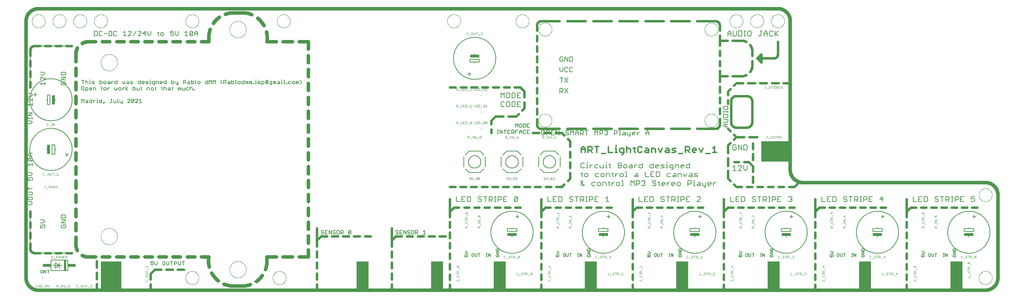
<source format=gto>
G75*
%MOIN*%
%OFA0B0*%
%FSLAX25Y25*%
%IPPOS*%
%LPD*%
%AMOC8*
5,1,8,0,0,1.08239X$1,22.5*
%
%ADD10C,0.00400*%
%ADD11C,0.03200*%
%ADD12C,0.02400*%
%ADD13C,0.00000*%
%ADD14C,0.00800*%
%ADD15C,0.00600*%
%ADD16C,0.00500*%
%ADD17C,0.01300*%
%ADD18R,0.11811X0.27559*%
%ADD19R,0.27559X0.19685*%
%ADD20R,0.19685X0.27559*%
%ADD21R,0.00787X0.00787*%
%ADD22R,0.09000X0.02500*%
%ADD23R,0.02500X0.09000*%
%ADD24R,0.02000X0.10000*%
%ADD25R,0.07500X0.03000*%
D10*
X0045536Y0035492D02*
X0046870Y0035492D01*
X0047745Y0035492D02*
X0049080Y0035492D01*
X0049955Y0035492D02*
X0049955Y0037494D01*
X0050956Y0037494D01*
X0051290Y0037160D01*
X0051290Y0035826D01*
X0050956Y0035492D01*
X0049955Y0035492D01*
X0048413Y0036493D02*
X0047745Y0036493D01*
X0047745Y0037494D02*
X0047745Y0035492D01*
X0047745Y0037494D02*
X0049080Y0037494D01*
X0045536Y0037494D02*
X0045536Y0035492D01*
X0052165Y0035159D02*
X0053500Y0035159D01*
X0054375Y0035492D02*
X0054375Y0037494D01*
X0055376Y0037494D01*
X0055710Y0037160D01*
X0055710Y0036493D01*
X0055376Y0036159D01*
X0054375Y0036159D01*
X0056585Y0035492D02*
X0057252Y0036159D01*
X0057919Y0035492D01*
X0057919Y0037494D01*
X0056585Y0037494D02*
X0056585Y0035492D01*
X0065221Y0035492D02*
X0065221Y0037494D01*
X0066221Y0037494D01*
X0066555Y0037160D01*
X0066555Y0036493D01*
X0066221Y0036159D01*
X0065221Y0036159D01*
X0065888Y0036159D02*
X0066555Y0035492D01*
X0067430Y0035159D02*
X0068765Y0035159D01*
X0069640Y0035492D02*
X0069640Y0037494D01*
X0070641Y0037494D01*
X0070975Y0037160D01*
X0070975Y0036493D01*
X0070641Y0036159D01*
X0069640Y0036159D01*
X0071850Y0035492D02*
X0072517Y0036159D01*
X0073185Y0035492D01*
X0073185Y0037494D01*
X0071850Y0037494D02*
X0071850Y0035492D01*
X0074060Y0035159D02*
X0075395Y0035159D01*
X0076270Y0035492D02*
X0077604Y0035492D01*
X0076937Y0035492D02*
X0076937Y0037494D01*
X0076270Y0036827D01*
X0083801Y0037160D02*
X0083801Y0035826D01*
X0084134Y0035492D01*
X0084802Y0035492D01*
X0085135Y0035826D01*
X0086011Y0035159D02*
X0087345Y0035159D01*
X0088220Y0035826D02*
X0088554Y0035492D01*
X0089221Y0035492D01*
X0089555Y0035826D01*
X0089555Y0037160D01*
X0089221Y0037494D01*
X0088554Y0037494D01*
X0088220Y0037160D01*
X0088220Y0035826D01*
X0090430Y0035826D02*
X0090430Y0037494D01*
X0091765Y0037494D02*
X0091765Y0035826D01*
X0091431Y0035492D01*
X0090764Y0035492D01*
X0090430Y0035826D01*
X0092640Y0037494D02*
X0093975Y0037494D01*
X0093307Y0037494D02*
X0093307Y0035492D01*
X0094850Y0035159D02*
X0096185Y0035159D01*
X0097060Y0035492D02*
X0098394Y0036827D01*
X0098394Y0037160D01*
X0098061Y0037494D01*
X0097394Y0037494D01*
X0097060Y0037160D01*
X0097060Y0035492D02*
X0098394Y0035492D01*
X0085135Y0037160D02*
X0084802Y0037494D01*
X0084134Y0037494D01*
X0083801Y0037160D01*
X0074772Y0063051D02*
X0074105Y0063718D01*
X0074439Y0063718D02*
X0073438Y0063718D01*
X0073438Y0063051D02*
X0073438Y0065053D01*
X0074439Y0065053D01*
X0074772Y0064719D01*
X0074772Y0064052D01*
X0074439Y0063718D01*
X0072563Y0063051D02*
X0071228Y0063051D01*
X0071228Y0065053D01*
X0072563Y0065053D01*
X0071895Y0064052D02*
X0071228Y0064052D01*
X0070353Y0063051D02*
X0070353Y0065053D01*
X0069018Y0065053D02*
X0069018Y0063051D01*
X0069685Y0063718D01*
X0070353Y0063051D01*
X0068143Y0063385D02*
X0068143Y0064719D01*
X0067809Y0065053D01*
X0067142Y0065053D01*
X0066808Y0064719D01*
X0066808Y0063385D01*
X0067142Y0063051D01*
X0067809Y0063051D01*
X0068143Y0063385D01*
X0065933Y0064052D02*
X0065599Y0063718D01*
X0064598Y0063718D01*
X0064598Y0063051D02*
X0064598Y0065053D01*
X0065599Y0065053D01*
X0065933Y0064719D01*
X0065933Y0064052D01*
X0063723Y0062718D02*
X0062389Y0062718D01*
X0061513Y0063385D02*
X0061513Y0064719D01*
X0061179Y0065053D01*
X0060179Y0065053D01*
X0060179Y0063051D01*
X0061179Y0063051D01*
X0061513Y0063385D01*
X0149389Y0055029D02*
X0149722Y0055362D01*
X0150056Y0055362D01*
X0150390Y0055029D01*
X0150723Y0055362D01*
X0151057Y0055362D01*
X0151390Y0055029D01*
X0151390Y0054361D01*
X0151057Y0054028D01*
X0150390Y0054695D02*
X0150390Y0055029D01*
X0149389Y0055029D02*
X0149389Y0054361D01*
X0149722Y0054028D01*
X0151724Y0053152D02*
X0151724Y0051818D01*
X0151390Y0050275D02*
X0149389Y0050275D01*
X0149389Y0049608D02*
X0149389Y0050943D01*
X0149389Y0048733D02*
X0151057Y0048733D01*
X0151390Y0048399D01*
X0151390Y0047732D01*
X0151057Y0047398D01*
X0149389Y0047398D01*
X0149722Y0046523D02*
X0149389Y0046189D01*
X0149389Y0045522D01*
X0149722Y0045188D01*
X0151057Y0045188D01*
X0151390Y0045522D01*
X0151390Y0046189D01*
X0151057Y0046523D01*
X0149722Y0046523D01*
X0151724Y0044313D02*
X0151724Y0042978D01*
X0151057Y0042103D02*
X0151390Y0041769D01*
X0151390Y0041102D01*
X0151057Y0040769D01*
X0149722Y0040769D01*
X0149389Y0041102D01*
X0149389Y0041769D01*
X0149722Y0042103D01*
X0065793Y0129980D02*
X0065793Y0131982D01*
X0064459Y0131982D02*
X0064459Y0129980D01*
X0065126Y0130648D01*
X0065793Y0129980D01*
X0063584Y0130314D02*
X0063250Y0129980D01*
X0062583Y0129980D01*
X0062249Y0130314D01*
X0062583Y0130981D02*
X0063250Y0130981D01*
X0063584Y0130648D01*
X0063584Y0130314D01*
X0062583Y0130981D02*
X0062249Y0131315D01*
X0062249Y0131648D01*
X0062583Y0131982D01*
X0063250Y0131982D01*
X0063584Y0131648D01*
X0061374Y0131982D02*
X0061374Y0129980D01*
X0060706Y0130648D01*
X0060039Y0129980D01*
X0060039Y0131982D01*
X0059164Y0131648D02*
X0059164Y0130981D01*
X0058830Y0130648D01*
X0057829Y0130648D01*
X0057829Y0129980D02*
X0057829Y0131982D01*
X0058830Y0131982D01*
X0059164Y0131648D01*
X0056954Y0129647D02*
X0055619Y0129647D01*
X0054410Y0130314D02*
X0054410Y0131982D01*
X0054077Y0131982D02*
X0054744Y0131982D01*
X0054410Y0130314D02*
X0054077Y0129980D01*
X0053743Y0129980D01*
X0053410Y0130314D01*
X0054515Y0141458D02*
X0055849Y0141458D01*
X0056724Y0142125D02*
X0057058Y0141791D01*
X0057725Y0141791D01*
X0058059Y0142125D01*
X0058059Y0143459D01*
X0057725Y0143793D01*
X0057058Y0143793D01*
X0056724Y0143459D01*
X0056724Y0142125D01*
X0058934Y0142125D02*
X0059268Y0141791D01*
X0059935Y0141791D01*
X0060269Y0142125D01*
X0060269Y0143793D01*
X0061144Y0143793D02*
X0062479Y0143793D01*
X0061811Y0143793D02*
X0061811Y0141791D01*
X0063354Y0141458D02*
X0064688Y0141458D01*
X0065564Y0141791D02*
X0066898Y0141791D01*
X0066231Y0141791D02*
X0066231Y0143793D01*
X0065564Y0143126D01*
X0058934Y0143793D02*
X0058934Y0142125D01*
X0053639Y0142125D02*
X0053305Y0141791D01*
X0052638Y0141791D01*
X0052305Y0142125D01*
X0052305Y0143459D01*
X0052638Y0143793D01*
X0053305Y0143793D01*
X0053639Y0143459D01*
X0058198Y0188702D02*
X0059532Y0188702D01*
X0060408Y0189035D02*
X0061075Y0189035D01*
X0060741Y0189035D02*
X0060741Y0191037D01*
X0060408Y0191037D02*
X0061075Y0191037D01*
X0061881Y0191037D02*
X0063215Y0189035D01*
X0063215Y0191037D01*
X0061881Y0191037D02*
X0061881Y0189035D01*
X0057322Y0189369D02*
X0056989Y0189035D01*
X0056321Y0189035D01*
X0055988Y0189369D01*
X0055988Y0190704D01*
X0056321Y0191037D01*
X0056989Y0191037D01*
X0057322Y0190704D01*
X0444037Y0191004D02*
X0444037Y0193006D01*
X0445038Y0193006D01*
X0445371Y0192672D01*
X0445371Y0192005D01*
X0445038Y0191671D01*
X0444037Y0191671D01*
X0444704Y0191671D02*
X0445371Y0191004D01*
X0446247Y0190670D02*
X0447581Y0190670D01*
X0448457Y0191004D02*
X0449791Y0191004D01*
X0450667Y0191004D02*
X0452001Y0191004D01*
X0452876Y0191004D02*
X0453877Y0191004D01*
X0454211Y0191338D01*
X0454211Y0192672D01*
X0453877Y0193006D01*
X0452876Y0193006D01*
X0452876Y0191004D01*
X0451334Y0192005D02*
X0450667Y0192005D01*
X0450667Y0193006D02*
X0450667Y0191004D01*
X0450667Y0193006D02*
X0452001Y0193006D01*
X0448457Y0193006D02*
X0448457Y0191004D01*
X0455086Y0190670D02*
X0456421Y0190670D01*
X0457296Y0191338D02*
X0458631Y0192672D01*
X0458631Y0191338D01*
X0458297Y0191004D01*
X0457630Y0191004D01*
X0457296Y0191338D01*
X0457296Y0192672D01*
X0457630Y0193006D01*
X0458297Y0193006D01*
X0458631Y0192672D01*
X0460890Y0193006D02*
X0460890Y0191004D01*
X0462224Y0191004D01*
X0463100Y0191004D02*
X0464434Y0191004D01*
X0465310Y0191004D02*
X0466310Y0191004D01*
X0466644Y0191338D01*
X0466644Y0192672D01*
X0466310Y0193006D01*
X0465310Y0193006D01*
X0465310Y0191004D01*
X0463767Y0192005D02*
X0463100Y0192005D01*
X0463100Y0193006D02*
X0463100Y0191004D01*
X0463100Y0193006D02*
X0464434Y0193006D01*
X0467520Y0190670D02*
X0468854Y0190670D01*
X0469729Y0191338D02*
X0471064Y0192672D01*
X0471064Y0191338D01*
X0470730Y0191004D01*
X0470063Y0191004D01*
X0469729Y0191338D01*
X0469729Y0192672D01*
X0470063Y0193006D01*
X0470730Y0193006D01*
X0471064Y0192672D01*
X0471939Y0192672D02*
X0472273Y0193006D01*
X0472940Y0193006D01*
X0473274Y0192672D01*
X0471939Y0191338D01*
X0472273Y0191004D01*
X0472940Y0191004D01*
X0473274Y0191338D01*
X0473274Y0192672D01*
X0471939Y0192672D02*
X0471939Y0191338D01*
X0467035Y0179226D02*
X0467368Y0178892D01*
X0466034Y0177558D01*
X0466367Y0177224D01*
X0467035Y0177224D01*
X0467368Y0177558D01*
X0467368Y0178892D01*
X0467035Y0179226D02*
X0466367Y0179226D01*
X0466034Y0178892D01*
X0466034Y0177558D01*
X0465158Y0176891D02*
X0463824Y0176891D01*
X0462948Y0177224D02*
X0462948Y0179226D01*
X0461614Y0179226D02*
X0461614Y0177224D01*
X0462281Y0177892D01*
X0462948Y0177224D01*
X0460739Y0177558D02*
X0460405Y0177224D01*
X0459738Y0177224D01*
X0459404Y0177558D01*
X0459738Y0178225D02*
X0460405Y0178225D01*
X0460739Y0177892D01*
X0460739Y0177558D01*
X0459738Y0178225D02*
X0459404Y0178559D01*
X0459404Y0178892D01*
X0459738Y0179226D01*
X0460405Y0179226D01*
X0460739Y0178892D01*
X0458529Y0176891D02*
X0457194Y0176891D01*
X0456319Y0177224D02*
X0455652Y0177892D01*
X0455985Y0177892D02*
X0454984Y0177892D01*
X0454984Y0177224D02*
X0454984Y0179226D01*
X0455985Y0179226D01*
X0456319Y0178892D01*
X0456319Y0178225D01*
X0455985Y0177892D01*
X0490417Y0177892D02*
X0491418Y0177892D01*
X0491752Y0178225D01*
X0491752Y0178892D01*
X0491418Y0179226D01*
X0490417Y0179226D01*
X0490417Y0177224D01*
X0491085Y0177892D02*
X0491752Y0177224D01*
X0492627Y0176891D02*
X0493962Y0176891D01*
X0494837Y0177558D02*
X0495171Y0177224D01*
X0495838Y0177224D01*
X0496172Y0177558D01*
X0496172Y0177892D01*
X0495838Y0178225D01*
X0495171Y0178225D01*
X0494837Y0178559D01*
X0494837Y0178892D01*
X0495171Y0179226D01*
X0495838Y0179226D01*
X0496172Y0178892D01*
X0497047Y0179226D02*
X0497047Y0177224D01*
X0497714Y0177892D01*
X0498382Y0177224D01*
X0498382Y0179226D01*
X0499257Y0176891D02*
X0500591Y0176891D01*
X0501467Y0177224D02*
X0502801Y0177224D01*
X0502134Y0177224D02*
X0502134Y0179226D01*
X0501467Y0178559D01*
X0525851Y0179226D02*
X0525851Y0177224D01*
X0525851Y0177892D02*
X0526851Y0177892D01*
X0527185Y0178225D01*
X0527185Y0178892D01*
X0526851Y0179226D01*
X0525851Y0179226D01*
X0526518Y0177892D02*
X0527185Y0177224D01*
X0528060Y0176891D02*
X0529395Y0176891D01*
X0530270Y0177558D02*
X0530604Y0177224D01*
X0531271Y0177224D01*
X0531605Y0177558D01*
X0531605Y0177892D01*
X0531271Y0178225D01*
X0530604Y0178225D01*
X0530270Y0178559D01*
X0530270Y0178892D01*
X0530604Y0179226D01*
X0531271Y0179226D01*
X0531605Y0178892D01*
X0532480Y0179226D02*
X0532480Y0177224D01*
X0533147Y0177892D01*
X0533815Y0177224D01*
X0533815Y0179226D01*
X0534690Y0176891D02*
X0536025Y0176891D01*
X0536900Y0177224D02*
X0538234Y0178559D01*
X0538234Y0178892D01*
X0537901Y0179226D01*
X0537234Y0179226D01*
X0536900Y0178892D01*
X0536900Y0177224D02*
X0538234Y0177224D01*
X0473274Y0206752D02*
X0471939Y0206752D01*
X0472607Y0206752D02*
X0472607Y0208754D01*
X0471939Y0208086D01*
X0471064Y0208420D02*
X0469729Y0207086D01*
X0470063Y0206752D01*
X0470730Y0206752D01*
X0471064Y0207086D01*
X0471064Y0208420D01*
X0470730Y0208754D01*
X0470063Y0208754D01*
X0469729Y0208420D01*
X0469729Y0207086D01*
X0468854Y0206418D02*
X0467520Y0206418D01*
X0466644Y0207086D02*
X0466644Y0208420D01*
X0466310Y0208754D01*
X0465310Y0208754D01*
X0465310Y0206752D01*
X0466310Y0206752D01*
X0466644Y0207086D01*
X0464434Y0206752D02*
X0463100Y0206752D01*
X0463100Y0208754D01*
X0464434Y0208754D01*
X0463767Y0207753D02*
X0463100Y0207753D01*
X0462224Y0206752D02*
X0460890Y0206752D01*
X0460890Y0208754D01*
X0457963Y0208754D02*
X0457963Y0206752D01*
X0457296Y0206752D02*
X0458631Y0206752D01*
X0457296Y0208086D02*
X0457963Y0208754D01*
X0456421Y0206418D02*
X0455086Y0206418D01*
X0454211Y0207086D02*
X0454211Y0208420D01*
X0453877Y0208754D01*
X0452876Y0208754D01*
X0452876Y0206752D01*
X0453877Y0206752D01*
X0454211Y0207086D01*
X0452001Y0206752D02*
X0450667Y0206752D01*
X0450667Y0208754D01*
X0452001Y0208754D01*
X0451334Y0207753D02*
X0450667Y0207753D01*
X0449791Y0206752D02*
X0448457Y0206752D01*
X0448457Y0208754D01*
X0447581Y0206418D02*
X0446247Y0206418D01*
X0445371Y0206752D02*
X0444704Y0207419D01*
X0445038Y0207419D02*
X0444037Y0207419D01*
X0444037Y0206752D02*
X0444037Y0208754D01*
X0445038Y0208754D01*
X0445371Y0208420D01*
X0445371Y0207753D01*
X0445038Y0207419D01*
X0446247Y0222166D02*
X0447581Y0222166D01*
X0448457Y0222500D02*
X0449791Y0222500D01*
X0450667Y0222500D02*
X0452001Y0222500D01*
X0452876Y0222500D02*
X0453877Y0222500D01*
X0454211Y0222834D01*
X0454211Y0224168D01*
X0453877Y0224502D01*
X0452876Y0224502D01*
X0452876Y0222500D01*
X0451334Y0223501D02*
X0450667Y0223501D01*
X0450667Y0224502D02*
X0450667Y0222500D01*
X0450667Y0224502D02*
X0452001Y0224502D01*
X0448457Y0224502D02*
X0448457Y0222500D01*
X0445371Y0222500D02*
X0444704Y0223167D01*
X0445038Y0223167D02*
X0444037Y0223167D01*
X0444037Y0222500D02*
X0444037Y0224502D01*
X0445038Y0224502D01*
X0445371Y0224168D01*
X0445371Y0223501D01*
X0445038Y0223167D01*
X0455086Y0222166D02*
X0456421Y0222166D01*
X0457296Y0222500D02*
X0458631Y0223834D01*
X0458631Y0224168D01*
X0458297Y0224502D01*
X0457630Y0224502D01*
X0457296Y0224168D01*
X0457296Y0222500D02*
X0458631Y0222500D01*
X0460890Y0222500D02*
X0462224Y0222500D01*
X0463100Y0222500D02*
X0464434Y0222500D01*
X0465310Y0222500D02*
X0466310Y0222500D01*
X0466644Y0222834D01*
X0466644Y0224168D01*
X0466310Y0224502D01*
X0465310Y0224502D01*
X0465310Y0222500D01*
X0463767Y0223501D02*
X0463100Y0223501D01*
X0463100Y0224502D02*
X0463100Y0222500D01*
X0463100Y0224502D02*
X0464434Y0224502D01*
X0460890Y0224502D02*
X0460890Y0222500D01*
X0467520Y0222166D02*
X0468854Y0222166D01*
X0469729Y0222834D02*
X0471064Y0224168D01*
X0471064Y0222834D01*
X0470730Y0222500D01*
X0470063Y0222500D01*
X0469729Y0222834D01*
X0469729Y0224168D01*
X0470063Y0224502D01*
X0470730Y0224502D01*
X0471064Y0224168D01*
X0471939Y0224168D02*
X0472273Y0224502D01*
X0472940Y0224502D01*
X0473274Y0224168D01*
X0473274Y0223834D01*
X0471939Y0222500D01*
X0473274Y0222500D01*
X0466263Y0275316D02*
X0464929Y0275316D01*
X0463386Y0275650D02*
X0463386Y0277651D01*
X0462719Y0277651D02*
X0464053Y0277651D01*
X0461844Y0277651D02*
X0461844Y0275983D01*
X0461510Y0275650D01*
X0460843Y0275650D01*
X0460509Y0275983D01*
X0460509Y0277651D01*
X0459634Y0277318D02*
X0459300Y0277651D01*
X0458633Y0277651D01*
X0458299Y0277318D01*
X0458299Y0275983D01*
X0458633Y0275650D01*
X0459300Y0275650D01*
X0459634Y0275983D01*
X0459634Y0277318D01*
X0457424Y0275316D02*
X0456089Y0275316D01*
X0455214Y0275983D02*
X0454880Y0275650D01*
X0454213Y0275650D01*
X0453879Y0275983D01*
X0453879Y0277318D01*
X0454213Y0277651D01*
X0454880Y0277651D01*
X0455214Y0277318D01*
X0467139Y0277318D02*
X0467472Y0277651D01*
X0468140Y0277651D01*
X0468473Y0277318D01*
X0468473Y0276984D01*
X0468140Y0276650D01*
X0468473Y0276317D01*
X0468473Y0275983D01*
X0468140Y0275650D01*
X0467472Y0275650D01*
X0467139Y0275983D01*
X0467806Y0276650D02*
X0468140Y0276650D01*
X0736239Y0224802D02*
X0736573Y0224469D01*
X0736906Y0224469D01*
X0737240Y0224802D01*
X0737240Y0226470D01*
X0736906Y0226470D02*
X0737574Y0226470D01*
X0738449Y0224135D02*
X0739783Y0224135D01*
X0740659Y0224802D02*
X0740992Y0224469D01*
X0741660Y0224469D01*
X0741993Y0224802D01*
X0741993Y0225136D01*
X0741660Y0225469D01*
X0740992Y0225469D01*
X0740659Y0225803D01*
X0740659Y0226137D01*
X0740992Y0226470D01*
X0741660Y0226470D01*
X0741993Y0226137D01*
X0742869Y0226470D02*
X0744203Y0226470D01*
X0743536Y0226470D02*
X0743536Y0224469D01*
X0745079Y0224469D02*
X0746413Y0224469D01*
X0747288Y0224469D02*
X0747288Y0226470D01*
X0748289Y0226470D01*
X0748623Y0226137D01*
X0748623Y0225469D01*
X0748289Y0225136D01*
X0747288Y0225136D01*
X0747956Y0225136D02*
X0748623Y0224469D01*
X0749498Y0224469D02*
X0750833Y0224469D01*
X0751708Y0224802D02*
X0752042Y0224469D01*
X0752709Y0224469D01*
X0753043Y0224802D01*
X0753043Y0226137D01*
X0752709Y0226470D01*
X0752042Y0226470D01*
X0751708Y0226137D01*
X0751708Y0224802D01*
X0750166Y0225469D02*
X0749498Y0225469D01*
X0749498Y0224469D02*
X0749498Y0226470D01*
X0750833Y0226470D01*
X0746413Y0226470D02*
X0745079Y0226470D01*
X0745079Y0224469D01*
X0745079Y0225469D02*
X0745746Y0225469D01*
X0746184Y0179226D02*
X0746184Y0177892D01*
X0746851Y0177224D01*
X0747518Y0177892D01*
X0747518Y0179226D01*
X0748393Y0179226D02*
X0749394Y0179226D01*
X0749728Y0178892D01*
X0749728Y0178225D01*
X0749394Y0177892D01*
X0748393Y0177892D01*
X0748393Y0177224D02*
X0748393Y0179226D01*
X0750603Y0179226D02*
X0750603Y0177224D01*
X0751271Y0177892D01*
X0751938Y0177224D01*
X0751938Y0179226D01*
X0745308Y0178892D02*
X0744974Y0179226D01*
X0744307Y0179226D01*
X0743974Y0178892D01*
X0745308Y0178892D02*
X0745308Y0178559D01*
X0743974Y0177224D01*
X0745308Y0177224D01*
X0743098Y0177224D02*
X0741764Y0177224D01*
X0742431Y0177224D02*
X0742431Y0179226D01*
X0741764Y0178559D01*
X0740888Y0176891D02*
X0739554Y0176891D01*
X0738345Y0177558D02*
X0738345Y0179226D01*
X0738678Y0179226D02*
X0738011Y0179226D01*
X0738345Y0177558D02*
X0738011Y0177224D01*
X0737678Y0177224D01*
X0737344Y0177558D01*
X0537129Y0139522D02*
X0536796Y0139856D01*
X0536129Y0139856D01*
X0535795Y0139522D01*
X0534920Y0139522D02*
X0533585Y0138188D01*
X0533919Y0137854D01*
X0534586Y0137854D01*
X0534920Y0138188D01*
X0534920Y0139522D01*
X0534586Y0139856D01*
X0533919Y0139856D01*
X0533585Y0139522D01*
X0533585Y0138188D01*
X0532710Y0137521D02*
X0531375Y0137521D01*
X0530500Y0137854D02*
X0530500Y0139856D01*
X0529165Y0139856D02*
X0529165Y0137854D01*
X0529833Y0138522D01*
X0530500Y0137854D01*
X0528290Y0138188D02*
X0527956Y0137854D01*
X0527289Y0137854D01*
X0526955Y0138188D01*
X0527289Y0138855D02*
X0527956Y0138855D01*
X0528290Y0138522D01*
X0528290Y0138188D01*
X0527289Y0138855D02*
X0526955Y0139189D01*
X0526955Y0139522D01*
X0527289Y0139856D01*
X0527956Y0139856D01*
X0528290Y0139522D01*
X0535795Y0137854D02*
X0537129Y0139189D01*
X0537129Y0139522D01*
X0537129Y0137854D02*
X0535795Y0137854D01*
X0501696Y0137854D02*
X0500362Y0137854D01*
X0501029Y0137854D02*
X0501029Y0139856D01*
X0500362Y0139189D01*
X0499487Y0139522D02*
X0498152Y0138188D01*
X0498486Y0137854D01*
X0499153Y0137854D01*
X0499487Y0138188D01*
X0499487Y0139522D01*
X0499153Y0139856D01*
X0498486Y0139856D01*
X0498152Y0139522D01*
X0498152Y0138188D01*
X0497277Y0137521D02*
X0495942Y0137521D01*
X0495067Y0137854D02*
X0495067Y0139856D01*
X0493732Y0139856D02*
X0493732Y0137854D01*
X0494400Y0138522D01*
X0495067Y0137854D01*
X0492857Y0138188D02*
X0492523Y0137854D01*
X0491856Y0137854D01*
X0491522Y0138188D01*
X0491856Y0138855D02*
X0492523Y0138855D01*
X0492857Y0138522D01*
X0492857Y0138188D01*
X0491856Y0138855D02*
X0491522Y0139189D01*
X0491522Y0139522D01*
X0491856Y0139856D01*
X0492523Y0139856D01*
X0492857Y0139522D01*
X0466263Y0139522D02*
X0464929Y0138188D01*
X0465262Y0137854D01*
X0465930Y0137854D01*
X0466263Y0138188D01*
X0466263Y0139522D01*
X0465930Y0139856D01*
X0465262Y0139856D01*
X0464929Y0139522D01*
X0464929Y0138188D01*
X0464053Y0138188D02*
X0463720Y0137854D01*
X0463053Y0137854D01*
X0462719Y0138188D01*
X0464053Y0139522D01*
X0464053Y0138188D01*
X0462719Y0138188D02*
X0462719Y0139522D01*
X0463053Y0139856D01*
X0463720Y0139856D01*
X0464053Y0139522D01*
X0461844Y0137521D02*
X0460509Y0137521D01*
X0459634Y0137854D02*
X0459634Y0139856D01*
X0458299Y0139856D02*
X0458299Y0137854D01*
X0458966Y0138522D01*
X0459634Y0137854D01*
X0457424Y0138188D02*
X0457090Y0137854D01*
X0456423Y0137854D01*
X0456089Y0138188D01*
X0456423Y0138855D02*
X0457090Y0138855D01*
X0457424Y0138522D01*
X0457424Y0138188D01*
X0456423Y0138855D02*
X0456089Y0139189D01*
X0456089Y0139522D01*
X0456423Y0139856D01*
X0457090Y0139856D01*
X0457424Y0139522D01*
X0454206Y0106404D02*
X0454540Y0106070D01*
X0454540Y0105403D01*
X0454206Y0105070D01*
X0452872Y0106404D01*
X0454206Y0106404D01*
X0452872Y0106404D02*
X0452538Y0106070D01*
X0452538Y0105403D01*
X0452872Y0105070D01*
X0454206Y0105070D01*
X0454874Y0104194D02*
X0454874Y0102860D01*
X0454540Y0101984D02*
X0453873Y0101317D01*
X0453873Y0101651D02*
X0453873Y0100650D01*
X0454540Y0100650D02*
X0452538Y0100650D01*
X0452538Y0101651D01*
X0452872Y0101984D01*
X0453539Y0101984D01*
X0453873Y0101651D01*
X0452538Y0099774D02*
X0452538Y0098440D01*
X0452538Y0099107D02*
X0454540Y0099107D01*
X0454206Y0097564D02*
X0454540Y0097231D01*
X0454540Y0096564D01*
X0454206Y0096230D01*
X0453539Y0096564D02*
X0453539Y0097231D01*
X0453873Y0097564D01*
X0454206Y0097564D01*
X0453539Y0096564D02*
X0453206Y0096230D01*
X0452872Y0096230D01*
X0452538Y0096564D01*
X0452538Y0097231D01*
X0452872Y0097564D01*
X0454874Y0095355D02*
X0454874Y0094020D01*
X0454540Y0093145D02*
X0453873Y0092477D01*
X0453873Y0092811D02*
X0453873Y0091810D01*
X0454540Y0091810D02*
X0452538Y0091810D01*
X0452538Y0092811D01*
X0452872Y0093145D01*
X0453539Y0093145D01*
X0453873Y0092811D01*
X0464349Y0092811D02*
X0464683Y0093145D01*
X0465350Y0093145D01*
X0465684Y0092811D01*
X0465684Y0091810D01*
X0466351Y0091810D02*
X0464349Y0091810D01*
X0464349Y0092811D01*
X0465684Y0092477D02*
X0466351Y0093145D01*
X0466685Y0094020D02*
X0466685Y0095355D01*
X0466351Y0096230D02*
X0466351Y0096897D01*
X0466351Y0096564D02*
X0464349Y0096564D01*
X0464349Y0096897D02*
X0464349Y0096230D01*
X0464349Y0097703D02*
X0466351Y0099038D01*
X0464349Y0099038D01*
X0464349Y0097703D02*
X0466351Y0097703D01*
X0466685Y0099913D02*
X0466685Y0101248D01*
X0466017Y0102123D02*
X0464683Y0103457D01*
X0466017Y0103457D01*
X0466351Y0103124D01*
X0466351Y0102457D01*
X0466017Y0102123D01*
X0464683Y0102123D01*
X0464349Y0102457D01*
X0464349Y0103124D01*
X0464683Y0103457D01*
X0539152Y0101651D02*
X0539152Y0100650D01*
X0541154Y0100650D01*
X0540487Y0100650D02*
X0540487Y0101651D01*
X0540153Y0101984D01*
X0539486Y0101984D01*
X0539152Y0101651D01*
X0540487Y0101317D02*
X0541154Y0101984D01*
X0541488Y0102860D02*
X0541488Y0104194D01*
X0541154Y0105070D02*
X0541154Y0106404D01*
X0541154Y0105737D02*
X0539152Y0105737D01*
X0539820Y0105070D01*
X0550964Y0102790D02*
X0552965Y0102790D01*
X0552965Y0102123D02*
X0552965Y0103457D01*
X0551631Y0102123D02*
X0550964Y0102790D01*
X0553299Y0101248D02*
X0553299Y0099913D01*
X0552965Y0099038D02*
X0550964Y0099038D01*
X0550964Y0097703D02*
X0552965Y0099038D01*
X0552965Y0097703D02*
X0550964Y0097703D01*
X0550964Y0096897D02*
X0550964Y0096230D01*
X0550964Y0096564D02*
X0552965Y0096564D01*
X0552965Y0096897D02*
X0552965Y0096230D01*
X0553299Y0095355D02*
X0553299Y0094020D01*
X0552965Y0093145D02*
X0552298Y0092477D01*
X0552298Y0092811D02*
X0552298Y0091810D01*
X0552965Y0091810D02*
X0550964Y0091810D01*
X0550964Y0092811D01*
X0551297Y0093145D01*
X0551964Y0093145D01*
X0552298Y0092811D01*
X0541488Y0094020D02*
X0541488Y0095355D01*
X0540821Y0096230D02*
X0541154Y0096564D01*
X0541154Y0097231D01*
X0540821Y0097564D01*
X0540487Y0097564D01*
X0540153Y0097231D01*
X0540153Y0096564D01*
X0539820Y0096230D01*
X0539486Y0096230D01*
X0539152Y0096564D01*
X0539152Y0097231D01*
X0539486Y0097564D01*
X0539152Y0098440D02*
X0539152Y0099774D01*
X0539152Y0099107D02*
X0541154Y0099107D01*
X0541154Y0093145D02*
X0540487Y0092477D01*
X0540487Y0092811D02*
X0540487Y0091810D01*
X0541154Y0091810D02*
X0539152Y0091810D01*
X0539152Y0092811D01*
X0539486Y0093145D01*
X0540153Y0093145D01*
X0540487Y0092811D01*
X0575927Y0064719D02*
X0575927Y0063385D01*
X0576260Y0063051D01*
X0576928Y0063051D01*
X0577261Y0063385D01*
X0578137Y0062718D02*
X0579471Y0062718D01*
X0580346Y0063385D02*
X0580680Y0063051D01*
X0581347Y0063051D01*
X0581681Y0063385D01*
X0581681Y0063718D01*
X0581347Y0064052D01*
X0580680Y0064052D01*
X0580346Y0064386D01*
X0580346Y0064719D01*
X0580680Y0065053D01*
X0581347Y0065053D01*
X0581681Y0064719D01*
X0582556Y0065053D02*
X0583891Y0065053D01*
X0583224Y0065053D02*
X0583224Y0063051D01*
X0584766Y0063051D02*
X0584766Y0065053D01*
X0585767Y0065053D01*
X0586101Y0064719D01*
X0586101Y0064052D01*
X0585767Y0063718D01*
X0584766Y0063718D01*
X0585433Y0063718D02*
X0586101Y0063051D01*
X0586976Y0062718D02*
X0588311Y0062718D01*
X0589186Y0063051D02*
X0590520Y0063051D01*
X0589853Y0063051D02*
X0589853Y0065053D01*
X0589186Y0064386D01*
X0577261Y0064719D02*
X0576928Y0065053D01*
X0576260Y0065053D01*
X0575927Y0064719D01*
X0617893Y0055029D02*
X0617893Y0054361D01*
X0618226Y0054028D01*
X0617893Y0055029D02*
X0618226Y0055362D01*
X0618560Y0055362D01*
X0619894Y0054028D01*
X0619894Y0055362D01*
X0620228Y0053152D02*
X0620228Y0051818D01*
X0619894Y0050943D02*
X0619227Y0050275D01*
X0619227Y0050609D02*
X0619227Y0049608D01*
X0619894Y0049608D02*
X0617893Y0049608D01*
X0617893Y0050609D01*
X0618226Y0050943D01*
X0618894Y0050943D01*
X0619227Y0050609D01*
X0617893Y0048733D02*
X0617893Y0047398D01*
X0617893Y0048065D02*
X0619894Y0048065D01*
X0619561Y0046523D02*
X0619894Y0046189D01*
X0619894Y0045522D01*
X0619561Y0045188D01*
X0618894Y0045522D02*
X0618894Y0046189D01*
X0619227Y0046523D01*
X0619561Y0046523D01*
X0618894Y0045522D02*
X0618560Y0045188D01*
X0618226Y0045188D01*
X0617893Y0045522D01*
X0617893Y0046189D01*
X0618226Y0046523D01*
X0620228Y0044313D02*
X0620228Y0042978D01*
X0619561Y0041769D02*
X0617893Y0041769D01*
X0617893Y0041436D02*
X0617893Y0042103D01*
X0619561Y0041769D02*
X0619894Y0041436D01*
X0619894Y0041102D01*
X0619561Y0040769D01*
X0602331Y0047303D02*
X0600997Y0047303D01*
X0601664Y0047303D02*
X0601664Y0049305D01*
X0600997Y0048638D01*
X0600122Y0046970D02*
X0598787Y0046970D01*
X0597912Y0047303D02*
X0597244Y0047970D01*
X0597578Y0047970D02*
X0596577Y0047970D01*
X0596577Y0047303D02*
X0596577Y0049305D01*
X0597578Y0049305D01*
X0597912Y0048971D01*
X0597912Y0048304D01*
X0597578Y0047970D01*
X0595702Y0049305D02*
X0594367Y0049305D01*
X0595035Y0049305D02*
X0595035Y0047303D01*
X0593492Y0047637D02*
X0593158Y0047303D01*
X0592491Y0047303D01*
X0592157Y0047637D01*
X0592491Y0048304D02*
X0593158Y0048304D01*
X0593492Y0047970D01*
X0593492Y0047637D01*
X0592491Y0048304D02*
X0592157Y0048638D01*
X0592157Y0048971D01*
X0592491Y0049305D01*
X0593158Y0049305D01*
X0593492Y0048971D01*
X0591282Y0046970D02*
X0589948Y0046970D01*
X0589072Y0047303D02*
X0587738Y0047303D01*
X0587738Y0049305D01*
X0533614Y0051818D02*
X0533614Y0053152D01*
X0533280Y0054028D02*
X0533280Y0055362D01*
X0533280Y0054695D02*
X0531278Y0054695D01*
X0531946Y0054028D01*
X0532279Y0050943D02*
X0532613Y0050609D01*
X0532613Y0049608D01*
X0533280Y0049608D02*
X0531278Y0049608D01*
X0531278Y0050609D01*
X0531612Y0050943D01*
X0532279Y0050943D01*
X0532613Y0050275D02*
X0533280Y0050943D01*
X0533280Y0048065D02*
X0531278Y0048065D01*
X0531278Y0047398D02*
X0531278Y0048733D01*
X0531612Y0046523D02*
X0531278Y0046189D01*
X0531278Y0045522D01*
X0531612Y0045188D01*
X0531946Y0045188D01*
X0532279Y0045522D01*
X0532279Y0046189D01*
X0532613Y0046523D01*
X0532947Y0046523D01*
X0533280Y0046189D01*
X0533280Y0045522D01*
X0532947Y0045188D01*
X0533614Y0044313D02*
X0533614Y0042978D01*
X0532947Y0041769D02*
X0531278Y0041769D01*
X0531278Y0041436D02*
X0531278Y0042103D01*
X0532947Y0041769D02*
X0533280Y0041436D01*
X0533280Y0041102D01*
X0532947Y0040769D01*
X0515717Y0047637D02*
X0515384Y0047303D01*
X0514716Y0047303D01*
X0514383Y0047637D01*
X0515717Y0048971D01*
X0515717Y0047637D01*
X0514383Y0047637D02*
X0514383Y0048971D01*
X0514716Y0049305D01*
X0515384Y0049305D01*
X0515717Y0048971D01*
X0513507Y0046970D02*
X0512173Y0046970D01*
X0511298Y0047303D02*
X0510630Y0047970D01*
X0510964Y0047970D02*
X0509963Y0047970D01*
X0509963Y0047303D02*
X0509963Y0049305D01*
X0510964Y0049305D01*
X0511298Y0048971D01*
X0511298Y0048304D01*
X0510964Y0047970D01*
X0509088Y0049305D02*
X0507753Y0049305D01*
X0508420Y0049305D02*
X0508420Y0047303D01*
X0506878Y0047637D02*
X0506544Y0047303D01*
X0505877Y0047303D01*
X0505543Y0047637D01*
X0505877Y0048304D02*
X0506544Y0048304D01*
X0506878Y0047970D01*
X0506878Y0047637D01*
X0505877Y0048304D02*
X0505543Y0048638D01*
X0505543Y0048971D01*
X0505877Y0049305D01*
X0506544Y0049305D01*
X0506878Y0048971D01*
X0504668Y0046970D02*
X0503333Y0046970D01*
X0502458Y0047303D02*
X0501124Y0047303D01*
X0501124Y0049305D01*
X0501696Y0062718D02*
X0500362Y0062718D01*
X0499486Y0063051D02*
X0498819Y0063718D01*
X0499153Y0063718D02*
X0498152Y0063718D01*
X0498152Y0063051D02*
X0498152Y0065053D01*
X0499153Y0065053D01*
X0499486Y0064719D01*
X0499486Y0064052D01*
X0499153Y0063718D01*
X0497277Y0065053D02*
X0495942Y0065053D01*
X0496609Y0065053D02*
X0496609Y0063051D01*
X0495067Y0063385D02*
X0494733Y0063051D01*
X0494066Y0063051D01*
X0493732Y0063385D01*
X0494066Y0064052D02*
X0494733Y0064052D01*
X0495067Y0063718D01*
X0495067Y0063385D01*
X0494066Y0064052D02*
X0493732Y0064386D01*
X0493732Y0064719D01*
X0494066Y0065053D01*
X0494733Y0065053D01*
X0495067Y0064719D01*
X0492857Y0062718D02*
X0491522Y0062718D01*
X0490647Y0063385D02*
X0490313Y0063051D01*
X0489646Y0063051D01*
X0489312Y0063385D01*
X0489312Y0064719D01*
X0489646Y0065053D01*
X0490313Y0065053D01*
X0490647Y0064719D01*
X0502572Y0064719D02*
X0502572Y0063385D01*
X0503906Y0064719D01*
X0503906Y0063385D01*
X0503573Y0063051D01*
X0502905Y0063051D01*
X0502572Y0063385D01*
X0502572Y0064719D02*
X0502905Y0065053D01*
X0503573Y0065053D01*
X0503906Y0064719D01*
X0446666Y0055029D02*
X0446666Y0054361D01*
X0446332Y0054028D01*
X0444998Y0055362D01*
X0446332Y0055362D01*
X0446666Y0055029D01*
X0446332Y0054028D02*
X0444998Y0054028D01*
X0444664Y0054361D01*
X0444664Y0055029D01*
X0444998Y0055362D01*
X0447000Y0053152D02*
X0447000Y0051818D01*
X0446666Y0050943D02*
X0445999Y0050275D01*
X0445999Y0050609D02*
X0445999Y0049608D01*
X0446666Y0049608D02*
X0444664Y0049608D01*
X0444664Y0050609D01*
X0444998Y0050943D01*
X0445665Y0050943D01*
X0445999Y0050609D01*
X0444664Y0048733D02*
X0444664Y0047398D01*
X0444664Y0048065D02*
X0446666Y0048065D01*
X0446332Y0046523D02*
X0446666Y0046189D01*
X0446666Y0045522D01*
X0446332Y0045188D01*
X0445665Y0045522D02*
X0445665Y0046189D01*
X0445999Y0046523D01*
X0446332Y0046523D01*
X0445665Y0045522D02*
X0445332Y0045188D01*
X0444998Y0045188D01*
X0444664Y0045522D01*
X0444664Y0046189D01*
X0444998Y0046523D01*
X0447000Y0044313D02*
X0447000Y0042978D01*
X0446332Y0041769D02*
X0444664Y0041769D01*
X0444664Y0041436D02*
X0444664Y0042103D01*
X0446332Y0041769D02*
X0446666Y0041436D01*
X0446666Y0041102D01*
X0446332Y0040769D01*
X0625767Y0091810D02*
X0625767Y0092811D01*
X0626100Y0093145D01*
X0626768Y0093145D01*
X0627101Y0092811D01*
X0627101Y0091810D01*
X0627768Y0091810D02*
X0625767Y0091810D01*
X0627101Y0092477D02*
X0627768Y0093145D01*
X0628102Y0094020D02*
X0628102Y0095355D01*
X0627435Y0096230D02*
X0627768Y0096564D01*
X0627768Y0097231D01*
X0627435Y0097564D01*
X0627101Y0097564D01*
X0626768Y0097231D01*
X0626768Y0096564D01*
X0626434Y0096230D01*
X0626100Y0096230D01*
X0625767Y0096564D01*
X0625767Y0097231D01*
X0626100Y0097564D01*
X0625767Y0098440D02*
X0625767Y0099774D01*
X0625767Y0099107D02*
X0627768Y0099107D01*
X0627768Y0100650D02*
X0625767Y0100650D01*
X0625767Y0101651D01*
X0626100Y0101984D01*
X0626768Y0101984D01*
X0627101Y0101651D01*
X0627101Y0100650D01*
X0627101Y0101317D02*
X0627768Y0101984D01*
X0628102Y0102860D02*
X0628102Y0104194D01*
X0627768Y0105070D02*
X0626434Y0106404D01*
X0626100Y0106404D01*
X0625767Y0106070D01*
X0625767Y0105403D01*
X0626100Y0105070D01*
X0627768Y0105070D02*
X0627768Y0106404D01*
X0637578Y0103124D02*
X0637578Y0102457D01*
X0637911Y0102123D01*
X0637578Y0103124D02*
X0637911Y0103457D01*
X0638245Y0103457D01*
X0639579Y0102123D01*
X0639579Y0103457D01*
X0639913Y0101248D02*
X0639913Y0099913D01*
X0639579Y0099038D02*
X0637578Y0099038D01*
X0637578Y0097703D02*
X0639579Y0099038D01*
X0639579Y0097703D02*
X0637578Y0097703D01*
X0637578Y0096897D02*
X0637578Y0096230D01*
X0637578Y0096564D02*
X0639579Y0096564D01*
X0639579Y0096897D02*
X0639579Y0096230D01*
X0639913Y0095355D02*
X0639913Y0094020D01*
X0639579Y0093145D02*
X0638912Y0092477D01*
X0638912Y0092811D02*
X0638912Y0091810D01*
X0639579Y0091810D02*
X0637578Y0091810D01*
X0637578Y0092811D01*
X0637911Y0093145D01*
X0638579Y0093145D01*
X0638912Y0092811D01*
X0712381Y0092811D02*
X0712714Y0093145D01*
X0713382Y0093145D01*
X0713715Y0092811D01*
X0713715Y0091810D01*
X0713715Y0092477D02*
X0714383Y0093145D01*
X0714716Y0094020D02*
X0714716Y0095355D01*
X0714049Y0096230D02*
X0714383Y0096564D01*
X0714383Y0097231D01*
X0714049Y0097564D01*
X0713715Y0097564D01*
X0713382Y0097231D01*
X0713382Y0096564D01*
X0713048Y0096230D01*
X0712714Y0096230D01*
X0712381Y0096564D01*
X0712381Y0097231D01*
X0712714Y0097564D01*
X0712381Y0098440D02*
X0712381Y0099774D01*
X0712381Y0099107D02*
X0714383Y0099107D01*
X0714383Y0100650D02*
X0712381Y0100650D01*
X0712381Y0101651D01*
X0712714Y0101984D01*
X0713382Y0101984D01*
X0713715Y0101651D01*
X0713715Y0100650D01*
X0713715Y0101317D02*
X0714383Y0101984D01*
X0714716Y0102860D02*
X0714716Y0104194D01*
X0714049Y0105070D02*
X0714383Y0105403D01*
X0714383Y0106070D01*
X0714049Y0106404D01*
X0713715Y0106404D01*
X0713382Y0106070D01*
X0713382Y0105737D01*
X0713382Y0106070D02*
X0713048Y0106404D01*
X0712714Y0106404D01*
X0712381Y0106070D01*
X0712381Y0105403D01*
X0712714Y0105070D01*
X0724192Y0103124D02*
X0724525Y0103457D01*
X0724859Y0103457D01*
X0725193Y0103124D01*
X0725526Y0103457D01*
X0725860Y0103457D01*
X0726194Y0103124D01*
X0726194Y0102457D01*
X0725860Y0102123D01*
X0725193Y0102790D02*
X0725193Y0103124D01*
X0724192Y0103124D02*
X0724192Y0102457D01*
X0724525Y0102123D01*
X0726527Y0101248D02*
X0726527Y0099913D01*
X0726194Y0099038D02*
X0724192Y0099038D01*
X0724192Y0097703D02*
X0726194Y0099038D01*
X0726194Y0097703D02*
X0724192Y0097703D01*
X0724192Y0096897D02*
X0724192Y0096230D01*
X0724192Y0096564D02*
X0726194Y0096564D01*
X0726194Y0096897D02*
X0726194Y0096230D01*
X0726527Y0095355D02*
X0726527Y0094020D01*
X0726194Y0093145D02*
X0725526Y0092477D01*
X0725526Y0092811D02*
X0725526Y0091810D01*
X0726194Y0091810D02*
X0724192Y0091810D01*
X0724192Y0092811D01*
X0724525Y0093145D01*
X0725193Y0093145D01*
X0725526Y0092811D01*
X0714383Y0091810D02*
X0712381Y0091810D01*
X0712381Y0092811D01*
X0677135Y0064719D02*
X0676801Y0065053D01*
X0676134Y0065053D01*
X0675800Y0064719D01*
X0677135Y0064719D02*
X0677135Y0064386D01*
X0675800Y0063051D01*
X0677135Y0063051D01*
X0674925Y0062718D02*
X0673590Y0062718D01*
X0672715Y0063051D02*
X0672048Y0063718D01*
X0672381Y0063718D02*
X0671380Y0063718D01*
X0671380Y0063051D02*
X0671380Y0065053D01*
X0672381Y0065053D01*
X0672715Y0064719D01*
X0672715Y0064052D01*
X0672381Y0063718D01*
X0670505Y0065053D02*
X0669170Y0065053D01*
X0669838Y0065053D02*
X0669838Y0063051D01*
X0668295Y0063385D02*
X0667961Y0063051D01*
X0667294Y0063051D01*
X0666961Y0063385D01*
X0667294Y0064052D02*
X0667961Y0064052D01*
X0668295Y0063718D01*
X0668295Y0063385D01*
X0667294Y0064052D02*
X0666961Y0064386D01*
X0666961Y0064719D01*
X0667294Y0065053D01*
X0667961Y0065053D01*
X0668295Y0064719D01*
X0666085Y0062718D02*
X0664751Y0062718D01*
X0663875Y0063385D02*
X0663542Y0063051D01*
X0662874Y0063051D01*
X0662541Y0063385D01*
X0662541Y0064719D01*
X0662874Y0065053D01*
X0663542Y0065053D01*
X0663875Y0064719D01*
X0704507Y0055029D02*
X0704840Y0055362D01*
X0705174Y0055362D01*
X0705508Y0055029D01*
X0705841Y0055362D01*
X0706175Y0055362D01*
X0706509Y0055029D01*
X0706509Y0054361D01*
X0706175Y0054028D01*
X0705508Y0054695D02*
X0705508Y0055029D01*
X0704507Y0055029D02*
X0704507Y0054361D01*
X0704840Y0054028D01*
X0706842Y0053152D02*
X0706842Y0051818D01*
X0706509Y0050943D02*
X0705841Y0050275D01*
X0705841Y0050609D02*
X0705841Y0049608D01*
X0706509Y0049608D02*
X0704507Y0049608D01*
X0704507Y0050609D01*
X0704840Y0050943D01*
X0705508Y0050943D01*
X0705841Y0050609D01*
X0704507Y0048733D02*
X0704507Y0047398D01*
X0704507Y0048065D02*
X0706509Y0048065D01*
X0706175Y0046523D02*
X0706509Y0046189D01*
X0706509Y0045522D01*
X0706175Y0045188D01*
X0705508Y0045522D02*
X0705508Y0046189D01*
X0705841Y0046523D01*
X0706175Y0046523D01*
X0705508Y0045522D02*
X0705174Y0045188D01*
X0704840Y0045188D01*
X0704507Y0045522D01*
X0704507Y0046189D01*
X0704840Y0046523D01*
X0706842Y0044313D02*
X0706842Y0042978D01*
X0706175Y0041769D02*
X0704507Y0041769D01*
X0704507Y0041436D02*
X0704507Y0042103D01*
X0706175Y0041769D02*
X0706509Y0041436D01*
X0706509Y0041102D01*
X0706175Y0040769D01*
X0688946Y0047303D02*
X0687611Y0047303D01*
X0688946Y0048638D01*
X0688946Y0048971D01*
X0688612Y0049305D01*
X0687945Y0049305D01*
X0687611Y0048971D01*
X0686736Y0046970D02*
X0685401Y0046970D01*
X0684526Y0047303D02*
X0683859Y0047970D01*
X0684192Y0047970D02*
X0683191Y0047970D01*
X0683191Y0047303D02*
X0683191Y0049305D01*
X0684192Y0049305D01*
X0684526Y0048971D01*
X0684526Y0048304D01*
X0684192Y0047970D01*
X0682316Y0049305D02*
X0680982Y0049305D01*
X0681649Y0049305D02*
X0681649Y0047303D01*
X0680106Y0047637D02*
X0679772Y0047303D01*
X0679105Y0047303D01*
X0678772Y0047637D01*
X0679105Y0048304D02*
X0679772Y0048304D01*
X0680106Y0047970D01*
X0680106Y0047637D01*
X0679105Y0048304D02*
X0678772Y0048638D01*
X0678772Y0048971D01*
X0679105Y0049305D01*
X0679772Y0049305D01*
X0680106Y0048971D01*
X0677896Y0046970D02*
X0676562Y0046970D01*
X0675686Y0047303D02*
X0674352Y0047303D01*
X0674352Y0049305D01*
X0749155Y0063385D02*
X0749489Y0063051D01*
X0750156Y0063051D01*
X0750489Y0063385D01*
X0751365Y0062718D02*
X0752699Y0062718D01*
X0753575Y0063385D02*
X0753908Y0063051D01*
X0754576Y0063051D01*
X0754909Y0063385D01*
X0754909Y0063718D01*
X0754576Y0064052D01*
X0753908Y0064052D01*
X0753575Y0064386D01*
X0753575Y0064719D01*
X0753908Y0065053D01*
X0754576Y0065053D01*
X0754909Y0064719D01*
X0755785Y0065053D02*
X0757119Y0065053D01*
X0756452Y0065053D02*
X0756452Y0063051D01*
X0757995Y0063051D02*
X0757995Y0065053D01*
X0758995Y0065053D01*
X0759329Y0064719D01*
X0759329Y0064052D01*
X0758995Y0063718D01*
X0757995Y0063718D01*
X0758662Y0063718D02*
X0759329Y0063051D01*
X0760204Y0062718D02*
X0761539Y0062718D01*
X0762414Y0063385D02*
X0762748Y0063051D01*
X0763415Y0063051D01*
X0763749Y0063385D01*
X0763749Y0063718D01*
X0763415Y0064052D01*
X0763082Y0064052D01*
X0763415Y0064052D02*
X0763749Y0064386D01*
X0763749Y0064719D01*
X0763415Y0065053D01*
X0762748Y0065053D01*
X0762414Y0064719D01*
X0750489Y0064719D02*
X0750156Y0065053D01*
X0749489Y0065053D01*
X0749155Y0064719D01*
X0749155Y0063385D01*
X0760966Y0049305D02*
X0760966Y0047303D01*
X0762301Y0047303D01*
X0763176Y0046970D02*
X0764510Y0046970D01*
X0765386Y0047637D02*
X0765719Y0047303D01*
X0766387Y0047303D01*
X0766720Y0047637D01*
X0766720Y0047970D01*
X0766387Y0048304D01*
X0765719Y0048304D01*
X0765386Y0048638D01*
X0765386Y0048971D01*
X0765719Y0049305D01*
X0766387Y0049305D01*
X0766720Y0048971D01*
X0767596Y0049305D02*
X0768930Y0049305D01*
X0768263Y0049305D02*
X0768263Y0047303D01*
X0769806Y0047303D02*
X0769806Y0049305D01*
X0770806Y0049305D01*
X0771140Y0048971D01*
X0771140Y0048304D01*
X0770806Y0047970D01*
X0769806Y0047970D01*
X0770473Y0047970D02*
X0771140Y0047303D01*
X0772015Y0046970D02*
X0773350Y0046970D01*
X0774225Y0047637D02*
X0774559Y0047303D01*
X0775226Y0047303D01*
X0775560Y0047637D01*
X0775560Y0047970D01*
X0775226Y0048304D01*
X0774893Y0048304D01*
X0775226Y0048304D02*
X0775560Y0048638D01*
X0775560Y0048971D01*
X0775226Y0049305D01*
X0774559Y0049305D01*
X0774225Y0048971D01*
X0791121Y0048733D02*
X0791121Y0047398D01*
X0791121Y0048065D02*
X0793123Y0048065D01*
X0793123Y0049608D02*
X0791121Y0049608D01*
X0791121Y0050609D01*
X0791455Y0050943D01*
X0792122Y0050943D01*
X0792455Y0050609D01*
X0792455Y0049608D01*
X0792455Y0050275D02*
X0793123Y0050943D01*
X0793456Y0051818D02*
X0793456Y0053152D01*
X0792122Y0054028D02*
X0791121Y0055029D01*
X0793123Y0055029D01*
X0792122Y0055362D02*
X0792122Y0054028D01*
X0792455Y0046523D02*
X0792789Y0046523D01*
X0793123Y0046189D01*
X0793123Y0045522D01*
X0792789Y0045188D01*
X0792122Y0045522D02*
X0792122Y0046189D01*
X0792455Y0046523D01*
X0791455Y0046523D02*
X0791121Y0046189D01*
X0791121Y0045522D01*
X0791455Y0045188D01*
X0791788Y0045188D01*
X0792122Y0045522D01*
X0793456Y0044313D02*
X0793456Y0042978D01*
X0792789Y0041769D02*
X0791121Y0041769D01*
X0791121Y0041436D02*
X0791121Y0042103D01*
X0792789Y0041769D02*
X0793123Y0041436D01*
X0793123Y0041102D01*
X0792789Y0040769D01*
X0847580Y0047303D02*
X0848915Y0047303D01*
X0849790Y0046970D02*
X0851125Y0046970D01*
X0852000Y0047637D02*
X0852334Y0047303D01*
X0853001Y0047303D01*
X0853334Y0047637D01*
X0853334Y0047970D01*
X0853001Y0048304D01*
X0852334Y0048304D01*
X0852000Y0048638D01*
X0852000Y0048971D01*
X0852334Y0049305D01*
X0853001Y0049305D01*
X0853334Y0048971D01*
X0854210Y0049305D02*
X0855544Y0049305D01*
X0854877Y0049305D02*
X0854877Y0047303D01*
X0856420Y0047303D02*
X0856420Y0049305D01*
X0857421Y0049305D01*
X0857754Y0048971D01*
X0857754Y0048304D01*
X0857421Y0047970D01*
X0856420Y0047970D01*
X0857087Y0047970D02*
X0857754Y0047303D01*
X0858630Y0046970D02*
X0859964Y0046970D01*
X0860839Y0048304D02*
X0862174Y0048304D01*
X0861840Y0047303D02*
X0861840Y0049305D01*
X0860839Y0048304D01*
X0847580Y0049305D02*
X0847580Y0047303D01*
X0877735Y0047398D02*
X0877735Y0048733D01*
X0877735Y0048065D02*
X0879737Y0048065D01*
X0879737Y0049608D02*
X0877735Y0049608D01*
X0877735Y0050609D01*
X0878069Y0050943D01*
X0878736Y0050943D01*
X0879070Y0050609D01*
X0879070Y0049608D01*
X0879070Y0050275D02*
X0879737Y0050943D01*
X0880070Y0051818D02*
X0880070Y0053152D01*
X0879403Y0054028D02*
X0879737Y0054361D01*
X0879737Y0055029D01*
X0879403Y0055362D01*
X0878736Y0055362D01*
X0878402Y0055029D01*
X0878402Y0054695D01*
X0878736Y0054028D01*
X0877735Y0054028D01*
X0877735Y0055362D01*
X0878069Y0046523D02*
X0877735Y0046189D01*
X0877735Y0045522D01*
X0878069Y0045188D01*
X0878402Y0045188D01*
X0878736Y0045522D01*
X0878736Y0046189D01*
X0879070Y0046523D01*
X0879403Y0046523D01*
X0879737Y0046189D01*
X0879737Y0045522D01*
X0879403Y0045188D01*
X0880070Y0044313D02*
X0880070Y0042978D01*
X0879403Y0041769D02*
X0877735Y0041769D01*
X0877735Y0041436D02*
X0877735Y0042103D01*
X0879403Y0041769D02*
X0879737Y0041436D01*
X0879737Y0041102D01*
X0879403Y0040769D01*
X0928916Y0044706D02*
X0930918Y0044706D01*
X0930918Y0046040D01*
X0931252Y0046915D02*
X0931252Y0048250D01*
X0930584Y0049125D02*
X0930918Y0049459D01*
X0930918Y0050126D01*
X0930584Y0050460D01*
X0930251Y0050460D01*
X0929917Y0050126D01*
X0929917Y0049459D01*
X0929584Y0049125D01*
X0929250Y0049125D01*
X0928916Y0049459D01*
X0928916Y0050126D01*
X0929250Y0050460D01*
X0928916Y0051335D02*
X0928916Y0052670D01*
X0928916Y0052002D02*
X0930918Y0052002D01*
X0930918Y0053545D02*
X0928916Y0053545D01*
X0928916Y0054546D01*
X0929250Y0054880D01*
X0929917Y0054880D01*
X0930251Y0054546D01*
X0930251Y0053545D01*
X0930251Y0054212D02*
X0930918Y0054880D01*
X0931252Y0055755D02*
X0931252Y0057089D01*
X0930584Y0057965D02*
X0930918Y0058298D01*
X0930918Y0058966D01*
X0930584Y0059299D01*
X0929917Y0059299D01*
X0929584Y0058966D01*
X0929584Y0058632D01*
X0929917Y0057965D01*
X0928916Y0057965D01*
X0928916Y0059299D01*
X0929680Y0063051D02*
X0929680Y0065053D01*
X0929013Y0065053D02*
X0930347Y0065053D01*
X0931223Y0065053D02*
X0931223Y0063051D01*
X0931223Y0063718D02*
X0932224Y0063718D01*
X0932557Y0064052D01*
X0932557Y0064719D01*
X0932224Y0065053D01*
X0931223Y0065053D01*
X0931890Y0063718D02*
X0932557Y0063051D01*
X0933433Y0062718D02*
X0934767Y0062718D01*
X0935643Y0063385D02*
X0935976Y0063051D01*
X0936643Y0063051D01*
X0936977Y0063385D01*
X0936977Y0064052D01*
X0936643Y0064386D01*
X0936310Y0064386D01*
X0935643Y0064052D01*
X0935643Y0065053D01*
X0936977Y0065053D01*
X0928138Y0064719D02*
X0927804Y0065053D01*
X0927137Y0065053D01*
X0926803Y0064719D01*
X0926803Y0064386D01*
X0927137Y0064052D01*
X0927804Y0064052D01*
X0928138Y0063718D01*
X0928138Y0063385D01*
X0927804Y0063051D01*
X0927137Y0063051D01*
X0926803Y0063385D01*
X0925928Y0062718D02*
X0924593Y0062718D01*
X0923718Y0063385D02*
X0923384Y0063051D01*
X0922717Y0063051D01*
X0922383Y0063385D01*
X0922383Y0064719D01*
X0922717Y0065053D01*
X0923384Y0065053D01*
X0923718Y0064719D01*
X0899422Y0091810D02*
X0897420Y0091810D01*
X0897420Y0092811D01*
X0897754Y0093145D01*
X0898421Y0093145D01*
X0898755Y0092811D01*
X0898755Y0091810D01*
X0898755Y0092477D02*
X0899422Y0093145D01*
X0899756Y0094020D02*
X0899756Y0095355D01*
X0899422Y0096230D02*
X0899422Y0096897D01*
X0899422Y0096564D02*
X0897420Y0096564D01*
X0897420Y0096897D02*
X0897420Y0096230D01*
X0897420Y0097703D02*
X0899422Y0099038D01*
X0897420Y0099038D01*
X0897420Y0097703D02*
X0899422Y0097703D01*
X0899756Y0099913D02*
X0899756Y0101248D01*
X0899088Y0102123D02*
X0899422Y0102457D01*
X0899422Y0103124D01*
X0899088Y0103457D01*
X0898421Y0103457D01*
X0898087Y0103124D01*
X0898087Y0102790D01*
X0898421Y0102123D01*
X0897420Y0102123D01*
X0897420Y0103457D01*
X0887945Y0102860D02*
X0887945Y0104194D01*
X0887277Y0105070D02*
X0887611Y0105403D01*
X0887611Y0106070D01*
X0887277Y0106404D01*
X0886610Y0106404D01*
X0886276Y0106070D01*
X0886276Y0105737D01*
X0886610Y0105070D01*
X0885609Y0105070D01*
X0885609Y0106404D01*
X0885943Y0101984D02*
X0886610Y0101984D01*
X0886944Y0101651D01*
X0886944Y0100650D01*
X0887611Y0100650D02*
X0885609Y0100650D01*
X0885609Y0101651D01*
X0885943Y0101984D01*
X0886944Y0101317D02*
X0887611Y0101984D01*
X0887611Y0099107D02*
X0885609Y0099107D01*
X0885609Y0098440D02*
X0885609Y0099774D01*
X0885943Y0097564D02*
X0885609Y0097231D01*
X0885609Y0096564D01*
X0885943Y0096230D01*
X0886276Y0096230D01*
X0886610Y0096564D01*
X0886610Y0097231D01*
X0886944Y0097564D01*
X0887277Y0097564D01*
X0887611Y0097231D01*
X0887611Y0096564D01*
X0887277Y0096230D01*
X0887945Y0095355D02*
X0887945Y0094020D01*
X0887611Y0093145D02*
X0886944Y0092477D01*
X0886944Y0092811D02*
X0886944Y0091810D01*
X0887611Y0091810D02*
X0885609Y0091810D01*
X0885609Y0092811D01*
X0885943Y0093145D01*
X0886610Y0093145D01*
X0886944Y0092811D01*
X0813141Y0094020D02*
X0813141Y0095355D01*
X0812808Y0096230D02*
X0812808Y0096897D01*
X0812808Y0096564D02*
X0810806Y0096564D01*
X0810806Y0096897D02*
X0810806Y0096230D01*
X0810806Y0097703D02*
X0812808Y0099038D01*
X0810806Y0099038D01*
X0810806Y0097703D02*
X0812808Y0097703D01*
X0813141Y0099913D02*
X0813141Y0101248D01*
X0811807Y0102123D02*
X0811807Y0103457D01*
X0812808Y0103124D02*
X0810806Y0103124D01*
X0811807Y0102123D01*
X0801330Y0102860D02*
X0801330Y0104194D01*
X0799996Y0105070D02*
X0799996Y0106404D01*
X0800997Y0106070D02*
X0798995Y0106070D01*
X0799996Y0105070D01*
X0799996Y0101984D02*
X0800329Y0101651D01*
X0800329Y0100650D01*
X0800329Y0101317D02*
X0800997Y0101984D01*
X0799996Y0101984D02*
X0799329Y0101984D01*
X0798995Y0101651D01*
X0798995Y0100650D01*
X0800997Y0100650D01*
X0800997Y0099107D02*
X0798995Y0099107D01*
X0798995Y0098440D02*
X0798995Y0099774D01*
X0799329Y0097564D02*
X0798995Y0097231D01*
X0798995Y0096564D01*
X0799329Y0096230D01*
X0799662Y0096230D01*
X0799996Y0096564D01*
X0799996Y0097231D01*
X0800329Y0097564D01*
X0800663Y0097564D01*
X0800997Y0097231D01*
X0800997Y0096564D01*
X0800663Y0096230D01*
X0801330Y0095355D02*
X0801330Y0094020D01*
X0800997Y0093145D02*
X0800329Y0092477D01*
X0800329Y0092811D02*
X0800329Y0091810D01*
X0800997Y0091810D02*
X0798995Y0091810D01*
X0798995Y0092811D01*
X0799329Y0093145D01*
X0799996Y0093145D01*
X0800329Y0092811D01*
X0810806Y0092811D02*
X0811140Y0093145D01*
X0811807Y0093145D01*
X0812141Y0092811D01*
X0812141Y0091810D01*
X0812808Y0091810D02*
X0810806Y0091810D01*
X0810806Y0092811D01*
X0812141Y0092477D02*
X0812808Y0093145D01*
X0836103Y0065053D02*
X0835769Y0064719D01*
X0835769Y0063385D01*
X0836103Y0063051D01*
X0836770Y0063051D01*
X0837104Y0063385D01*
X0837979Y0062718D02*
X0839314Y0062718D01*
X0840189Y0063385D02*
X0840523Y0063051D01*
X0841190Y0063051D01*
X0841523Y0063385D01*
X0841523Y0063718D01*
X0841190Y0064052D01*
X0840523Y0064052D01*
X0840189Y0064386D01*
X0840189Y0064719D01*
X0840523Y0065053D01*
X0841190Y0065053D01*
X0841523Y0064719D01*
X0842399Y0065053D02*
X0843733Y0065053D01*
X0843066Y0065053D02*
X0843066Y0063051D01*
X0844609Y0063051D02*
X0844609Y0065053D01*
X0845610Y0065053D01*
X0845943Y0064719D01*
X0845943Y0064052D01*
X0845610Y0063718D01*
X0844609Y0063718D01*
X0845276Y0063718D02*
X0845943Y0063051D01*
X0846819Y0062718D02*
X0848153Y0062718D01*
X0849028Y0064052D02*
X0850363Y0064052D01*
X0850029Y0063051D02*
X0850029Y0065053D01*
X0849028Y0064052D01*
X0837104Y0064719D02*
X0836770Y0065053D01*
X0836103Y0065053D01*
D11*
X0945666Y0032555D02*
X0048028Y0032555D01*
X0047743Y0032558D01*
X0047457Y0032569D01*
X0047172Y0032586D01*
X0046888Y0032610D01*
X0046604Y0032641D01*
X0046321Y0032679D01*
X0046040Y0032724D01*
X0045759Y0032775D01*
X0045479Y0032833D01*
X0045201Y0032898D01*
X0044925Y0032970D01*
X0044651Y0033048D01*
X0044378Y0033133D01*
X0044108Y0033225D01*
X0043840Y0033323D01*
X0043574Y0033427D01*
X0043311Y0033538D01*
X0043051Y0033655D01*
X0042793Y0033778D01*
X0042539Y0033908D01*
X0042288Y0034044D01*
X0042040Y0034185D01*
X0041796Y0034333D01*
X0041555Y0034486D01*
X0041319Y0034646D01*
X0041086Y0034811D01*
X0040857Y0034981D01*
X0040632Y0035157D01*
X0040412Y0035339D01*
X0040196Y0035525D01*
X0039985Y0035717D01*
X0039778Y0035914D01*
X0039576Y0036116D01*
X0039379Y0036323D01*
X0039187Y0036534D01*
X0039001Y0036750D01*
X0038819Y0036970D01*
X0038643Y0037195D01*
X0038473Y0037424D01*
X0038308Y0037657D01*
X0038148Y0037893D01*
X0037995Y0038134D01*
X0037847Y0038378D01*
X0037706Y0038626D01*
X0037570Y0038877D01*
X0037440Y0039131D01*
X0037317Y0039389D01*
X0037200Y0039649D01*
X0037089Y0039912D01*
X0036985Y0040178D01*
X0036887Y0040446D01*
X0036795Y0040716D01*
X0036710Y0040989D01*
X0036632Y0041263D01*
X0036560Y0041539D01*
X0036495Y0041817D01*
X0036437Y0042097D01*
X0036386Y0042378D01*
X0036341Y0042659D01*
X0036303Y0042942D01*
X0036272Y0043226D01*
X0036248Y0043510D01*
X0036231Y0043795D01*
X0036220Y0044081D01*
X0036217Y0044366D01*
X0036217Y0288461D01*
X0036220Y0288746D01*
X0036231Y0289032D01*
X0036248Y0289317D01*
X0036272Y0289601D01*
X0036303Y0289885D01*
X0036341Y0290168D01*
X0036386Y0290449D01*
X0036437Y0290730D01*
X0036495Y0291010D01*
X0036560Y0291288D01*
X0036632Y0291564D01*
X0036710Y0291838D01*
X0036795Y0292111D01*
X0036887Y0292381D01*
X0036985Y0292649D01*
X0037089Y0292915D01*
X0037200Y0293178D01*
X0037317Y0293438D01*
X0037440Y0293696D01*
X0037570Y0293950D01*
X0037706Y0294201D01*
X0037847Y0294449D01*
X0037995Y0294693D01*
X0038148Y0294934D01*
X0038308Y0295170D01*
X0038473Y0295403D01*
X0038643Y0295632D01*
X0038819Y0295857D01*
X0039001Y0296077D01*
X0039187Y0296293D01*
X0039379Y0296504D01*
X0039576Y0296711D01*
X0039778Y0296913D01*
X0039985Y0297110D01*
X0040196Y0297302D01*
X0040412Y0297488D01*
X0040632Y0297670D01*
X0040857Y0297846D01*
X0041086Y0298016D01*
X0041319Y0298181D01*
X0041555Y0298341D01*
X0041796Y0298494D01*
X0042040Y0298642D01*
X0042288Y0298783D01*
X0042539Y0298919D01*
X0042793Y0299049D01*
X0043051Y0299172D01*
X0043311Y0299289D01*
X0043574Y0299400D01*
X0043840Y0299504D01*
X0044108Y0299602D01*
X0044378Y0299694D01*
X0044651Y0299779D01*
X0044925Y0299857D01*
X0045201Y0299929D01*
X0045479Y0299994D01*
X0045759Y0300052D01*
X0046040Y0300103D01*
X0046321Y0300148D01*
X0046604Y0300186D01*
X0046888Y0300217D01*
X0047172Y0300241D01*
X0047457Y0300258D01*
X0047743Y0300269D01*
X0048028Y0300272D01*
X0748816Y0300272D01*
X0749101Y0300269D01*
X0749387Y0300258D01*
X0749672Y0300241D01*
X0749956Y0300217D01*
X0750240Y0300186D01*
X0750523Y0300148D01*
X0750804Y0300103D01*
X0751085Y0300052D01*
X0751365Y0299994D01*
X0751643Y0299929D01*
X0751919Y0299857D01*
X0752193Y0299779D01*
X0752466Y0299694D01*
X0752736Y0299602D01*
X0753004Y0299504D01*
X0753270Y0299400D01*
X0753533Y0299289D01*
X0753793Y0299172D01*
X0754051Y0299049D01*
X0754305Y0298919D01*
X0754556Y0298783D01*
X0754804Y0298642D01*
X0755048Y0298494D01*
X0755289Y0298341D01*
X0755525Y0298181D01*
X0755758Y0298016D01*
X0755987Y0297846D01*
X0756212Y0297670D01*
X0756432Y0297488D01*
X0756648Y0297302D01*
X0756859Y0297110D01*
X0757066Y0296913D01*
X0757268Y0296711D01*
X0757465Y0296504D01*
X0757657Y0296293D01*
X0757843Y0296077D01*
X0758025Y0295857D01*
X0758201Y0295632D01*
X0758371Y0295403D01*
X0758536Y0295170D01*
X0758696Y0294934D01*
X0758849Y0294693D01*
X0758997Y0294449D01*
X0759138Y0294201D01*
X0759274Y0293950D01*
X0759404Y0293696D01*
X0759527Y0293438D01*
X0759644Y0293178D01*
X0759755Y0292915D01*
X0759859Y0292649D01*
X0759957Y0292381D01*
X0760049Y0292111D01*
X0760134Y0291838D01*
X0760212Y0291564D01*
X0760284Y0291288D01*
X0760349Y0291010D01*
X0760407Y0290730D01*
X0760458Y0290449D01*
X0760503Y0290168D01*
X0760541Y0289885D01*
X0760572Y0289601D01*
X0760596Y0289317D01*
X0760613Y0289032D01*
X0760624Y0288746D01*
X0760627Y0288461D01*
X0760627Y0146728D01*
X0760630Y0146443D01*
X0760641Y0146157D01*
X0760658Y0145872D01*
X0760682Y0145588D01*
X0760713Y0145304D01*
X0760751Y0145021D01*
X0760796Y0144740D01*
X0760847Y0144459D01*
X0760905Y0144179D01*
X0760970Y0143901D01*
X0761042Y0143625D01*
X0761120Y0143351D01*
X0761205Y0143078D01*
X0761297Y0142808D01*
X0761395Y0142540D01*
X0761499Y0142274D01*
X0761610Y0142011D01*
X0761727Y0141751D01*
X0761850Y0141493D01*
X0761980Y0141239D01*
X0762116Y0140988D01*
X0762257Y0140740D01*
X0762405Y0140496D01*
X0762558Y0140255D01*
X0762718Y0140019D01*
X0762883Y0139786D01*
X0763053Y0139557D01*
X0763229Y0139332D01*
X0763411Y0139112D01*
X0763597Y0138896D01*
X0763789Y0138685D01*
X0763986Y0138478D01*
X0764188Y0138276D01*
X0764395Y0138079D01*
X0764606Y0137887D01*
X0764822Y0137701D01*
X0765042Y0137519D01*
X0765267Y0137343D01*
X0765496Y0137173D01*
X0765729Y0137008D01*
X0765965Y0136848D01*
X0766206Y0136695D01*
X0766450Y0136547D01*
X0766698Y0136406D01*
X0766949Y0136270D01*
X0767203Y0136140D01*
X0767461Y0136017D01*
X0767721Y0135900D01*
X0767984Y0135789D01*
X0768250Y0135685D01*
X0768518Y0135587D01*
X0768788Y0135495D01*
X0769061Y0135410D01*
X0769335Y0135332D01*
X0769611Y0135260D01*
X0769889Y0135195D01*
X0770169Y0135137D01*
X0770450Y0135086D01*
X0770731Y0135041D01*
X0771014Y0135003D01*
X0771298Y0134972D01*
X0771582Y0134948D01*
X0771867Y0134931D01*
X0772153Y0134920D01*
X0772438Y0134917D01*
X0945666Y0134917D01*
X0945951Y0134914D01*
X0946237Y0134903D01*
X0946522Y0134886D01*
X0946806Y0134862D01*
X0947090Y0134831D01*
X0947373Y0134793D01*
X0947654Y0134748D01*
X0947935Y0134697D01*
X0948215Y0134639D01*
X0948493Y0134574D01*
X0948769Y0134502D01*
X0949043Y0134424D01*
X0949316Y0134339D01*
X0949586Y0134247D01*
X0949854Y0134149D01*
X0950120Y0134045D01*
X0950383Y0133934D01*
X0950643Y0133817D01*
X0950901Y0133694D01*
X0951155Y0133564D01*
X0951406Y0133428D01*
X0951654Y0133287D01*
X0951898Y0133139D01*
X0952139Y0132986D01*
X0952375Y0132826D01*
X0952608Y0132661D01*
X0952837Y0132491D01*
X0953062Y0132315D01*
X0953282Y0132133D01*
X0953498Y0131947D01*
X0953709Y0131755D01*
X0953916Y0131558D01*
X0954118Y0131356D01*
X0954315Y0131149D01*
X0954507Y0130938D01*
X0954693Y0130722D01*
X0954875Y0130502D01*
X0955051Y0130277D01*
X0955221Y0130048D01*
X0955386Y0129815D01*
X0955546Y0129579D01*
X0955699Y0129338D01*
X0955847Y0129094D01*
X0955988Y0128846D01*
X0956124Y0128595D01*
X0956254Y0128341D01*
X0956377Y0128083D01*
X0956494Y0127823D01*
X0956605Y0127560D01*
X0956709Y0127294D01*
X0956807Y0127026D01*
X0956899Y0126756D01*
X0956984Y0126483D01*
X0957062Y0126209D01*
X0957134Y0125933D01*
X0957199Y0125655D01*
X0957257Y0125375D01*
X0957308Y0125094D01*
X0957353Y0124813D01*
X0957391Y0124530D01*
X0957422Y0124246D01*
X0957446Y0123962D01*
X0957463Y0123677D01*
X0957474Y0123391D01*
X0957477Y0123106D01*
X0957477Y0044366D01*
X0957474Y0044081D01*
X0957463Y0043795D01*
X0957446Y0043510D01*
X0957422Y0043226D01*
X0957391Y0042942D01*
X0957353Y0042659D01*
X0957308Y0042378D01*
X0957257Y0042097D01*
X0957199Y0041817D01*
X0957134Y0041539D01*
X0957062Y0041263D01*
X0956984Y0040989D01*
X0956899Y0040716D01*
X0956807Y0040446D01*
X0956709Y0040178D01*
X0956605Y0039912D01*
X0956494Y0039649D01*
X0956377Y0039389D01*
X0956254Y0039131D01*
X0956124Y0038877D01*
X0955988Y0038626D01*
X0955847Y0038378D01*
X0955699Y0038134D01*
X0955546Y0037893D01*
X0955386Y0037657D01*
X0955221Y0037424D01*
X0955051Y0037195D01*
X0954875Y0036970D01*
X0954693Y0036750D01*
X0954507Y0036534D01*
X0954315Y0036323D01*
X0954118Y0036116D01*
X0953916Y0035914D01*
X0953709Y0035717D01*
X0953498Y0035525D01*
X0953282Y0035339D01*
X0953062Y0035157D01*
X0952837Y0034981D01*
X0952608Y0034811D01*
X0952375Y0034646D01*
X0952139Y0034486D01*
X0951898Y0034333D01*
X0951654Y0034185D01*
X0951406Y0034044D01*
X0951155Y0033908D01*
X0950901Y0033778D01*
X0950643Y0033655D01*
X0950383Y0033538D01*
X0950120Y0033427D01*
X0949854Y0033323D01*
X0949586Y0033225D01*
X0949316Y0033133D01*
X0949043Y0033048D01*
X0948769Y0032970D01*
X0948493Y0032898D01*
X0948215Y0032833D01*
X0947935Y0032775D01*
X0947654Y0032724D01*
X0947373Y0032679D01*
X0947090Y0032641D01*
X0946806Y0032610D01*
X0946522Y0032586D01*
X0946237Y0032569D01*
X0945951Y0032558D01*
X0945666Y0032555D01*
X0303934Y0064051D02*
X0295077Y0064051D01*
X0288677Y0064051D02*
X0279820Y0064051D01*
X0273420Y0064051D02*
X0264564Y0064051D01*
X0264564Y0060114D01*
X0264557Y0059535D01*
X0264536Y0058957D01*
X0264500Y0058379D01*
X0264451Y0057803D01*
X0264387Y0057228D01*
X0264309Y0056654D01*
X0264218Y0056083D01*
X0264112Y0055514D01*
X0263992Y0054948D01*
X0263859Y0054385D01*
X0263711Y0053825D01*
X0263551Y0053269D01*
X0263376Y0052717D01*
X0263188Y0052170D01*
X0248886Y0037868D02*
X0248339Y0037680D01*
X0247787Y0037505D01*
X0247231Y0037345D01*
X0246671Y0037197D01*
X0246108Y0037064D01*
X0245542Y0036944D01*
X0244973Y0036838D01*
X0244402Y0036747D01*
X0243828Y0036669D01*
X0243253Y0036605D01*
X0242677Y0036556D01*
X0242099Y0036520D01*
X0241521Y0036499D01*
X0240942Y0036492D01*
X0233068Y0036492D01*
X0232511Y0036498D01*
X0231954Y0036518D01*
X0231398Y0036550D01*
X0230842Y0036596D01*
X0230288Y0036654D01*
X0229736Y0036725D01*
X0229185Y0036810D01*
X0228636Y0036906D01*
X0228090Y0037016D01*
X0227546Y0037138D01*
X0227006Y0037274D01*
X0226469Y0037421D01*
X0225935Y0037581D01*
X0225405Y0037754D01*
X0224879Y0037938D01*
X0224358Y0038135D01*
X0223842Y0038344D01*
X0209866Y0054650D02*
X0209738Y0055192D01*
X0209623Y0055737D01*
X0209521Y0056285D01*
X0209432Y0056835D01*
X0209355Y0057387D01*
X0209291Y0057940D01*
X0209241Y0058495D01*
X0209203Y0059051D01*
X0209178Y0059608D01*
X0209166Y0060165D01*
X0209167Y0060722D01*
X0209181Y0061279D01*
X0209208Y0061835D01*
X0209249Y0062391D01*
X0209302Y0062946D01*
X0209367Y0063499D01*
X0209446Y0064051D01*
X0202449Y0064051D01*
X0196049Y0064051D02*
X0189051Y0064051D01*
X0182651Y0064051D02*
X0175654Y0064051D01*
X0169254Y0064051D02*
X0162257Y0064051D01*
X0155857Y0064051D02*
X0148860Y0064051D01*
X0142460Y0064051D02*
X0135463Y0064051D01*
X0129063Y0064051D02*
X0122066Y0064051D01*
X0115666Y0064051D02*
X0108669Y0064051D01*
X0102269Y0064051D02*
X0095272Y0064051D01*
X0094983Y0064055D01*
X0094694Y0064065D01*
X0094405Y0064083D01*
X0094116Y0064108D01*
X0093829Y0064139D01*
X0093542Y0064178D01*
X0093256Y0064224D01*
X0092972Y0064277D01*
X0092689Y0064337D01*
X0092407Y0064404D01*
X0092128Y0064477D01*
X0091850Y0064558D01*
X0091574Y0064645D01*
X0091300Y0064739D01*
X0091029Y0064840D01*
X0090760Y0064947D01*
X0090494Y0065061D01*
X0090231Y0065181D01*
X0089971Y0065308D01*
X0089714Y0065441D01*
X0089460Y0065580D01*
X0084990Y0070050D02*
X0084851Y0070304D01*
X0084718Y0070561D01*
X0084591Y0070821D01*
X0084471Y0071084D01*
X0084357Y0071350D01*
X0084250Y0071619D01*
X0084149Y0071890D01*
X0084055Y0072164D01*
X0083968Y0072440D01*
X0083887Y0072718D01*
X0083814Y0072997D01*
X0083747Y0073279D01*
X0083687Y0073562D01*
X0083634Y0073846D01*
X0083588Y0074132D01*
X0083549Y0074419D01*
X0083518Y0074706D01*
X0083493Y0074995D01*
X0083475Y0075284D01*
X0083465Y0075573D01*
X0083461Y0075862D01*
X0083461Y0082855D01*
X0083461Y0089255D02*
X0083461Y0096248D01*
X0083461Y0102648D02*
X0083461Y0109641D01*
X0083461Y0116041D02*
X0083461Y0123034D01*
X0083461Y0129434D02*
X0083461Y0136427D01*
X0083461Y0142827D02*
X0083461Y0149820D01*
X0083461Y0156220D02*
X0083461Y0163213D01*
X0083461Y0169613D02*
X0083461Y0176606D01*
X0083461Y0183006D02*
X0083461Y0189999D01*
X0083461Y0196399D02*
X0083461Y0203392D01*
X0083461Y0209792D02*
X0083461Y0216785D01*
X0083461Y0223185D02*
X0083461Y0230179D01*
X0083461Y0236579D02*
X0083461Y0243572D01*
X0083461Y0249972D02*
X0083461Y0256965D01*
X0083465Y0257254D01*
X0083475Y0257543D01*
X0083493Y0257832D01*
X0083518Y0258121D01*
X0083549Y0258408D01*
X0083588Y0258695D01*
X0083634Y0258981D01*
X0083687Y0259265D01*
X0083747Y0259548D01*
X0083814Y0259830D01*
X0083887Y0260109D01*
X0083968Y0260387D01*
X0084055Y0260663D01*
X0084149Y0260937D01*
X0084250Y0261208D01*
X0084357Y0261477D01*
X0084471Y0261743D01*
X0084591Y0262006D01*
X0084718Y0262266D01*
X0084851Y0262523D01*
X0084990Y0262777D01*
X0095272Y0268776D02*
X0102269Y0268776D01*
X0108669Y0268776D02*
X0115666Y0268776D01*
X0122066Y0268776D02*
X0129063Y0268776D01*
X0135463Y0268776D02*
X0142460Y0268776D01*
X0148860Y0268776D02*
X0155857Y0268776D01*
X0162257Y0268776D02*
X0169254Y0268776D01*
X0175654Y0268776D02*
X0182651Y0268776D01*
X0189051Y0268776D02*
X0196049Y0268776D01*
X0202449Y0268776D02*
X0209446Y0268776D01*
X0209446Y0272713D01*
X0209453Y0273292D01*
X0209474Y0273870D01*
X0209510Y0274448D01*
X0209559Y0275024D01*
X0209623Y0275599D01*
X0209701Y0276173D01*
X0209792Y0276744D01*
X0209898Y0277313D01*
X0210018Y0277879D01*
X0210151Y0278442D01*
X0210299Y0279002D01*
X0210459Y0279558D01*
X0210634Y0280110D01*
X0210822Y0280657D01*
X0225124Y0294959D02*
X0225671Y0295147D01*
X0226223Y0295322D01*
X0226779Y0295482D01*
X0227339Y0295630D01*
X0227902Y0295763D01*
X0228468Y0295883D01*
X0229037Y0295989D01*
X0229608Y0296080D01*
X0230182Y0296158D01*
X0230757Y0296222D01*
X0231333Y0296271D01*
X0231911Y0296307D01*
X0232489Y0296328D01*
X0233068Y0296335D01*
X0240942Y0296335D01*
X0219460Y0292022D02*
X0218991Y0291683D01*
X0218531Y0291332D01*
X0218079Y0290970D01*
X0217636Y0290598D01*
X0217203Y0290214D01*
X0216779Y0289820D01*
X0216365Y0289416D01*
X0215961Y0289002D01*
X0215567Y0288578D01*
X0215183Y0288145D01*
X0214811Y0287702D01*
X0214449Y0287250D01*
X0214098Y0286790D01*
X0213759Y0286321D01*
X0255673Y0291255D02*
X0256108Y0290907D01*
X0256535Y0290548D01*
X0256953Y0290180D01*
X0257362Y0289802D01*
X0257762Y0289414D01*
X0258154Y0289018D01*
X0258536Y0288612D01*
X0258908Y0288197D01*
X0259271Y0287774D01*
X0259623Y0287343D01*
X0259966Y0286903D01*
X0260298Y0286456D01*
X0260620Y0286001D01*
X0260930Y0285539D01*
X0261231Y0285069D01*
X0261520Y0284593D01*
X0261798Y0284110D01*
X0264144Y0278176D02*
X0264272Y0277634D01*
X0264387Y0277089D01*
X0264489Y0276541D01*
X0264578Y0275991D01*
X0264655Y0275439D01*
X0264719Y0274886D01*
X0264769Y0274331D01*
X0264807Y0273775D01*
X0264832Y0273218D01*
X0264844Y0272661D01*
X0264843Y0272104D01*
X0264829Y0271547D01*
X0264802Y0270991D01*
X0264761Y0270435D01*
X0264708Y0269880D01*
X0264643Y0269327D01*
X0264564Y0268775D01*
X0264564Y0268776D02*
X0273420Y0268776D01*
X0279820Y0268776D02*
X0288677Y0268776D01*
X0295077Y0268776D02*
X0303934Y0268776D01*
X0303934Y0261980D01*
X0303934Y0255580D02*
X0303934Y0248785D01*
X0303934Y0242385D02*
X0303934Y0235590D01*
X0303934Y0229190D02*
X0303934Y0222394D01*
X0303934Y0215994D02*
X0303934Y0209199D01*
X0303934Y0202799D02*
X0303934Y0196004D01*
X0303934Y0189604D02*
X0303934Y0182809D01*
X0303934Y0176409D02*
X0303934Y0169613D01*
X0303934Y0163213D02*
X0303934Y0156418D01*
X0303934Y0150018D02*
X0303934Y0143223D01*
X0303934Y0136823D02*
X0303934Y0130028D01*
X0303934Y0123628D02*
X0303934Y0116832D01*
X0303934Y0110432D02*
X0303934Y0103637D01*
X0303934Y0097237D02*
X0303934Y0090442D01*
X0303934Y0084042D02*
X0303934Y0077246D01*
X0303934Y0070846D02*
X0303934Y0064051D01*
X0260251Y0046506D02*
X0259912Y0046037D01*
X0259561Y0045577D01*
X0259199Y0045125D01*
X0258827Y0044682D01*
X0258443Y0044249D01*
X0258049Y0043825D01*
X0257645Y0043411D01*
X0257231Y0043007D01*
X0256807Y0042613D01*
X0256374Y0042229D01*
X0255931Y0041857D01*
X0255479Y0041495D01*
X0255019Y0041144D01*
X0254550Y0040805D01*
X0218337Y0041571D02*
X0217902Y0041919D01*
X0217475Y0042278D01*
X0217057Y0042646D01*
X0216648Y0043024D01*
X0216248Y0043412D01*
X0215856Y0043808D01*
X0215474Y0044214D01*
X0215102Y0044629D01*
X0214739Y0045052D01*
X0214387Y0045483D01*
X0214044Y0045923D01*
X0213712Y0046370D01*
X0213390Y0046825D01*
X0213080Y0047287D01*
X0212779Y0047757D01*
X0212490Y0048233D01*
X0212212Y0048716D01*
X0095272Y0268776D02*
X0094983Y0268772D01*
X0094694Y0268762D01*
X0094405Y0268744D01*
X0094116Y0268719D01*
X0093829Y0268688D01*
X0093542Y0268649D01*
X0093256Y0268603D01*
X0092972Y0268550D01*
X0092689Y0268490D01*
X0092407Y0268423D01*
X0092128Y0268350D01*
X0091850Y0268269D01*
X0091574Y0268182D01*
X0091300Y0268088D01*
X0091029Y0267987D01*
X0090760Y0267880D01*
X0090494Y0267766D01*
X0090231Y0267646D01*
X0089971Y0267519D01*
X0089714Y0267386D01*
X0089460Y0267247D01*
X0240942Y0296334D02*
X0241499Y0296328D01*
X0242056Y0296308D01*
X0242612Y0296276D01*
X0243168Y0296230D01*
X0243722Y0296172D01*
X0244274Y0296101D01*
X0244825Y0296016D01*
X0245374Y0295920D01*
X0245920Y0295810D01*
X0246464Y0295688D01*
X0247004Y0295552D01*
X0247541Y0295405D01*
X0248075Y0295245D01*
X0248605Y0295072D01*
X0249131Y0294888D01*
X0249652Y0294691D01*
X0250168Y0294482D01*
D12*
X0079524Y0264839D02*
X0074266Y0264839D01*
X0069466Y0264839D02*
X0064208Y0264839D01*
X0059408Y0264839D02*
X0054149Y0264839D01*
X0049349Y0264839D02*
X0044091Y0264839D01*
X0043967Y0264837D01*
X0043844Y0264831D01*
X0043720Y0264822D01*
X0043598Y0264808D01*
X0043475Y0264791D01*
X0043353Y0264769D01*
X0043232Y0264744D01*
X0043112Y0264715D01*
X0042993Y0264683D01*
X0042874Y0264646D01*
X0042757Y0264606D01*
X0042642Y0264563D01*
X0042527Y0264515D01*
X0042415Y0264464D01*
X0042304Y0264410D01*
X0042194Y0264352D01*
X0042087Y0264291D01*
X0041981Y0264226D01*
X0041878Y0264158D01*
X0041777Y0264087D01*
X0041678Y0264013D01*
X0041581Y0263936D01*
X0041487Y0263855D01*
X0041396Y0263772D01*
X0041307Y0263686D01*
X0041221Y0263597D01*
X0041138Y0263506D01*
X0041057Y0263412D01*
X0040980Y0263315D01*
X0040906Y0263216D01*
X0040835Y0263115D01*
X0040767Y0263012D01*
X0040702Y0262906D01*
X0040641Y0262799D01*
X0040583Y0262689D01*
X0040529Y0262578D01*
X0040478Y0262466D01*
X0040430Y0262351D01*
X0040387Y0262236D01*
X0040347Y0262119D01*
X0040310Y0262000D01*
X0040278Y0261881D01*
X0040249Y0261761D01*
X0040224Y0261640D01*
X0040202Y0261518D01*
X0040185Y0261395D01*
X0040171Y0261273D01*
X0040162Y0261149D01*
X0040156Y0261026D01*
X0040154Y0260902D01*
X0040154Y0255643D01*
X0040154Y0250843D02*
X0040154Y0245585D01*
X0040154Y0240785D02*
X0040154Y0235527D01*
X0040154Y0230727D02*
X0040154Y0225469D01*
X0040154Y0107358D02*
X0040154Y0102100D01*
X0040154Y0097300D02*
X0040154Y0092042D01*
X0040154Y0087242D02*
X0040154Y0081983D01*
X0040154Y0077183D02*
X0040154Y0071925D01*
X0040156Y0071801D01*
X0040162Y0071678D01*
X0040171Y0071554D01*
X0040185Y0071432D01*
X0040202Y0071309D01*
X0040224Y0071187D01*
X0040249Y0071066D01*
X0040278Y0070946D01*
X0040310Y0070827D01*
X0040347Y0070708D01*
X0040387Y0070591D01*
X0040430Y0070476D01*
X0040478Y0070361D01*
X0040529Y0070249D01*
X0040583Y0070138D01*
X0040641Y0070028D01*
X0040702Y0069921D01*
X0040767Y0069815D01*
X0040835Y0069712D01*
X0040906Y0069611D01*
X0040980Y0069512D01*
X0041057Y0069415D01*
X0041138Y0069321D01*
X0041221Y0069230D01*
X0041307Y0069141D01*
X0041396Y0069055D01*
X0041487Y0068972D01*
X0041581Y0068891D01*
X0041678Y0068814D01*
X0041777Y0068740D01*
X0041878Y0068669D01*
X0041981Y0068601D01*
X0042087Y0068536D01*
X0042194Y0068475D01*
X0042304Y0068417D01*
X0042415Y0068363D01*
X0042527Y0068312D01*
X0042642Y0068264D01*
X0042757Y0068221D01*
X0042874Y0068181D01*
X0042993Y0068144D01*
X0043112Y0068112D01*
X0043232Y0068083D01*
X0043353Y0068058D01*
X0043475Y0068036D01*
X0043598Y0068019D01*
X0043720Y0068005D01*
X0043844Y0067996D01*
X0043967Y0067990D01*
X0044091Y0067988D01*
X0049349Y0067988D01*
X0054149Y0067988D02*
X0059408Y0067988D01*
X0064208Y0067988D02*
X0069466Y0067988D01*
X0074266Y0067988D02*
X0079524Y0067988D01*
X0103146Y0060114D02*
X0103146Y0054128D01*
X0103146Y0049328D02*
X0103146Y0043341D01*
X0103146Y0038541D02*
X0103146Y0032555D01*
X0154327Y0032555D02*
X0154327Y0038029D01*
X0154327Y0042829D02*
X0154327Y0048303D01*
X0158264Y0052240D01*
X0164251Y0052240D01*
X0169051Y0052240D02*
X0175037Y0052240D01*
X0179837Y0052240D02*
X0185823Y0052240D01*
X0311808Y0053373D02*
X0311808Y0058982D01*
X0311808Y0063782D02*
X0311808Y0069390D01*
X0311808Y0074190D02*
X0311808Y0079799D01*
X0311808Y0091610D01*
X0315745Y0083736D02*
X0321354Y0083736D01*
X0326154Y0083736D02*
X0331762Y0083736D01*
X0336562Y0083736D02*
X0342171Y0083736D01*
X0346971Y0083736D02*
X0352580Y0083736D01*
X0357380Y0083736D02*
X0362989Y0083736D01*
X0382674Y0079799D02*
X0382674Y0074190D01*
X0382674Y0079799D02*
X0382674Y0091610D01*
X0386611Y0083736D02*
X0392220Y0083736D01*
X0397020Y0083736D02*
X0402629Y0083736D01*
X0407429Y0083736D02*
X0413037Y0083736D01*
X0417837Y0083736D02*
X0423446Y0083736D01*
X0428246Y0083736D02*
X0433855Y0083736D01*
X0437792Y0082307D02*
X0437792Y0087457D01*
X0437792Y0092257D02*
X0437792Y0097408D01*
X0437792Y0102208D02*
X0437792Y0107358D01*
X0437792Y0119169D01*
X0441729Y0111295D02*
X0446614Y0111295D01*
X0451414Y0111295D02*
X0456298Y0111295D01*
X0461098Y0111295D02*
X0465983Y0111295D01*
X0470783Y0111295D02*
X0475667Y0111295D01*
X0480467Y0111295D02*
X0485352Y0111295D01*
X0490152Y0111295D02*
X0495037Y0111295D01*
X0499837Y0111295D02*
X0504721Y0111295D01*
X0524406Y0107358D02*
X0524406Y0119169D01*
X0528343Y0111295D02*
X0533228Y0111295D01*
X0538028Y0111295D02*
X0542912Y0111295D01*
X0547712Y0111295D02*
X0552597Y0111295D01*
X0557397Y0111295D02*
X0562282Y0111295D01*
X0567082Y0111295D02*
X0571966Y0111295D01*
X0576766Y0111295D02*
X0581651Y0111295D01*
X0586451Y0111295D02*
X0591335Y0111295D01*
X0611020Y0107358D02*
X0614957Y0111295D01*
X0619842Y0111295D01*
X0624642Y0111295D02*
X0629527Y0111295D01*
X0634327Y0111295D02*
X0639211Y0111295D01*
X0644011Y0111295D02*
X0648896Y0111295D01*
X0653696Y0111295D02*
X0658580Y0111295D01*
X0663380Y0111295D02*
X0668265Y0111295D01*
X0673065Y0111295D02*
X0677949Y0111295D01*
X0697635Y0107358D02*
X0701572Y0111295D01*
X0706456Y0111295D01*
X0711256Y0111295D02*
X0716141Y0111295D01*
X0720941Y0111295D02*
X0725825Y0111295D01*
X0730625Y0111295D02*
X0735510Y0111295D01*
X0740310Y0111295D02*
X0745194Y0111295D01*
X0749994Y0111295D02*
X0754879Y0111295D01*
X0759679Y0111295D02*
X0764564Y0111295D01*
X0784249Y0107358D02*
X0788186Y0111295D01*
X0793070Y0111295D01*
X0797870Y0111295D02*
X0802755Y0111295D01*
X0807555Y0111295D02*
X0812439Y0111295D01*
X0817239Y0111295D02*
X0822124Y0111295D01*
X0826924Y0111295D02*
X0831809Y0111295D01*
X0836609Y0111295D02*
X0841493Y0111295D01*
X0846293Y0111295D02*
X0851178Y0111295D01*
X0870863Y0107358D02*
X0874800Y0111295D01*
X0879684Y0111295D01*
X0884484Y0111295D02*
X0889369Y0111295D01*
X0894169Y0111295D02*
X0899054Y0111295D01*
X0903854Y0111295D02*
X0908738Y0111295D01*
X0913538Y0111295D02*
X0918423Y0111295D01*
X0923223Y0111295D02*
X0928107Y0111295D01*
X0932907Y0111295D02*
X0937792Y0111295D01*
X0870863Y0107358D02*
X0870863Y0102208D01*
X0870863Y0107358D02*
X0870863Y0119169D01*
X0870863Y0097408D02*
X0870863Y0092257D01*
X0870863Y0087457D02*
X0870863Y0082307D01*
X0870863Y0077507D02*
X0870863Y0072357D01*
X0870863Y0067557D02*
X0870863Y0062406D01*
X0870863Y0057606D02*
X0870863Y0052456D01*
X0870863Y0047656D02*
X0870863Y0042506D01*
X0870863Y0037706D02*
X0870863Y0032555D01*
X0784249Y0032555D02*
X0784249Y0037706D01*
X0784249Y0042506D02*
X0784249Y0047656D01*
X0784249Y0052456D02*
X0784249Y0057606D01*
X0784249Y0062406D02*
X0784249Y0067557D01*
X0784249Y0072357D02*
X0784249Y0077507D01*
X0784249Y0082307D02*
X0784249Y0087457D01*
X0784249Y0092257D02*
X0784249Y0097408D01*
X0784249Y0102208D02*
X0784249Y0107358D01*
X0784249Y0119169D01*
X0768501Y0134917D02*
X0764564Y0130980D01*
X0759377Y0130980D01*
X0754577Y0130980D02*
X0749391Y0130980D01*
X0744591Y0130980D02*
X0739405Y0130980D01*
X0734605Y0130980D02*
X0729418Y0130980D01*
X0724618Y0130980D02*
X0719432Y0130980D01*
X0714632Y0130980D02*
X0709446Y0130980D01*
X0707206Y0133220D01*
X0703811Y0136614D02*
X0701572Y0138854D01*
X0701572Y0146153D01*
X0701572Y0150953D02*
X0701572Y0158252D01*
X0701572Y0163052D02*
X0701572Y0170350D01*
X0703811Y0172590D01*
X0707206Y0175984D02*
X0709446Y0178224D01*
X0716888Y0178224D01*
X0721688Y0178224D02*
X0729131Y0178224D01*
X0725194Y0172319D02*
X0725194Y0166845D01*
X0725194Y0162045D02*
X0725194Y0156571D01*
X0721257Y0154602D02*
X0725194Y0150665D01*
X0725194Y0145191D01*
X0725194Y0140391D02*
X0725194Y0134917D01*
X0721257Y0154602D02*
X0716767Y0154602D01*
X0711967Y0154602D02*
X0707477Y0154602D01*
X0709446Y0178224D02*
X0707206Y0180464D01*
X0703811Y0183858D02*
X0701572Y0186098D01*
X0709406Y0187280D02*
X0719406Y0187280D01*
X0719546Y0187282D01*
X0719686Y0187288D01*
X0719826Y0187298D01*
X0719966Y0187311D01*
X0720105Y0187329D01*
X0720244Y0187351D01*
X0720381Y0187376D01*
X0720519Y0187405D01*
X0720655Y0187438D01*
X0720790Y0187475D01*
X0720924Y0187516D01*
X0721057Y0187561D01*
X0721189Y0187609D01*
X0721319Y0187661D01*
X0721448Y0187716D01*
X0721575Y0187775D01*
X0721701Y0187838D01*
X0721825Y0187904D01*
X0721946Y0187973D01*
X0722066Y0188046D01*
X0722184Y0188123D01*
X0722299Y0188202D01*
X0722413Y0188285D01*
X0722523Y0188371D01*
X0722632Y0188460D01*
X0722738Y0188552D01*
X0722841Y0188647D01*
X0722942Y0188744D01*
X0723039Y0188845D01*
X0723134Y0188948D01*
X0723226Y0189054D01*
X0723315Y0189163D01*
X0723401Y0189273D01*
X0723484Y0189387D01*
X0723563Y0189502D01*
X0723640Y0189620D01*
X0723713Y0189740D01*
X0723782Y0189861D01*
X0723848Y0189985D01*
X0723911Y0190111D01*
X0723970Y0190238D01*
X0724025Y0190367D01*
X0724077Y0190497D01*
X0724125Y0190629D01*
X0724170Y0190762D01*
X0724211Y0190896D01*
X0724248Y0191031D01*
X0724281Y0191167D01*
X0724310Y0191305D01*
X0724335Y0191442D01*
X0724357Y0191581D01*
X0724375Y0191720D01*
X0724388Y0191860D01*
X0724398Y0192000D01*
X0724404Y0192140D01*
X0724406Y0192280D01*
X0724406Y0212280D01*
X0724404Y0212420D01*
X0724398Y0212560D01*
X0724388Y0212700D01*
X0724375Y0212840D01*
X0724357Y0212979D01*
X0724335Y0213118D01*
X0724310Y0213255D01*
X0724281Y0213393D01*
X0724248Y0213529D01*
X0724211Y0213664D01*
X0724170Y0213798D01*
X0724125Y0213931D01*
X0724077Y0214063D01*
X0724025Y0214193D01*
X0723970Y0214322D01*
X0723911Y0214449D01*
X0723848Y0214575D01*
X0723782Y0214699D01*
X0723713Y0214820D01*
X0723640Y0214940D01*
X0723563Y0215058D01*
X0723484Y0215173D01*
X0723401Y0215287D01*
X0723315Y0215397D01*
X0723226Y0215506D01*
X0723134Y0215612D01*
X0723039Y0215715D01*
X0722942Y0215816D01*
X0722841Y0215913D01*
X0722738Y0216008D01*
X0722632Y0216100D01*
X0722523Y0216189D01*
X0722413Y0216275D01*
X0722299Y0216358D01*
X0722184Y0216437D01*
X0722066Y0216514D01*
X0721946Y0216587D01*
X0721825Y0216656D01*
X0721701Y0216722D01*
X0721575Y0216785D01*
X0721448Y0216844D01*
X0721319Y0216899D01*
X0721189Y0216951D01*
X0721057Y0216999D01*
X0720924Y0217044D01*
X0720790Y0217085D01*
X0720655Y0217122D01*
X0720519Y0217155D01*
X0720381Y0217184D01*
X0720244Y0217209D01*
X0720105Y0217231D01*
X0719966Y0217249D01*
X0719826Y0217262D01*
X0719686Y0217272D01*
X0719546Y0217278D01*
X0719406Y0217280D01*
X0709406Y0217280D01*
X0709266Y0217278D01*
X0709126Y0217272D01*
X0708986Y0217262D01*
X0708846Y0217249D01*
X0708707Y0217231D01*
X0708568Y0217209D01*
X0708431Y0217184D01*
X0708293Y0217155D01*
X0708157Y0217122D01*
X0708022Y0217085D01*
X0707888Y0217044D01*
X0707755Y0216999D01*
X0707623Y0216951D01*
X0707493Y0216899D01*
X0707364Y0216844D01*
X0707237Y0216785D01*
X0707111Y0216722D01*
X0706987Y0216656D01*
X0706866Y0216587D01*
X0706746Y0216514D01*
X0706628Y0216437D01*
X0706513Y0216358D01*
X0706399Y0216275D01*
X0706289Y0216189D01*
X0706180Y0216100D01*
X0706074Y0216008D01*
X0705971Y0215913D01*
X0705870Y0215816D01*
X0705773Y0215715D01*
X0705678Y0215612D01*
X0705586Y0215506D01*
X0705497Y0215397D01*
X0705411Y0215287D01*
X0705328Y0215173D01*
X0705249Y0215058D01*
X0705172Y0214940D01*
X0705099Y0214820D01*
X0705030Y0214699D01*
X0704964Y0214575D01*
X0704901Y0214449D01*
X0704842Y0214322D01*
X0704787Y0214193D01*
X0704735Y0214063D01*
X0704687Y0213931D01*
X0704642Y0213798D01*
X0704601Y0213664D01*
X0704564Y0213529D01*
X0704531Y0213393D01*
X0704502Y0213255D01*
X0704477Y0213118D01*
X0704455Y0212979D01*
X0704437Y0212840D01*
X0704424Y0212700D01*
X0704414Y0212560D01*
X0704408Y0212420D01*
X0704406Y0212280D01*
X0704406Y0192280D01*
X0704408Y0192140D01*
X0704414Y0192000D01*
X0704424Y0191860D01*
X0704437Y0191720D01*
X0704455Y0191581D01*
X0704477Y0191442D01*
X0704502Y0191305D01*
X0704531Y0191167D01*
X0704564Y0191031D01*
X0704601Y0190896D01*
X0704642Y0190762D01*
X0704687Y0190629D01*
X0704735Y0190497D01*
X0704787Y0190367D01*
X0704842Y0190238D01*
X0704901Y0190111D01*
X0704964Y0189985D01*
X0705030Y0189861D01*
X0705099Y0189740D01*
X0705172Y0189620D01*
X0705249Y0189502D01*
X0705328Y0189387D01*
X0705411Y0189273D01*
X0705497Y0189163D01*
X0705586Y0189054D01*
X0705678Y0188948D01*
X0705773Y0188845D01*
X0705870Y0188744D01*
X0705971Y0188647D01*
X0706074Y0188552D01*
X0706180Y0188460D01*
X0706289Y0188371D01*
X0706399Y0188285D01*
X0706513Y0188202D01*
X0706628Y0188123D01*
X0706746Y0188046D01*
X0706866Y0187973D01*
X0706987Y0187904D01*
X0707111Y0187838D01*
X0707237Y0187775D01*
X0707364Y0187716D01*
X0707493Y0187661D01*
X0707623Y0187609D01*
X0707755Y0187561D01*
X0707888Y0187516D01*
X0708022Y0187475D01*
X0708157Y0187438D01*
X0708293Y0187405D01*
X0708431Y0187376D01*
X0708568Y0187351D01*
X0708707Y0187329D01*
X0708846Y0187311D01*
X0708986Y0187298D01*
X0709126Y0187288D01*
X0709266Y0187282D01*
X0709406Y0187280D01*
X0693698Y0190035D02*
X0693698Y0195432D01*
X0693698Y0200232D02*
X0693698Y0205628D01*
X0693698Y0210428D02*
X0693698Y0215824D01*
X0693698Y0220624D02*
X0693698Y0226020D01*
X0693698Y0230820D02*
X0693698Y0236217D01*
X0701140Y0236217D01*
X0705940Y0236217D02*
X0713383Y0236217D01*
X0715842Y0229406D02*
X0709446Y0229406D01*
X0707206Y0227166D01*
X0703811Y0223771D02*
X0701572Y0221531D01*
X0701572Y0218026D01*
X0701572Y0213226D02*
X0701572Y0209720D01*
X0693697Y0190035D02*
X0693695Y0189911D01*
X0693689Y0189788D01*
X0693680Y0189664D01*
X0693666Y0189542D01*
X0693649Y0189419D01*
X0693627Y0189297D01*
X0693602Y0189176D01*
X0693573Y0189056D01*
X0693541Y0188937D01*
X0693504Y0188818D01*
X0693464Y0188701D01*
X0693421Y0188586D01*
X0693373Y0188471D01*
X0693322Y0188359D01*
X0693268Y0188248D01*
X0693210Y0188138D01*
X0693149Y0188031D01*
X0693084Y0187925D01*
X0693016Y0187822D01*
X0692945Y0187721D01*
X0692871Y0187622D01*
X0692794Y0187525D01*
X0692713Y0187431D01*
X0692630Y0187340D01*
X0692544Y0187251D01*
X0692455Y0187165D01*
X0692364Y0187082D01*
X0692270Y0187001D01*
X0692173Y0186924D01*
X0692074Y0186850D01*
X0691973Y0186779D01*
X0691870Y0186711D01*
X0691764Y0186646D01*
X0691657Y0186585D01*
X0691547Y0186527D01*
X0691436Y0186473D01*
X0691324Y0186422D01*
X0691209Y0186374D01*
X0691094Y0186331D01*
X0690977Y0186291D01*
X0690858Y0186254D01*
X0690739Y0186222D01*
X0690619Y0186193D01*
X0690498Y0186168D01*
X0690376Y0186146D01*
X0690253Y0186129D01*
X0690131Y0186115D01*
X0690007Y0186106D01*
X0689884Y0186100D01*
X0689760Y0186098D01*
X0672310Y0186098D01*
X0665110Y0186098D02*
X0647659Y0186098D01*
X0640459Y0186098D02*
X0623009Y0186098D01*
X0615809Y0186098D02*
X0598358Y0186098D01*
X0591158Y0186098D02*
X0573707Y0186098D01*
X0566507Y0186098D02*
X0549057Y0186098D01*
X0544091Y0182161D02*
X0538105Y0182161D01*
X0533305Y0182161D02*
X0527319Y0182161D01*
X0522519Y0182161D02*
X0516532Y0182161D01*
X0524406Y0186098D02*
X0541857Y0186098D01*
X0544091Y0182161D02*
X0546331Y0179921D01*
X0549725Y0176527D02*
X0551965Y0174287D01*
X0551965Y0169029D01*
X0551965Y0164229D02*
X0551965Y0158971D01*
X0551965Y0154171D02*
X0551965Y0148913D01*
X0551965Y0144113D02*
X0551965Y0138854D01*
X0549725Y0136614D01*
X0546331Y0133220D02*
X0544091Y0130980D01*
X0538791Y0130980D01*
X0533991Y0130980D02*
X0528691Y0130980D01*
X0523891Y0130980D02*
X0518591Y0130980D01*
X0513791Y0130980D02*
X0508491Y0130980D01*
X0503691Y0130980D02*
X0498392Y0130980D01*
X0493592Y0130980D02*
X0488292Y0130980D01*
X0483492Y0130980D02*
X0478192Y0130980D01*
X0473392Y0130980D02*
X0468092Y0130980D01*
X0463292Y0130980D02*
X0457992Y0130980D01*
X0453192Y0130980D02*
X0447892Y0130980D01*
X0443092Y0130980D02*
X0437792Y0130980D01*
X0441729Y0111295D02*
X0437792Y0107358D01*
X0386611Y0083736D02*
X0382674Y0079799D01*
X0382674Y0069390D02*
X0382674Y0063782D01*
X0382674Y0058982D02*
X0382674Y0053373D01*
X0382674Y0048573D02*
X0382674Y0042964D01*
X0382674Y0038164D02*
X0382674Y0032555D01*
X0437792Y0032555D02*
X0437792Y0037706D01*
X0437792Y0042506D02*
X0437792Y0047656D01*
X0437792Y0052456D02*
X0437792Y0057606D01*
X0437792Y0062406D02*
X0437792Y0067557D01*
X0437792Y0072357D02*
X0437792Y0077507D01*
X0524406Y0077507D02*
X0524406Y0072357D01*
X0524406Y0067557D02*
X0524406Y0062406D01*
X0524406Y0057606D02*
X0524406Y0052456D01*
X0524406Y0047656D02*
X0524406Y0042506D01*
X0524406Y0037706D02*
X0524406Y0032555D01*
X0611020Y0032555D02*
X0611020Y0037706D01*
X0611020Y0042506D02*
X0611020Y0047656D01*
X0611020Y0052456D02*
X0611020Y0057606D01*
X0611020Y0062406D02*
X0611020Y0067557D01*
X0611020Y0072357D02*
X0611020Y0077507D01*
X0611020Y0082307D02*
X0611020Y0087457D01*
X0611020Y0092257D02*
X0611020Y0097408D01*
X0611020Y0102208D02*
X0611020Y0107358D01*
X0611020Y0119169D01*
X0528343Y0111295D02*
X0524406Y0107358D01*
X0524406Y0102208D01*
X0524406Y0097408D02*
X0524406Y0092257D01*
X0524406Y0087457D02*
X0524406Y0082307D01*
X0697635Y0082307D02*
X0697635Y0087457D01*
X0697635Y0092257D02*
X0697635Y0097408D01*
X0697635Y0102208D02*
X0697635Y0107358D01*
X0697635Y0119169D01*
X0697635Y0077507D02*
X0697635Y0072357D01*
X0697635Y0067557D02*
X0697635Y0062406D01*
X0697635Y0057606D02*
X0697635Y0052456D01*
X0697635Y0047656D02*
X0697635Y0042506D01*
X0697635Y0037706D02*
X0697635Y0032555D01*
X0315745Y0083736D02*
X0311808Y0079799D01*
X0311808Y0048573D02*
X0311808Y0042964D01*
X0311808Y0038164D02*
X0311808Y0032555D01*
X0477162Y0182161D02*
X0477162Y0185667D01*
X0477162Y0190467D02*
X0477162Y0193972D01*
X0481099Y0197909D01*
X0488542Y0197909D01*
X0493342Y0197909D02*
X0500784Y0197909D01*
X0503024Y0200149D01*
X0506418Y0203544D02*
X0508658Y0205783D01*
X0508658Y0211257D01*
X0520469Y0209893D02*
X0520469Y0215022D01*
X0508658Y0216057D02*
X0508658Y0221531D01*
X0504721Y0225469D01*
X0499274Y0225469D01*
X0494474Y0225469D02*
X0489027Y0225469D01*
X0484227Y0225469D02*
X0478780Y0225469D01*
X0473980Y0225469D02*
X0468533Y0225469D01*
X0463733Y0225469D02*
X0458286Y0225469D01*
X0453486Y0225469D02*
X0448039Y0225469D01*
X0443239Y0225469D02*
X0437792Y0225469D01*
X0520469Y0224951D02*
X0520469Y0219822D01*
X0520469Y0229751D02*
X0520469Y0234880D01*
X0520469Y0239680D02*
X0520469Y0244808D01*
X0520469Y0249608D02*
X0520469Y0254737D01*
X0520469Y0259537D02*
X0520469Y0264666D01*
X0520469Y0269466D02*
X0520469Y0274595D01*
X0520469Y0279395D02*
X0520469Y0284524D01*
X0520471Y0284648D01*
X0520477Y0284771D01*
X0520486Y0284895D01*
X0520500Y0285017D01*
X0520517Y0285140D01*
X0520539Y0285262D01*
X0520564Y0285383D01*
X0520593Y0285503D01*
X0520625Y0285622D01*
X0520662Y0285741D01*
X0520702Y0285858D01*
X0520745Y0285973D01*
X0520793Y0286088D01*
X0520844Y0286200D01*
X0520898Y0286311D01*
X0520956Y0286421D01*
X0521017Y0286528D01*
X0521082Y0286634D01*
X0521150Y0286737D01*
X0521221Y0286838D01*
X0521295Y0286937D01*
X0521372Y0287034D01*
X0521453Y0287128D01*
X0521536Y0287219D01*
X0521622Y0287308D01*
X0521711Y0287394D01*
X0521802Y0287477D01*
X0521896Y0287558D01*
X0521993Y0287635D01*
X0522092Y0287709D01*
X0522193Y0287780D01*
X0522296Y0287848D01*
X0522402Y0287913D01*
X0522509Y0287974D01*
X0522619Y0288032D01*
X0522730Y0288086D01*
X0522842Y0288137D01*
X0522957Y0288185D01*
X0523072Y0288228D01*
X0523189Y0288268D01*
X0523308Y0288305D01*
X0523427Y0288337D01*
X0523547Y0288366D01*
X0523668Y0288391D01*
X0523790Y0288413D01*
X0523913Y0288430D01*
X0524035Y0288444D01*
X0524159Y0288453D01*
X0524282Y0288459D01*
X0524406Y0288461D01*
X0541857Y0288461D01*
X0549057Y0288461D02*
X0566507Y0288461D01*
X0573707Y0288461D02*
X0591158Y0288461D01*
X0598358Y0288461D02*
X0615809Y0288461D01*
X0623009Y0288461D02*
X0640459Y0288461D01*
X0647659Y0288461D02*
X0665110Y0288461D01*
X0672310Y0288461D02*
X0689760Y0288461D01*
X0689884Y0288459D01*
X0690007Y0288453D01*
X0690131Y0288444D01*
X0690253Y0288430D01*
X0690376Y0288413D01*
X0690498Y0288391D01*
X0690619Y0288366D01*
X0690739Y0288337D01*
X0690858Y0288305D01*
X0690977Y0288268D01*
X0691094Y0288228D01*
X0691209Y0288185D01*
X0691324Y0288137D01*
X0691436Y0288086D01*
X0691547Y0288032D01*
X0691657Y0287974D01*
X0691764Y0287913D01*
X0691870Y0287848D01*
X0691973Y0287780D01*
X0692074Y0287709D01*
X0692173Y0287635D01*
X0692270Y0287558D01*
X0692364Y0287477D01*
X0692455Y0287394D01*
X0692544Y0287308D01*
X0692630Y0287219D01*
X0692713Y0287128D01*
X0692794Y0287034D01*
X0692871Y0286937D01*
X0692945Y0286838D01*
X0693016Y0286737D01*
X0693084Y0286634D01*
X0693149Y0286528D01*
X0693210Y0286421D01*
X0693268Y0286311D01*
X0693322Y0286200D01*
X0693373Y0286088D01*
X0693421Y0285973D01*
X0693464Y0285858D01*
X0693504Y0285741D01*
X0693541Y0285622D01*
X0693573Y0285503D01*
X0693602Y0285383D01*
X0693627Y0285262D01*
X0693649Y0285140D01*
X0693666Y0285017D01*
X0693680Y0284895D01*
X0693689Y0284771D01*
X0693695Y0284648D01*
X0693697Y0284524D01*
X0693698Y0284524D02*
X0693698Y0279581D01*
X0693698Y0274781D02*
X0693698Y0269839D01*
X0701140Y0269839D01*
X0705940Y0269839D02*
X0713383Y0269839D01*
X0693698Y0269839D02*
X0693698Y0265033D01*
X0693698Y0260233D02*
X0693698Y0255428D01*
X0693698Y0250628D02*
X0693698Y0245822D01*
X0693698Y0241022D02*
X0693698Y0236217D01*
X0720642Y0229406D02*
X0727038Y0229406D01*
X0731838Y0229406D02*
X0738234Y0229406D01*
X0743034Y0229406D02*
X0749430Y0229406D01*
X0754230Y0229406D02*
X0760627Y0229406D01*
X0724406Y0245154D02*
X0724406Y0250628D01*
X0724406Y0255428D02*
X0724406Y0260902D01*
X0729131Y0253028D02*
X0733068Y0256965D01*
X0733068Y0249091D01*
X0729131Y0253028D01*
X0744879Y0253028D01*
X0745003Y0253030D01*
X0745126Y0253036D01*
X0745250Y0253045D01*
X0745372Y0253059D01*
X0745495Y0253076D01*
X0745617Y0253098D01*
X0745738Y0253123D01*
X0745858Y0253152D01*
X0745977Y0253184D01*
X0746096Y0253221D01*
X0746213Y0253261D01*
X0746328Y0253304D01*
X0746443Y0253352D01*
X0746555Y0253403D01*
X0746666Y0253457D01*
X0746776Y0253515D01*
X0746883Y0253576D01*
X0746989Y0253641D01*
X0747092Y0253709D01*
X0747193Y0253780D01*
X0747292Y0253854D01*
X0747389Y0253931D01*
X0747483Y0254012D01*
X0747574Y0254095D01*
X0747663Y0254181D01*
X0747749Y0254270D01*
X0747832Y0254361D01*
X0747913Y0254455D01*
X0747990Y0254552D01*
X0748064Y0254651D01*
X0748135Y0254752D01*
X0748203Y0254855D01*
X0748268Y0254961D01*
X0748329Y0255068D01*
X0748387Y0255178D01*
X0748441Y0255289D01*
X0748492Y0255401D01*
X0748540Y0255516D01*
X0748583Y0255631D01*
X0748623Y0255748D01*
X0748660Y0255867D01*
X0748692Y0255986D01*
X0748721Y0256106D01*
X0748746Y0256227D01*
X0748768Y0256349D01*
X0748785Y0256472D01*
X0748799Y0256594D01*
X0748808Y0256718D01*
X0748814Y0256841D01*
X0748816Y0256965D01*
X0748816Y0268776D01*
X0718719Y0268928D02*
X0718502Y0269028D01*
X0718284Y0269122D01*
X0718063Y0269211D01*
X0717839Y0269295D01*
X0717614Y0269373D01*
X0717387Y0269446D01*
X0717159Y0269514D01*
X0716929Y0269576D01*
X0716697Y0269633D01*
X0716465Y0269684D01*
X0716231Y0269729D01*
X0715996Y0269769D01*
X0715760Y0269804D01*
X0715523Y0269833D01*
X0715286Y0269856D01*
X0715049Y0269874D01*
X0714811Y0269886D01*
X0714572Y0269892D01*
X0714334Y0269893D01*
X0714096Y0269888D01*
X0713858Y0269877D01*
X0713620Y0269861D01*
X0713383Y0269839D01*
X0722412Y0265934D02*
X0722554Y0265743D01*
X0722692Y0265548D01*
X0722825Y0265350D01*
X0722953Y0265149D01*
X0723076Y0264945D01*
X0723194Y0264738D01*
X0723308Y0264529D01*
X0723416Y0264317D01*
X0723519Y0264102D01*
X0723618Y0263885D01*
X0723711Y0263665D01*
X0723799Y0263444D01*
X0723881Y0263220D01*
X0723958Y0262995D01*
X0724030Y0262767D01*
X0724096Y0262539D01*
X0724157Y0262308D01*
X0724213Y0262076D01*
X0724263Y0261843D01*
X0724307Y0261609D01*
X0724346Y0261374D01*
X0724379Y0261138D01*
X0724407Y0260901D01*
X0724407Y0245154D02*
X0724379Y0244917D01*
X0724346Y0244681D01*
X0724307Y0244446D01*
X0724263Y0244212D01*
X0724213Y0243979D01*
X0724157Y0243747D01*
X0724096Y0243516D01*
X0724030Y0243288D01*
X0723958Y0243060D01*
X0723881Y0242835D01*
X0723799Y0242611D01*
X0723711Y0242390D01*
X0723618Y0242170D01*
X0723519Y0241953D01*
X0723416Y0241738D01*
X0723308Y0241526D01*
X0723194Y0241317D01*
X0723076Y0241110D01*
X0722953Y0240906D01*
X0722825Y0240705D01*
X0722692Y0240507D01*
X0722554Y0240312D01*
X0722412Y0240121D01*
X0718719Y0237127D02*
X0718502Y0237027D01*
X0718284Y0236933D01*
X0718063Y0236844D01*
X0717839Y0236760D01*
X0717614Y0236682D01*
X0717387Y0236609D01*
X0717159Y0236541D01*
X0716929Y0236479D01*
X0716697Y0236422D01*
X0716465Y0236371D01*
X0716231Y0236326D01*
X0715996Y0236286D01*
X0715760Y0236251D01*
X0715523Y0236222D01*
X0715286Y0236199D01*
X0715049Y0236181D01*
X0714811Y0236169D01*
X0714572Y0236163D01*
X0714334Y0236162D01*
X0714096Y0236167D01*
X0713858Y0236178D01*
X0713620Y0236194D01*
X0713383Y0236216D01*
X0524406Y0186098D02*
X0524282Y0186100D01*
X0524159Y0186106D01*
X0524035Y0186115D01*
X0523913Y0186129D01*
X0523790Y0186146D01*
X0523668Y0186168D01*
X0523547Y0186193D01*
X0523427Y0186222D01*
X0523308Y0186254D01*
X0523189Y0186291D01*
X0523072Y0186331D01*
X0522957Y0186374D01*
X0522842Y0186422D01*
X0522730Y0186473D01*
X0522619Y0186527D01*
X0522509Y0186585D01*
X0522402Y0186646D01*
X0522296Y0186711D01*
X0522193Y0186779D01*
X0522092Y0186850D01*
X0521993Y0186924D01*
X0521896Y0187001D01*
X0521802Y0187082D01*
X0521711Y0187165D01*
X0521622Y0187251D01*
X0521536Y0187340D01*
X0521453Y0187431D01*
X0521372Y0187525D01*
X0521295Y0187622D01*
X0521221Y0187721D01*
X0521150Y0187822D01*
X0521082Y0187925D01*
X0521017Y0188031D01*
X0520956Y0188138D01*
X0520898Y0188248D01*
X0520844Y0188359D01*
X0520793Y0188471D01*
X0520745Y0188586D01*
X0520702Y0188701D01*
X0520662Y0188818D01*
X0520625Y0188937D01*
X0520593Y0189056D01*
X0520564Y0189176D01*
X0520539Y0189297D01*
X0520517Y0189419D01*
X0520500Y0189542D01*
X0520486Y0189664D01*
X0520477Y0189788D01*
X0520471Y0189911D01*
X0520469Y0190035D01*
X0520469Y0195164D01*
X0520469Y0199964D02*
X0520469Y0205093D01*
D13*
X0522044Y0193972D02*
X0522046Y0194130D01*
X0522052Y0194288D01*
X0522062Y0194446D01*
X0522076Y0194604D01*
X0522094Y0194761D01*
X0522115Y0194918D01*
X0522141Y0195074D01*
X0522171Y0195230D01*
X0522204Y0195385D01*
X0522242Y0195538D01*
X0522283Y0195691D01*
X0522328Y0195843D01*
X0522377Y0195994D01*
X0522430Y0196143D01*
X0522486Y0196291D01*
X0522546Y0196437D01*
X0522610Y0196582D01*
X0522678Y0196725D01*
X0522749Y0196867D01*
X0522823Y0197007D01*
X0522901Y0197144D01*
X0522983Y0197280D01*
X0523067Y0197414D01*
X0523156Y0197545D01*
X0523247Y0197674D01*
X0523342Y0197801D01*
X0523439Y0197926D01*
X0523540Y0198048D01*
X0523644Y0198167D01*
X0523751Y0198284D01*
X0523861Y0198398D01*
X0523974Y0198509D01*
X0524089Y0198618D01*
X0524207Y0198723D01*
X0524328Y0198825D01*
X0524451Y0198925D01*
X0524577Y0199021D01*
X0524705Y0199114D01*
X0524835Y0199204D01*
X0524968Y0199290D01*
X0525103Y0199374D01*
X0525239Y0199453D01*
X0525378Y0199530D01*
X0525519Y0199602D01*
X0525661Y0199672D01*
X0525805Y0199737D01*
X0525951Y0199799D01*
X0526098Y0199857D01*
X0526247Y0199912D01*
X0526397Y0199963D01*
X0526548Y0200010D01*
X0526700Y0200053D01*
X0526853Y0200092D01*
X0527008Y0200128D01*
X0527163Y0200159D01*
X0527319Y0200187D01*
X0527475Y0200211D01*
X0527632Y0200231D01*
X0527790Y0200247D01*
X0527947Y0200259D01*
X0528106Y0200267D01*
X0528264Y0200271D01*
X0528422Y0200271D01*
X0528580Y0200267D01*
X0528739Y0200259D01*
X0528896Y0200247D01*
X0529054Y0200231D01*
X0529211Y0200211D01*
X0529367Y0200187D01*
X0529523Y0200159D01*
X0529678Y0200128D01*
X0529833Y0200092D01*
X0529986Y0200053D01*
X0530138Y0200010D01*
X0530289Y0199963D01*
X0530439Y0199912D01*
X0530588Y0199857D01*
X0530735Y0199799D01*
X0530881Y0199737D01*
X0531025Y0199672D01*
X0531167Y0199602D01*
X0531308Y0199530D01*
X0531447Y0199453D01*
X0531583Y0199374D01*
X0531718Y0199290D01*
X0531851Y0199204D01*
X0531981Y0199114D01*
X0532109Y0199021D01*
X0532235Y0198925D01*
X0532358Y0198825D01*
X0532479Y0198723D01*
X0532597Y0198618D01*
X0532712Y0198509D01*
X0532825Y0198398D01*
X0532935Y0198284D01*
X0533042Y0198167D01*
X0533146Y0198048D01*
X0533247Y0197926D01*
X0533344Y0197801D01*
X0533439Y0197674D01*
X0533530Y0197545D01*
X0533619Y0197414D01*
X0533703Y0197280D01*
X0533785Y0197144D01*
X0533863Y0197007D01*
X0533937Y0196867D01*
X0534008Y0196725D01*
X0534076Y0196582D01*
X0534140Y0196437D01*
X0534200Y0196291D01*
X0534256Y0196143D01*
X0534309Y0195994D01*
X0534358Y0195843D01*
X0534403Y0195691D01*
X0534444Y0195538D01*
X0534482Y0195385D01*
X0534515Y0195230D01*
X0534545Y0195074D01*
X0534571Y0194918D01*
X0534592Y0194761D01*
X0534610Y0194604D01*
X0534624Y0194446D01*
X0534634Y0194288D01*
X0534640Y0194130D01*
X0534642Y0193972D01*
X0534640Y0193814D01*
X0534634Y0193656D01*
X0534624Y0193498D01*
X0534610Y0193340D01*
X0534592Y0193183D01*
X0534571Y0193026D01*
X0534545Y0192870D01*
X0534515Y0192714D01*
X0534482Y0192559D01*
X0534444Y0192406D01*
X0534403Y0192253D01*
X0534358Y0192101D01*
X0534309Y0191950D01*
X0534256Y0191801D01*
X0534200Y0191653D01*
X0534140Y0191507D01*
X0534076Y0191362D01*
X0534008Y0191219D01*
X0533937Y0191077D01*
X0533863Y0190937D01*
X0533785Y0190800D01*
X0533703Y0190664D01*
X0533619Y0190530D01*
X0533530Y0190399D01*
X0533439Y0190270D01*
X0533344Y0190143D01*
X0533247Y0190018D01*
X0533146Y0189896D01*
X0533042Y0189777D01*
X0532935Y0189660D01*
X0532825Y0189546D01*
X0532712Y0189435D01*
X0532597Y0189326D01*
X0532479Y0189221D01*
X0532358Y0189119D01*
X0532235Y0189019D01*
X0532109Y0188923D01*
X0531981Y0188830D01*
X0531851Y0188740D01*
X0531718Y0188654D01*
X0531583Y0188570D01*
X0531447Y0188491D01*
X0531308Y0188414D01*
X0531167Y0188342D01*
X0531025Y0188272D01*
X0530881Y0188207D01*
X0530735Y0188145D01*
X0530588Y0188087D01*
X0530439Y0188032D01*
X0530289Y0187981D01*
X0530138Y0187934D01*
X0529986Y0187891D01*
X0529833Y0187852D01*
X0529678Y0187816D01*
X0529523Y0187785D01*
X0529367Y0187757D01*
X0529211Y0187733D01*
X0529054Y0187713D01*
X0528896Y0187697D01*
X0528739Y0187685D01*
X0528580Y0187677D01*
X0528422Y0187673D01*
X0528264Y0187673D01*
X0528106Y0187677D01*
X0527947Y0187685D01*
X0527790Y0187697D01*
X0527632Y0187713D01*
X0527475Y0187733D01*
X0527319Y0187757D01*
X0527163Y0187785D01*
X0527008Y0187816D01*
X0526853Y0187852D01*
X0526700Y0187891D01*
X0526548Y0187934D01*
X0526397Y0187981D01*
X0526247Y0188032D01*
X0526098Y0188087D01*
X0525951Y0188145D01*
X0525805Y0188207D01*
X0525661Y0188272D01*
X0525519Y0188342D01*
X0525378Y0188414D01*
X0525239Y0188491D01*
X0525103Y0188570D01*
X0524968Y0188654D01*
X0524835Y0188740D01*
X0524705Y0188830D01*
X0524577Y0188923D01*
X0524451Y0189019D01*
X0524328Y0189119D01*
X0524207Y0189221D01*
X0524089Y0189326D01*
X0523974Y0189435D01*
X0523861Y0189546D01*
X0523751Y0189660D01*
X0523644Y0189777D01*
X0523540Y0189896D01*
X0523439Y0190018D01*
X0523342Y0190143D01*
X0523247Y0190270D01*
X0523156Y0190399D01*
X0523067Y0190530D01*
X0522983Y0190664D01*
X0522901Y0190800D01*
X0522823Y0190937D01*
X0522749Y0191077D01*
X0522678Y0191219D01*
X0522610Y0191362D01*
X0522546Y0191507D01*
X0522486Y0191653D01*
X0522430Y0191801D01*
X0522377Y0191950D01*
X0522328Y0192101D01*
X0522283Y0192253D01*
X0522242Y0192406D01*
X0522204Y0192559D01*
X0522171Y0192714D01*
X0522141Y0192870D01*
X0522115Y0193026D01*
X0522094Y0193183D01*
X0522076Y0193340D01*
X0522062Y0193498D01*
X0522052Y0193656D01*
X0522046Y0193814D01*
X0522044Y0193972D01*
X0679524Y0193972D02*
X0679526Y0194130D01*
X0679532Y0194288D01*
X0679542Y0194446D01*
X0679556Y0194604D01*
X0679574Y0194761D01*
X0679595Y0194918D01*
X0679621Y0195074D01*
X0679651Y0195230D01*
X0679684Y0195385D01*
X0679722Y0195538D01*
X0679763Y0195691D01*
X0679808Y0195843D01*
X0679857Y0195994D01*
X0679910Y0196143D01*
X0679966Y0196291D01*
X0680026Y0196437D01*
X0680090Y0196582D01*
X0680158Y0196725D01*
X0680229Y0196867D01*
X0680303Y0197007D01*
X0680381Y0197144D01*
X0680463Y0197280D01*
X0680547Y0197414D01*
X0680636Y0197545D01*
X0680727Y0197674D01*
X0680822Y0197801D01*
X0680919Y0197926D01*
X0681020Y0198048D01*
X0681124Y0198167D01*
X0681231Y0198284D01*
X0681341Y0198398D01*
X0681454Y0198509D01*
X0681569Y0198618D01*
X0681687Y0198723D01*
X0681808Y0198825D01*
X0681931Y0198925D01*
X0682057Y0199021D01*
X0682185Y0199114D01*
X0682315Y0199204D01*
X0682448Y0199290D01*
X0682583Y0199374D01*
X0682719Y0199453D01*
X0682858Y0199530D01*
X0682999Y0199602D01*
X0683141Y0199672D01*
X0683285Y0199737D01*
X0683431Y0199799D01*
X0683578Y0199857D01*
X0683727Y0199912D01*
X0683877Y0199963D01*
X0684028Y0200010D01*
X0684180Y0200053D01*
X0684333Y0200092D01*
X0684488Y0200128D01*
X0684643Y0200159D01*
X0684799Y0200187D01*
X0684955Y0200211D01*
X0685112Y0200231D01*
X0685270Y0200247D01*
X0685427Y0200259D01*
X0685586Y0200267D01*
X0685744Y0200271D01*
X0685902Y0200271D01*
X0686060Y0200267D01*
X0686219Y0200259D01*
X0686376Y0200247D01*
X0686534Y0200231D01*
X0686691Y0200211D01*
X0686847Y0200187D01*
X0687003Y0200159D01*
X0687158Y0200128D01*
X0687313Y0200092D01*
X0687466Y0200053D01*
X0687618Y0200010D01*
X0687769Y0199963D01*
X0687919Y0199912D01*
X0688068Y0199857D01*
X0688215Y0199799D01*
X0688361Y0199737D01*
X0688505Y0199672D01*
X0688647Y0199602D01*
X0688788Y0199530D01*
X0688927Y0199453D01*
X0689063Y0199374D01*
X0689198Y0199290D01*
X0689331Y0199204D01*
X0689461Y0199114D01*
X0689589Y0199021D01*
X0689715Y0198925D01*
X0689838Y0198825D01*
X0689959Y0198723D01*
X0690077Y0198618D01*
X0690192Y0198509D01*
X0690305Y0198398D01*
X0690415Y0198284D01*
X0690522Y0198167D01*
X0690626Y0198048D01*
X0690727Y0197926D01*
X0690824Y0197801D01*
X0690919Y0197674D01*
X0691010Y0197545D01*
X0691099Y0197414D01*
X0691183Y0197280D01*
X0691265Y0197144D01*
X0691343Y0197007D01*
X0691417Y0196867D01*
X0691488Y0196725D01*
X0691556Y0196582D01*
X0691620Y0196437D01*
X0691680Y0196291D01*
X0691736Y0196143D01*
X0691789Y0195994D01*
X0691838Y0195843D01*
X0691883Y0195691D01*
X0691924Y0195538D01*
X0691962Y0195385D01*
X0691995Y0195230D01*
X0692025Y0195074D01*
X0692051Y0194918D01*
X0692072Y0194761D01*
X0692090Y0194604D01*
X0692104Y0194446D01*
X0692114Y0194288D01*
X0692120Y0194130D01*
X0692122Y0193972D01*
X0692120Y0193814D01*
X0692114Y0193656D01*
X0692104Y0193498D01*
X0692090Y0193340D01*
X0692072Y0193183D01*
X0692051Y0193026D01*
X0692025Y0192870D01*
X0691995Y0192714D01*
X0691962Y0192559D01*
X0691924Y0192406D01*
X0691883Y0192253D01*
X0691838Y0192101D01*
X0691789Y0191950D01*
X0691736Y0191801D01*
X0691680Y0191653D01*
X0691620Y0191507D01*
X0691556Y0191362D01*
X0691488Y0191219D01*
X0691417Y0191077D01*
X0691343Y0190937D01*
X0691265Y0190800D01*
X0691183Y0190664D01*
X0691099Y0190530D01*
X0691010Y0190399D01*
X0690919Y0190270D01*
X0690824Y0190143D01*
X0690727Y0190018D01*
X0690626Y0189896D01*
X0690522Y0189777D01*
X0690415Y0189660D01*
X0690305Y0189546D01*
X0690192Y0189435D01*
X0690077Y0189326D01*
X0689959Y0189221D01*
X0689838Y0189119D01*
X0689715Y0189019D01*
X0689589Y0188923D01*
X0689461Y0188830D01*
X0689331Y0188740D01*
X0689198Y0188654D01*
X0689063Y0188570D01*
X0688927Y0188491D01*
X0688788Y0188414D01*
X0688647Y0188342D01*
X0688505Y0188272D01*
X0688361Y0188207D01*
X0688215Y0188145D01*
X0688068Y0188087D01*
X0687919Y0188032D01*
X0687769Y0187981D01*
X0687618Y0187934D01*
X0687466Y0187891D01*
X0687313Y0187852D01*
X0687158Y0187816D01*
X0687003Y0187785D01*
X0686847Y0187757D01*
X0686691Y0187733D01*
X0686534Y0187713D01*
X0686376Y0187697D01*
X0686219Y0187685D01*
X0686060Y0187677D01*
X0685902Y0187673D01*
X0685744Y0187673D01*
X0685586Y0187677D01*
X0685427Y0187685D01*
X0685270Y0187697D01*
X0685112Y0187713D01*
X0684955Y0187733D01*
X0684799Y0187757D01*
X0684643Y0187785D01*
X0684488Y0187816D01*
X0684333Y0187852D01*
X0684180Y0187891D01*
X0684028Y0187934D01*
X0683877Y0187981D01*
X0683727Y0188032D01*
X0683578Y0188087D01*
X0683431Y0188145D01*
X0683285Y0188207D01*
X0683141Y0188272D01*
X0682999Y0188342D01*
X0682858Y0188414D01*
X0682719Y0188491D01*
X0682583Y0188570D01*
X0682448Y0188654D01*
X0682315Y0188740D01*
X0682185Y0188830D01*
X0682057Y0188923D01*
X0681931Y0189019D01*
X0681808Y0189119D01*
X0681687Y0189221D01*
X0681569Y0189326D01*
X0681454Y0189435D01*
X0681341Y0189546D01*
X0681231Y0189660D01*
X0681124Y0189777D01*
X0681020Y0189896D01*
X0680919Y0190018D01*
X0680822Y0190143D01*
X0680727Y0190270D01*
X0680636Y0190399D01*
X0680547Y0190530D01*
X0680463Y0190664D01*
X0680381Y0190800D01*
X0680303Y0190937D01*
X0680229Y0191077D01*
X0680158Y0191219D01*
X0680090Y0191362D01*
X0680026Y0191507D01*
X0679966Y0191653D01*
X0679910Y0191801D01*
X0679857Y0191950D01*
X0679808Y0192101D01*
X0679763Y0192253D01*
X0679722Y0192406D01*
X0679684Y0192559D01*
X0679651Y0192714D01*
X0679621Y0192870D01*
X0679595Y0193026D01*
X0679574Y0193183D01*
X0679556Y0193340D01*
X0679542Y0193498D01*
X0679532Y0193656D01*
X0679526Y0193814D01*
X0679524Y0193972D01*
X0679524Y0280587D02*
X0679526Y0280745D01*
X0679532Y0280903D01*
X0679542Y0281061D01*
X0679556Y0281219D01*
X0679574Y0281376D01*
X0679595Y0281533D01*
X0679621Y0281689D01*
X0679651Y0281845D01*
X0679684Y0282000D01*
X0679722Y0282153D01*
X0679763Y0282306D01*
X0679808Y0282458D01*
X0679857Y0282609D01*
X0679910Y0282758D01*
X0679966Y0282906D01*
X0680026Y0283052D01*
X0680090Y0283197D01*
X0680158Y0283340D01*
X0680229Y0283482D01*
X0680303Y0283622D01*
X0680381Y0283759D01*
X0680463Y0283895D01*
X0680547Y0284029D01*
X0680636Y0284160D01*
X0680727Y0284289D01*
X0680822Y0284416D01*
X0680919Y0284541D01*
X0681020Y0284663D01*
X0681124Y0284782D01*
X0681231Y0284899D01*
X0681341Y0285013D01*
X0681454Y0285124D01*
X0681569Y0285233D01*
X0681687Y0285338D01*
X0681808Y0285440D01*
X0681931Y0285540D01*
X0682057Y0285636D01*
X0682185Y0285729D01*
X0682315Y0285819D01*
X0682448Y0285905D01*
X0682583Y0285989D01*
X0682719Y0286068D01*
X0682858Y0286145D01*
X0682999Y0286217D01*
X0683141Y0286287D01*
X0683285Y0286352D01*
X0683431Y0286414D01*
X0683578Y0286472D01*
X0683727Y0286527D01*
X0683877Y0286578D01*
X0684028Y0286625D01*
X0684180Y0286668D01*
X0684333Y0286707D01*
X0684488Y0286743D01*
X0684643Y0286774D01*
X0684799Y0286802D01*
X0684955Y0286826D01*
X0685112Y0286846D01*
X0685270Y0286862D01*
X0685427Y0286874D01*
X0685586Y0286882D01*
X0685744Y0286886D01*
X0685902Y0286886D01*
X0686060Y0286882D01*
X0686219Y0286874D01*
X0686376Y0286862D01*
X0686534Y0286846D01*
X0686691Y0286826D01*
X0686847Y0286802D01*
X0687003Y0286774D01*
X0687158Y0286743D01*
X0687313Y0286707D01*
X0687466Y0286668D01*
X0687618Y0286625D01*
X0687769Y0286578D01*
X0687919Y0286527D01*
X0688068Y0286472D01*
X0688215Y0286414D01*
X0688361Y0286352D01*
X0688505Y0286287D01*
X0688647Y0286217D01*
X0688788Y0286145D01*
X0688927Y0286068D01*
X0689063Y0285989D01*
X0689198Y0285905D01*
X0689331Y0285819D01*
X0689461Y0285729D01*
X0689589Y0285636D01*
X0689715Y0285540D01*
X0689838Y0285440D01*
X0689959Y0285338D01*
X0690077Y0285233D01*
X0690192Y0285124D01*
X0690305Y0285013D01*
X0690415Y0284899D01*
X0690522Y0284782D01*
X0690626Y0284663D01*
X0690727Y0284541D01*
X0690824Y0284416D01*
X0690919Y0284289D01*
X0691010Y0284160D01*
X0691099Y0284029D01*
X0691183Y0283895D01*
X0691265Y0283759D01*
X0691343Y0283622D01*
X0691417Y0283482D01*
X0691488Y0283340D01*
X0691556Y0283197D01*
X0691620Y0283052D01*
X0691680Y0282906D01*
X0691736Y0282758D01*
X0691789Y0282609D01*
X0691838Y0282458D01*
X0691883Y0282306D01*
X0691924Y0282153D01*
X0691962Y0282000D01*
X0691995Y0281845D01*
X0692025Y0281689D01*
X0692051Y0281533D01*
X0692072Y0281376D01*
X0692090Y0281219D01*
X0692104Y0281061D01*
X0692114Y0280903D01*
X0692120Y0280745D01*
X0692122Y0280587D01*
X0692120Y0280429D01*
X0692114Y0280271D01*
X0692104Y0280113D01*
X0692090Y0279955D01*
X0692072Y0279798D01*
X0692051Y0279641D01*
X0692025Y0279485D01*
X0691995Y0279329D01*
X0691962Y0279174D01*
X0691924Y0279021D01*
X0691883Y0278868D01*
X0691838Y0278716D01*
X0691789Y0278565D01*
X0691736Y0278416D01*
X0691680Y0278268D01*
X0691620Y0278122D01*
X0691556Y0277977D01*
X0691488Y0277834D01*
X0691417Y0277692D01*
X0691343Y0277552D01*
X0691265Y0277415D01*
X0691183Y0277279D01*
X0691099Y0277145D01*
X0691010Y0277014D01*
X0690919Y0276885D01*
X0690824Y0276758D01*
X0690727Y0276633D01*
X0690626Y0276511D01*
X0690522Y0276392D01*
X0690415Y0276275D01*
X0690305Y0276161D01*
X0690192Y0276050D01*
X0690077Y0275941D01*
X0689959Y0275836D01*
X0689838Y0275734D01*
X0689715Y0275634D01*
X0689589Y0275538D01*
X0689461Y0275445D01*
X0689331Y0275355D01*
X0689198Y0275269D01*
X0689063Y0275185D01*
X0688927Y0275106D01*
X0688788Y0275029D01*
X0688647Y0274957D01*
X0688505Y0274887D01*
X0688361Y0274822D01*
X0688215Y0274760D01*
X0688068Y0274702D01*
X0687919Y0274647D01*
X0687769Y0274596D01*
X0687618Y0274549D01*
X0687466Y0274506D01*
X0687313Y0274467D01*
X0687158Y0274431D01*
X0687003Y0274400D01*
X0686847Y0274372D01*
X0686691Y0274348D01*
X0686534Y0274328D01*
X0686376Y0274312D01*
X0686219Y0274300D01*
X0686060Y0274292D01*
X0685902Y0274288D01*
X0685744Y0274288D01*
X0685586Y0274292D01*
X0685427Y0274300D01*
X0685270Y0274312D01*
X0685112Y0274328D01*
X0684955Y0274348D01*
X0684799Y0274372D01*
X0684643Y0274400D01*
X0684488Y0274431D01*
X0684333Y0274467D01*
X0684180Y0274506D01*
X0684028Y0274549D01*
X0683877Y0274596D01*
X0683727Y0274647D01*
X0683578Y0274702D01*
X0683431Y0274760D01*
X0683285Y0274822D01*
X0683141Y0274887D01*
X0682999Y0274957D01*
X0682858Y0275029D01*
X0682719Y0275106D01*
X0682583Y0275185D01*
X0682448Y0275269D01*
X0682315Y0275355D01*
X0682185Y0275445D01*
X0682057Y0275538D01*
X0681931Y0275634D01*
X0681808Y0275734D01*
X0681687Y0275836D01*
X0681569Y0275941D01*
X0681454Y0276050D01*
X0681341Y0276161D01*
X0681231Y0276275D01*
X0681124Y0276392D01*
X0681020Y0276511D01*
X0680919Y0276633D01*
X0680822Y0276758D01*
X0680727Y0276885D01*
X0680636Y0277014D01*
X0680547Y0277145D01*
X0680463Y0277279D01*
X0680381Y0277415D01*
X0680303Y0277552D01*
X0680229Y0277692D01*
X0680158Y0277834D01*
X0680090Y0277977D01*
X0680026Y0278122D01*
X0679966Y0278268D01*
X0679910Y0278416D01*
X0679857Y0278565D01*
X0679808Y0278716D01*
X0679763Y0278868D01*
X0679722Y0279021D01*
X0679684Y0279174D01*
X0679651Y0279329D01*
X0679621Y0279485D01*
X0679595Y0279641D01*
X0679574Y0279798D01*
X0679556Y0279955D01*
X0679542Y0280113D01*
X0679532Y0280271D01*
X0679526Y0280429D01*
X0679524Y0280587D01*
X0703147Y0288461D02*
X0703149Y0288619D01*
X0703155Y0288777D01*
X0703165Y0288935D01*
X0703179Y0289093D01*
X0703197Y0289250D01*
X0703218Y0289407D01*
X0703244Y0289563D01*
X0703274Y0289719D01*
X0703307Y0289874D01*
X0703345Y0290027D01*
X0703386Y0290180D01*
X0703431Y0290332D01*
X0703480Y0290483D01*
X0703533Y0290632D01*
X0703589Y0290780D01*
X0703649Y0290926D01*
X0703713Y0291071D01*
X0703781Y0291214D01*
X0703852Y0291356D01*
X0703926Y0291496D01*
X0704004Y0291633D01*
X0704086Y0291769D01*
X0704170Y0291903D01*
X0704259Y0292034D01*
X0704350Y0292163D01*
X0704445Y0292290D01*
X0704542Y0292415D01*
X0704643Y0292537D01*
X0704747Y0292656D01*
X0704854Y0292773D01*
X0704964Y0292887D01*
X0705077Y0292998D01*
X0705192Y0293107D01*
X0705310Y0293212D01*
X0705431Y0293314D01*
X0705554Y0293414D01*
X0705680Y0293510D01*
X0705808Y0293603D01*
X0705938Y0293693D01*
X0706071Y0293779D01*
X0706206Y0293863D01*
X0706342Y0293942D01*
X0706481Y0294019D01*
X0706622Y0294091D01*
X0706764Y0294161D01*
X0706908Y0294226D01*
X0707054Y0294288D01*
X0707201Y0294346D01*
X0707350Y0294401D01*
X0707500Y0294452D01*
X0707651Y0294499D01*
X0707803Y0294542D01*
X0707956Y0294581D01*
X0708111Y0294617D01*
X0708266Y0294648D01*
X0708422Y0294676D01*
X0708578Y0294700D01*
X0708735Y0294720D01*
X0708893Y0294736D01*
X0709050Y0294748D01*
X0709209Y0294756D01*
X0709367Y0294760D01*
X0709525Y0294760D01*
X0709683Y0294756D01*
X0709842Y0294748D01*
X0709999Y0294736D01*
X0710157Y0294720D01*
X0710314Y0294700D01*
X0710470Y0294676D01*
X0710626Y0294648D01*
X0710781Y0294617D01*
X0710936Y0294581D01*
X0711089Y0294542D01*
X0711241Y0294499D01*
X0711392Y0294452D01*
X0711542Y0294401D01*
X0711691Y0294346D01*
X0711838Y0294288D01*
X0711984Y0294226D01*
X0712128Y0294161D01*
X0712270Y0294091D01*
X0712411Y0294019D01*
X0712550Y0293942D01*
X0712686Y0293863D01*
X0712821Y0293779D01*
X0712954Y0293693D01*
X0713084Y0293603D01*
X0713212Y0293510D01*
X0713338Y0293414D01*
X0713461Y0293314D01*
X0713582Y0293212D01*
X0713700Y0293107D01*
X0713815Y0292998D01*
X0713928Y0292887D01*
X0714038Y0292773D01*
X0714145Y0292656D01*
X0714249Y0292537D01*
X0714350Y0292415D01*
X0714447Y0292290D01*
X0714542Y0292163D01*
X0714633Y0292034D01*
X0714722Y0291903D01*
X0714806Y0291769D01*
X0714888Y0291633D01*
X0714966Y0291496D01*
X0715040Y0291356D01*
X0715111Y0291214D01*
X0715179Y0291071D01*
X0715243Y0290926D01*
X0715303Y0290780D01*
X0715359Y0290632D01*
X0715412Y0290483D01*
X0715461Y0290332D01*
X0715506Y0290180D01*
X0715547Y0290027D01*
X0715585Y0289874D01*
X0715618Y0289719D01*
X0715648Y0289563D01*
X0715674Y0289407D01*
X0715695Y0289250D01*
X0715713Y0289093D01*
X0715727Y0288935D01*
X0715737Y0288777D01*
X0715743Y0288619D01*
X0715745Y0288461D01*
X0715743Y0288303D01*
X0715737Y0288145D01*
X0715727Y0287987D01*
X0715713Y0287829D01*
X0715695Y0287672D01*
X0715674Y0287515D01*
X0715648Y0287359D01*
X0715618Y0287203D01*
X0715585Y0287048D01*
X0715547Y0286895D01*
X0715506Y0286742D01*
X0715461Y0286590D01*
X0715412Y0286439D01*
X0715359Y0286290D01*
X0715303Y0286142D01*
X0715243Y0285996D01*
X0715179Y0285851D01*
X0715111Y0285708D01*
X0715040Y0285566D01*
X0714966Y0285426D01*
X0714888Y0285289D01*
X0714806Y0285153D01*
X0714722Y0285019D01*
X0714633Y0284888D01*
X0714542Y0284759D01*
X0714447Y0284632D01*
X0714350Y0284507D01*
X0714249Y0284385D01*
X0714145Y0284266D01*
X0714038Y0284149D01*
X0713928Y0284035D01*
X0713815Y0283924D01*
X0713700Y0283815D01*
X0713582Y0283710D01*
X0713461Y0283608D01*
X0713338Y0283508D01*
X0713212Y0283412D01*
X0713084Y0283319D01*
X0712954Y0283229D01*
X0712821Y0283143D01*
X0712686Y0283059D01*
X0712550Y0282980D01*
X0712411Y0282903D01*
X0712270Y0282831D01*
X0712128Y0282761D01*
X0711984Y0282696D01*
X0711838Y0282634D01*
X0711691Y0282576D01*
X0711542Y0282521D01*
X0711392Y0282470D01*
X0711241Y0282423D01*
X0711089Y0282380D01*
X0710936Y0282341D01*
X0710781Y0282305D01*
X0710626Y0282274D01*
X0710470Y0282246D01*
X0710314Y0282222D01*
X0710157Y0282202D01*
X0709999Y0282186D01*
X0709842Y0282174D01*
X0709683Y0282166D01*
X0709525Y0282162D01*
X0709367Y0282162D01*
X0709209Y0282166D01*
X0709050Y0282174D01*
X0708893Y0282186D01*
X0708735Y0282202D01*
X0708578Y0282222D01*
X0708422Y0282246D01*
X0708266Y0282274D01*
X0708111Y0282305D01*
X0707956Y0282341D01*
X0707803Y0282380D01*
X0707651Y0282423D01*
X0707500Y0282470D01*
X0707350Y0282521D01*
X0707201Y0282576D01*
X0707054Y0282634D01*
X0706908Y0282696D01*
X0706764Y0282761D01*
X0706622Y0282831D01*
X0706481Y0282903D01*
X0706342Y0282980D01*
X0706206Y0283059D01*
X0706071Y0283143D01*
X0705938Y0283229D01*
X0705808Y0283319D01*
X0705680Y0283412D01*
X0705554Y0283508D01*
X0705431Y0283608D01*
X0705310Y0283710D01*
X0705192Y0283815D01*
X0705077Y0283924D01*
X0704964Y0284035D01*
X0704854Y0284149D01*
X0704747Y0284266D01*
X0704643Y0284385D01*
X0704542Y0284507D01*
X0704445Y0284632D01*
X0704350Y0284759D01*
X0704259Y0284888D01*
X0704170Y0285019D01*
X0704086Y0285153D01*
X0704004Y0285289D01*
X0703926Y0285426D01*
X0703852Y0285566D01*
X0703781Y0285708D01*
X0703713Y0285851D01*
X0703649Y0285996D01*
X0703589Y0286142D01*
X0703533Y0286290D01*
X0703480Y0286439D01*
X0703431Y0286590D01*
X0703386Y0286742D01*
X0703345Y0286895D01*
X0703307Y0287048D01*
X0703274Y0287203D01*
X0703244Y0287359D01*
X0703218Y0287515D01*
X0703197Y0287672D01*
X0703179Y0287829D01*
X0703165Y0287987D01*
X0703155Y0288145D01*
X0703149Y0288303D01*
X0703147Y0288461D01*
X0722832Y0288461D02*
X0722834Y0288619D01*
X0722840Y0288777D01*
X0722850Y0288935D01*
X0722864Y0289093D01*
X0722882Y0289250D01*
X0722903Y0289407D01*
X0722929Y0289563D01*
X0722959Y0289719D01*
X0722992Y0289874D01*
X0723030Y0290027D01*
X0723071Y0290180D01*
X0723116Y0290332D01*
X0723165Y0290483D01*
X0723218Y0290632D01*
X0723274Y0290780D01*
X0723334Y0290926D01*
X0723398Y0291071D01*
X0723466Y0291214D01*
X0723537Y0291356D01*
X0723611Y0291496D01*
X0723689Y0291633D01*
X0723771Y0291769D01*
X0723855Y0291903D01*
X0723944Y0292034D01*
X0724035Y0292163D01*
X0724130Y0292290D01*
X0724227Y0292415D01*
X0724328Y0292537D01*
X0724432Y0292656D01*
X0724539Y0292773D01*
X0724649Y0292887D01*
X0724762Y0292998D01*
X0724877Y0293107D01*
X0724995Y0293212D01*
X0725116Y0293314D01*
X0725239Y0293414D01*
X0725365Y0293510D01*
X0725493Y0293603D01*
X0725623Y0293693D01*
X0725756Y0293779D01*
X0725891Y0293863D01*
X0726027Y0293942D01*
X0726166Y0294019D01*
X0726307Y0294091D01*
X0726449Y0294161D01*
X0726593Y0294226D01*
X0726739Y0294288D01*
X0726886Y0294346D01*
X0727035Y0294401D01*
X0727185Y0294452D01*
X0727336Y0294499D01*
X0727488Y0294542D01*
X0727641Y0294581D01*
X0727796Y0294617D01*
X0727951Y0294648D01*
X0728107Y0294676D01*
X0728263Y0294700D01*
X0728420Y0294720D01*
X0728578Y0294736D01*
X0728735Y0294748D01*
X0728894Y0294756D01*
X0729052Y0294760D01*
X0729210Y0294760D01*
X0729368Y0294756D01*
X0729527Y0294748D01*
X0729684Y0294736D01*
X0729842Y0294720D01*
X0729999Y0294700D01*
X0730155Y0294676D01*
X0730311Y0294648D01*
X0730466Y0294617D01*
X0730621Y0294581D01*
X0730774Y0294542D01*
X0730926Y0294499D01*
X0731077Y0294452D01*
X0731227Y0294401D01*
X0731376Y0294346D01*
X0731523Y0294288D01*
X0731669Y0294226D01*
X0731813Y0294161D01*
X0731955Y0294091D01*
X0732096Y0294019D01*
X0732235Y0293942D01*
X0732371Y0293863D01*
X0732506Y0293779D01*
X0732639Y0293693D01*
X0732769Y0293603D01*
X0732897Y0293510D01*
X0733023Y0293414D01*
X0733146Y0293314D01*
X0733267Y0293212D01*
X0733385Y0293107D01*
X0733500Y0292998D01*
X0733613Y0292887D01*
X0733723Y0292773D01*
X0733830Y0292656D01*
X0733934Y0292537D01*
X0734035Y0292415D01*
X0734132Y0292290D01*
X0734227Y0292163D01*
X0734318Y0292034D01*
X0734407Y0291903D01*
X0734491Y0291769D01*
X0734573Y0291633D01*
X0734651Y0291496D01*
X0734725Y0291356D01*
X0734796Y0291214D01*
X0734864Y0291071D01*
X0734928Y0290926D01*
X0734988Y0290780D01*
X0735044Y0290632D01*
X0735097Y0290483D01*
X0735146Y0290332D01*
X0735191Y0290180D01*
X0735232Y0290027D01*
X0735270Y0289874D01*
X0735303Y0289719D01*
X0735333Y0289563D01*
X0735359Y0289407D01*
X0735380Y0289250D01*
X0735398Y0289093D01*
X0735412Y0288935D01*
X0735422Y0288777D01*
X0735428Y0288619D01*
X0735430Y0288461D01*
X0735428Y0288303D01*
X0735422Y0288145D01*
X0735412Y0287987D01*
X0735398Y0287829D01*
X0735380Y0287672D01*
X0735359Y0287515D01*
X0735333Y0287359D01*
X0735303Y0287203D01*
X0735270Y0287048D01*
X0735232Y0286895D01*
X0735191Y0286742D01*
X0735146Y0286590D01*
X0735097Y0286439D01*
X0735044Y0286290D01*
X0734988Y0286142D01*
X0734928Y0285996D01*
X0734864Y0285851D01*
X0734796Y0285708D01*
X0734725Y0285566D01*
X0734651Y0285426D01*
X0734573Y0285289D01*
X0734491Y0285153D01*
X0734407Y0285019D01*
X0734318Y0284888D01*
X0734227Y0284759D01*
X0734132Y0284632D01*
X0734035Y0284507D01*
X0733934Y0284385D01*
X0733830Y0284266D01*
X0733723Y0284149D01*
X0733613Y0284035D01*
X0733500Y0283924D01*
X0733385Y0283815D01*
X0733267Y0283710D01*
X0733146Y0283608D01*
X0733023Y0283508D01*
X0732897Y0283412D01*
X0732769Y0283319D01*
X0732639Y0283229D01*
X0732506Y0283143D01*
X0732371Y0283059D01*
X0732235Y0282980D01*
X0732096Y0282903D01*
X0731955Y0282831D01*
X0731813Y0282761D01*
X0731669Y0282696D01*
X0731523Y0282634D01*
X0731376Y0282576D01*
X0731227Y0282521D01*
X0731077Y0282470D01*
X0730926Y0282423D01*
X0730774Y0282380D01*
X0730621Y0282341D01*
X0730466Y0282305D01*
X0730311Y0282274D01*
X0730155Y0282246D01*
X0729999Y0282222D01*
X0729842Y0282202D01*
X0729684Y0282186D01*
X0729527Y0282174D01*
X0729368Y0282166D01*
X0729210Y0282162D01*
X0729052Y0282162D01*
X0728894Y0282166D01*
X0728735Y0282174D01*
X0728578Y0282186D01*
X0728420Y0282202D01*
X0728263Y0282222D01*
X0728107Y0282246D01*
X0727951Y0282274D01*
X0727796Y0282305D01*
X0727641Y0282341D01*
X0727488Y0282380D01*
X0727336Y0282423D01*
X0727185Y0282470D01*
X0727035Y0282521D01*
X0726886Y0282576D01*
X0726739Y0282634D01*
X0726593Y0282696D01*
X0726449Y0282761D01*
X0726307Y0282831D01*
X0726166Y0282903D01*
X0726027Y0282980D01*
X0725891Y0283059D01*
X0725756Y0283143D01*
X0725623Y0283229D01*
X0725493Y0283319D01*
X0725365Y0283412D01*
X0725239Y0283508D01*
X0725116Y0283608D01*
X0724995Y0283710D01*
X0724877Y0283815D01*
X0724762Y0283924D01*
X0724649Y0284035D01*
X0724539Y0284149D01*
X0724432Y0284266D01*
X0724328Y0284385D01*
X0724227Y0284507D01*
X0724130Y0284632D01*
X0724035Y0284759D01*
X0723944Y0284888D01*
X0723855Y0285019D01*
X0723771Y0285153D01*
X0723689Y0285289D01*
X0723611Y0285426D01*
X0723537Y0285566D01*
X0723466Y0285708D01*
X0723398Y0285851D01*
X0723334Y0285996D01*
X0723274Y0286142D01*
X0723218Y0286290D01*
X0723165Y0286439D01*
X0723116Y0286590D01*
X0723071Y0286742D01*
X0723030Y0286895D01*
X0722992Y0287048D01*
X0722959Y0287203D01*
X0722929Y0287359D01*
X0722903Y0287515D01*
X0722882Y0287672D01*
X0722864Y0287829D01*
X0722850Y0287987D01*
X0722840Y0288145D01*
X0722834Y0288303D01*
X0722832Y0288461D01*
X0742517Y0288461D02*
X0742519Y0288619D01*
X0742525Y0288777D01*
X0742535Y0288935D01*
X0742549Y0289093D01*
X0742567Y0289250D01*
X0742588Y0289407D01*
X0742614Y0289563D01*
X0742644Y0289719D01*
X0742677Y0289874D01*
X0742715Y0290027D01*
X0742756Y0290180D01*
X0742801Y0290332D01*
X0742850Y0290483D01*
X0742903Y0290632D01*
X0742959Y0290780D01*
X0743019Y0290926D01*
X0743083Y0291071D01*
X0743151Y0291214D01*
X0743222Y0291356D01*
X0743296Y0291496D01*
X0743374Y0291633D01*
X0743456Y0291769D01*
X0743540Y0291903D01*
X0743629Y0292034D01*
X0743720Y0292163D01*
X0743815Y0292290D01*
X0743912Y0292415D01*
X0744013Y0292537D01*
X0744117Y0292656D01*
X0744224Y0292773D01*
X0744334Y0292887D01*
X0744447Y0292998D01*
X0744562Y0293107D01*
X0744680Y0293212D01*
X0744801Y0293314D01*
X0744924Y0293414D01*
X0745050Y0293510D01*
X0745178Y0293603D01*
X0745308Y0293693D01*
X0745441Y0293779D01*
X0745576Y0293863D01*
X0745712Y0293942D01*
X0745851Y0294019D01*
X0745992Y0294091D01*
X0746134Y0294161D01*
X0746278Y0294226D01*
X0746424Y0294288D01*
X0746571Y0294346D01*
X0746720Y0294401D01*
X0746870Y0294452D01*
X0747021Y0294499D01*
X0747173Y0294542D01*
X0747326Y0294581D01*
X0747481Y0294617D01*
X0747636Y0294648D01*
X0747792Y0294676D01*
X0747948Y0294700D01*
X0748105Y0294720D01*
X0748263Y0294736D01*
X0748420Y0294748D01*
X0748579Y0294756D01*
X0748737Y0294760D01*
X0748895Y0294760D01*
X0749053Y0294756D01*
X0749212Y0294748D01*
X0749369Y0294736D01*
X0749527Y0294720D01*
X0749684Y0294700D01*
X0749840Y0294676D01*
X0749996Y0294648D01*
X0750151Y0294617D01*
X0750306Y0294581D01*
X0750459Y0294542D01*
X0750611Y0294499D01*
X0750762Y0294452D01*
X0750912Y0294401D01*
X0751061Y0294346D01*
X0751208Y0294288D01*
X0751354Y0294226D01*
X0751498Y0294161D01*
X0751640Y0294091D01*
X0751781Y0294019D01*
X0751920Y0293942D01*
X0752056Y0293863D01*
X0752191Y0293779D01*
X0752324Y0293693D01*
X0752454Y0293603D01*
X0752582Y0293510D01*
X0752708Y0293414D01*
X0752831Y0293314D01*
X0752952Y0293212D01*
X0753070Y0293107D01*
X0753185Y0292998D01*
X0753298Y0292887D01*
X0753408Y0292773D01*
X0753515Y0292656D01*
X0753619Y0292537D01*
X0753720Y0292415D01*
X0753817Y0292290D01*
X0753912Y0292163D01*
X0754003Y0292034D01*
X0754092Y0291903D01*
X0754176Y0291769D01*
X0754258Y0291633D01*
X0754336Y0291496D01*
X0754410Y0291356D01*
X0754481Y0291214D01*
X0754549Y0291071D01*
X0754613Y0290926D01*
X0754673Y0290780D01*
X0754729Y0290632D01*
X0754782Y0290483D01*
X0754831Y0290332D01*
X0754876Y0290180D01*
X0754917Y0290027D01*
X0754955Y0289874D01*
X0754988Y0289719D01*
X0755018Y0289563D01*
X0755044Y0289407D01*
X0755065Y0289250D01*
X0755083Y0289093D01*
X0755097Y0288935D01*
X0755107Y0288777D01*
X0755113Y0288619D01*
X0755115Y0288461D01*
X0755113Y0288303D01*
X0755107Y0288145D01*
X0755097Y0287987D01*
X0755083Y0287829D01*
X0755065Y0287672D01*
X0755044Y0287515D01*
X0755018Y0287359D01*
X0754988Y0287203D01*
X0754955Y0287048D01*
X0754917Y0286895D01*
X0754876Y0286742D01*
X0754831Y0286590D01*
X0754782Y0286439D01*
X0754729Y0286290D01*
X0754673Y0286142D01*
X0754613Y0285996D01*
X0754549Y0285851D01*
X0754481Y0285708D01*
X0754410Y0285566D01*
X0754336Y0285426D01*
X0754258Y0285289D01*
X0754176Y0285153D01*
X0754092Y0285019D01*
X0754003Y0284888D01*
X0753912Y0284759D01*
X0753817Y0284632D01*
X0753720Y0284507D01*
X0753619Y0284385D01*
X0753515Y0284266D01*
X0753408Y0284149D01*
X0753298Y0284035D01*
X0753185Y0283924D01*
X0753070Y0283815D01*
X0752952Y0283710D01*
X0752831Y0283608D01*
X0752708Y0283508D01*
X0752582Y0283412D01*
X0752454Y0283319D01*
X0752324Y0283229D01*
X0752191Y0283143D01*
X0752056Y0283059D01*
X0751920Y0282980D01*
X0751781Y0282903D01*
X0751640Y0282831D01*
X0751498Y0282761D01*
X0751354Y0282696D01*
X0751208Y0282634D01*
X0751061Y0282576D01*
X0750912Y0282521D01*
X0750762Y0282470D01*
X0750611Y0282423D01*
X0750459Y0282380D01*
X0750306Y0282341D01*
X0750151Y0282305D01*
X0749996Y0282274D01*
X0749840Y0282246D01*
X0749684Y0282222D01*
X0749527Y0282202D01*
X0749369Y0282186D01*
X0749212Y0282174D01*
X0749053Y0282166D01*
X0748895Y0282162D01*
X0748737Y0282162D01*
X0748579Y0282166D01*
X0748420Y0282174D01*
X0748263Y0282186D01*
X0748105Y0282202D01*
X0747948Y0282222D01*
X0747792Y0282246D01*
X0747636Y0282274D01*
X0747481Y0282305D01*
X0747326Y0282341D01*
X0747173Y0282380D01*
X0747021Y0282423D01*
X0746870Y0282470D01*
X0746720Y0282521D01*
X0746571Y0282576D01*
X0746424Y0282634D01*
X0746278Y0282696D01*
X0746134Y0282761D01*
X0745992Y0282831D01*
X0745851Y0282903D01*
X0745712Y0282980D01*
X0745576Y0283059D01*
X0745441Y0283143D01*
X0745308Y0283229D01*
X0745178Y0283319D01*
X0745050Y0283412D01*
X0744924Y0283508D01*
X0744801Y0283608D01*
X0744680Y0283710D01*
X0744562Y0283815D01*
X0744447Y0283924D01*
X0744334Y0284035D01*
X0744224Y0284149D01*
X0744117Y0284266D01*
X0744013Y0284385D01*
X0743912Y0284507D01*
X0743815Y0284632D01*
X0743720Y0284759D01*
X0743629Y0284888D01*
X0743540Y0285019D01*
X0743456Y0285153D01*
X0743374Y0285289D01*
X0743296Y0285426D01*
X0743222Y0285566D01*
X0743151Y0285708D01*
X0743083Y0285851D01*
X0743019Y0285996D01*
X0742959Y0286142D01*
X0742903Y0286290D01*
X0742850Y0286439D01*
X0742801Y0286590D01*
X0742756Y0286742D01*
X0742715Y0286895D01*
X0742677Y0287048D01*
X0742644Y0287203D01*
X0742614Y0287359D01*
X0742588Y0287515D01*
X0742567Y0287672D01*
X0742549Y0287829D01*
X0742535Y0287987D01*
X0742525Y0288145D01*
X0742519Y0288303D01*
X0742517Y0288461D01*
X0522044Y0280587D02*
X0522046Y0280745D01*
X0522052Y0280903D01*
X0522062Y0281061D01*
X0522076Y0281219D01*
X0522094Y0281376D01*
X0522115Y0281533D01*
X0522141Y0281689D01*
X0522171Y0281845D01*
X0522204Y0282000D01*
X0522242Y0282153D01*
X0522283Y0282306D01*
X0522328Y0282458D01*
X0522377Y0282609D01*
X0522430Y0282758D01*
X0522486Y0282906D01*
X0522546Y0283052D01*
X0522610Y0283197D01*
X0522678Y0283340D01*
X0522749Y0283482D01*
X0522823Y0283622D01*
X0522901Y0283759D01*
X0522983Y0283895D01*
X0523067Y0284029D01*
X0523156Y0284160D01*
X0523247Y0284289D01*
X0523342Y0284416D01*
X0523439Y0284541D01*
X0523540Y0284663D01*
X0523644Y0284782D01*
X0523751Y0284899D01*
X0523861Y0285013D01*
X0523974Y0285124D01*
X0524089Y0285233D01*
X0524207Y0285338D01*
X0524328Y0285440D01*
X0524451Y0285540D01*
X0524577Y0285636D01*
X0524705Y0285729D01*
X0524835Y0285819D01*
X0524968Y0285905D01*
X0525103Y0285989D01*
X0525239Y0286068D01*
X0525378Y0286145D01*
X0525519Y0286217D01*
X0525661Y0286287D01*
X0525805Y0286352D01*
X0525951Y0286414D01*
X0526098Y0286472D01*
X0526247Y0286527D01*
X0526397Y0286578D01*
X0526548Y0286625D01*
X0526700Y0286668D01*
X0526853Y0286707D01*
X0527008Y0286743D01*
X0527163Y0286774D01*
X0527319Y0286802D01*
X0527475Y0286826D01*
X0527632Y0286846D01*
X0527790Y0286862D01*
X0527947Y0286874D01*
X0528106Y0286882D01*
X0528264Y0286886D01*
X0528422Y0286886D01*
X0528580Y0286882D01*
X0528739Y0286874D01*
X0528896Y0286862D01*
X0529054Y0286846D01*
X0529211Y0286826D01*
X0529367Y0286802D01*
X0529523Y0286774D01*
X0529678Y0286743D01*
X0529833Y0286707D01*
X0529986Y0286668D01*
X0530138Y0286625D01*
X0530289Y0286578D01*
X0530439Y0286527D01*
X0530588Y0286472D01*
X0530735Y0286414D01*
X0530881Y0286352D01*
X0531025Y0286287D01*
X0531167Y0286217D01*
X0531308Y0286145D01*
X0531447Y0286068D01*
X0531583Y0285989D01*
X0531718Y0285905D01*
X0531851Y0285819D01*
X0531981Y0285729D01*
X0532109Y0285636D01*
X0532235Y0285540D01*
X0532358Y0285440D01*
X0532479Y0285338D01*
X0532597Y0285233D01*
X0532712Y0285124D01*
X0532825Y0285013D01*
X0532935Y0284899D01*
X0533042Y0284782D01*
X0533146Y0284663D01*
X0533247Y0284541D01*
X0533344Y0284416D01*
X0533439Y0284289D01*
X0533530Y0284160D01*
X0533619Y0284029D01*
X0533703Y0283895D01*
X0533785Y0283759D01*
X0533863Y0283622D01*
X0533937Y0283482D01*
X0534008Y0283340D01*
X0534076Y0283197D01*
X0534140Y0283052D01*
X0534200Y0282906D01*
X0534256Y0282758D01*
X0534309Y0282609D01*
X0534358Y0282458D01*
X0534403Y0282306D01*
X0534444Y0282153D01*
X0534482Y0282000D01*
X0534515Y0281845D01*
X0534545Y0281689D01*
X0534571Y0281533D01*
X0534592Y0281376D01*
X0534610Y0281219D01*
X0534624Y0281061D01*
X0534634Y0280903D01*
X0534640Y0280745D01*
X0534642Y0280587D01*
X0534640Y0280429D01*
X0534634Y0280271D01*
X0534624Y0280113D01*
X0534610Y0279955D01*
X0534592Y0279798D01*
X0534571Y0279641D01*
X0534545Y0279485D01*
X0534515Y0279329D01*
X0534482Y0279174D01*
X0534444Y0279021D01*
X0534403Y0278868D01*
X0534358Y0278716D01*
X0534309Y0278565D01*
X0534256Y0278416D01*
X0534200Y0278268D01*
X0534140Y0278122D01*
X0534076Y0277977D01*
X0534008Y0277834D01*
X0533937Y0277692D01*
X0533863Y0277552D01*
X0533785Y0277415D01*
X0533703Y0277279D01*
X0533619Y0277145D01*
X0533530Y0277014D01*
X0533439Y0276885D01*
X0533344Y0276758D01*
X0533247Y0276633D01*
X0533146Y0276511D01*
X0533042Y0276392D01*
X0532935Y0276275D01*
X0532825Y0276161D01*
X0532712Y0276050D01*
X0532597Y0275941D01*
X0532479Y0275836D01*
X0532358Y0275734D01*
X0532235Y0275634D01*
X0532109Y0275538D01*
X0531981Y0275445D01*
X0531851Y0275355D01*
X0531718Y0275269D01*
X0531583Y0275185D01*
X0531447Y0275106D01*
X0531308Y0275029D01*
X0531167Y0274957D01*
X0531025Y0274887D01*
X0530881Y0274822D01*
X0530735Y0274760D01*
X0530588Y0274702D01*
X0530439Y0274647D01*
X0530289Y0274596D01*
X0530138Y0274549D01*
X0529986Y0274506D01*
X0529833Y0274467D01*
X0529678Y0274431D01*
X0529523Y0274400D01*
X0529367Y0274372D01*
X0529211Y0274348D01*
X0529054Y0274328D01*
X0528896Y0274312D01*
X0528739Y0274300D01*
X0528580Y0274292D01*
X0528422Y0274288D01*
X0528264Y0274288D01*
X0528106Y0274292D01*
X0527947Y0274300D01*
X0527790Y0274312D01*
X0527632Y0274328D01*
X0527475Y0274348D01*
X0527319Y0274372D01*
X0527163Y0274400D01*
X0527008Y0274431D01*
X0526853Y0274467D01*
X0526700Y0274506D01*
X0526548Y0274549D01*
X0526397Y0274596D01*
X0526247Y0274647D01*
X0526098Y0274702D01*
X0525951Y0274760D01*
X0525805Y0274822D01*
X0525661Y0274887D01*
X0525519Y0274957D01*
X0525378Y0275029D01*
X0525239Y0275106D01*
X0525103Y0275185D01*
X0524968Y0275269D01*
X0524835Y0275355D01*
X0524705Y0275445D01*
X0524577Y0275538D01*
X0524451Y0275634D01*
X0524328Y0275734D01*
X0524207Y0275836D01*
X0524089Y0275941D01*
X0523974Y0276050D01*
X0523861Y0276161D01*
X0523751Y0276275D01*
X0523644Y0276392D01*
X0523540Y0276511D01*
X0523439Y0276633D01*
X0523342Y0276758D01*
X0523247Y0276885D01*
X0523156Y0277014D01*
X0523067Y0277145D01*
X0522983Y0277279D01*
X0522901Y0277415D01*
X0522823Y0277552D01*
X0522749Y0277692D01*
X0522678Y0277834D01*
X0522610Y0277977D01*
X0522546Y0278122D01*
X0522486Y0278268D01*
X0522430Y0278416D01*
X0522377Y0278565D01*
X0522328Y0278716D01*
X0522283Y0278868D01*
X0522242Y0279021D01*
X0522204Y0279174D01*
X0522171Y0279329D01*
X0522141Y0279485D01*
X0522115Y0279641D01*
X0522094Y0279798D01*
X0522076Y0279955D01*
X0522062Y0280113D01*
X0522052Y0280271D01*
X0522046Y0280429D01*
X0522044Y0280587D01*
X0500391Y0288461D02*
X0500393Y0288619D01*
X0500399Y0288777D01*
X0500409Y0288935D01*
X0500423Y0289093D01*
X0500441Y0289250D01*
X0500462Y0289407D01*
X0500488Y0289563D01*
X0500518Y0289719D01*
X0500551Y0289874D01*
X0500589Y0290027D01*
X0500630Y0290180D01*
X0500675Y0290332D01*
X0500724Y0290483D01*
X0500777Y0290632D01*
X0500833Y0290780D01*
X0500893Y0290926D01*
X0500957Y0291071D01*
X0501025Y0291214D01*
X0501096Y0291356D01*
X0501170Y0291496D01*
X0501248Y0291633D01*
X0501330Y0291769D01*
X0501414Y0291903D01*
X0501503Y0292034D01*
X0501594Y0292163D01*
X0501689Y0292290D01*
X0501786Y0292415D01*
X0501887Y0292537D01*
X0501991Y0292656D01*
X0502098Y0292773D01*
X0502208Y0292887D01*
X0502321Y0292998D01*
X0502436Y0293107D01*
X0502554Y0293212D01*
X0502675Y0293314D01*
X0502798Y0293414D01*
X0502924Y0293510D01*
X0503052Y0293603D01*
X0503182Y0293693D01*
X0503315Y0293779D01*
X0503450Y0293863D01*
X0503586Y0293942D01*
X0503725Y0294019D01*
X0503866Y0294091D01*
X0504008Y0294161D01*
X0504152Y0294226D01*
X0504298Y0294288D01*
X0504445Y0294346D01*
X0504594Y0294401D01*
X0504744Y0294452D01*
X0504895Y0294499D01*
X0505047Y0294542D01*
X0505200Y0294581D01*
X0505355Y0294617D01*
X0505510Y0294648D01*
X0505666Y0294676D01*
X0505822Y0294700D01*
X0505979Y0294720D01*
X0506137Y0294736D01*
X0506294Y0294748D01*
X0506453Y0294756D01*
X0506611Y0294760D01*
X0506769Y0294760D01*
X0506927Y0294756D01*
X0507086Y0294748D01*
X0507243Y0294736D01*
X0507401Y0294720D01*
X0507558Y0294700D01*
X0507714Y0294676D01*
X0507870Y0294648D01*
X0508025Y0294617D01*
X0508180Y0294581D01*
X0508333Y0294542D01*
X0508485Y0294499D01*
X0508636Y0294452D01*
X0508786Y0294401D01*
X0508935Y0294346D01*
X0509082Y0294288D01*
X0509228Y0294226D01*
X0509372Y0294161D01*
X0509514Y0294091D01*
X0509655Y0294019D01*
X0509794Y0293942D01*
X0509930Y0293863D01*
X0510065Y0293779D01*
X0510198Y0293693D01*
X0510328Y0293603D01*
X0510456Y0293510D01*
X0510582Y0293414D01*
X0510705Y0293314D01*
X0510826Y0293212D01*
X0510944Y0293107D01*
X0511059Y0292998D01*
X0511172Y0292887D01*
X0511282Y0292773D01*
X0511389Y0292656D01*
X0511493Y0292537D01*
X0511594Y0292415D01*
X0511691Y0292290D01*
X0511786Y0292163D01*
X0511877Y0292034D01*
X0511966Y0291903D01*
X0512050Y0291769D01*
X0512132Y0291633D01*
X0512210Y0291496D01*
X0512284Y0291356D01*
X0512355Y0291214D01*
X0512423Y0291071D01*
X0512487Y0290926D01*
X0512547Y0290780D01*
X0512603Y0290632D01*
X0512656Y0290483D01*
X0512705Y0290332D01*
X0512750Y0290180D01*
X0512791Y0290027D01*
X0512829Y0289874D01*
X0512862Y0289719D01*
X0512892Y0289563D01*
X0512918Y0289407D01*
X0512939Y0289250D01*
X0512957Y0289093D01*
X0512971Y0288935D01*
X0512981Y0288777D01*
X0512987Y0288619D01*
X0512989Y0288461D01*
X0512987Y0288303D01*
X0512981Y0288145D01*
X0512971Y0287987D01*
X0512957Y0287829D01*
X0512939Y0287672D01*
X0512918Y0287515D01*
X0512892Y0287359D01*
X0512862Y0287203D01*
X0512829Y0287048D01*
X0512791Y0286895D01*
X0512750Y0286742D01*
X0512705Y0286590D01*
X0512656Y0286439D01*
X0512603Y0286290D01*
X0512547Y0286142D01*
X0512487Y0285996D01*
X0512423Y0285851D01*
X0512355Y0285708D01*
X0512284Y0285566D01*
X0512210Y0285426D01*
X0512132Y0285289D01*
X0512050Y0285153D01*
X0511966Y0285019D01*
X0511877Y0284888D01*
X0511786Y0284759D01*
X0511691Y0284632D01*
X0511594Y0284507D01*
X0511493Y0284385D01*
X0511389Y0284266D01*
X0511282Y0284149D01*
X0511172Y0284035D01*
X0511059Y0283924D01*
X0510944Y0283815D01*
X0510826Y0283710D01*
X0510705Y0283608D01*
X0510582Y0283508D01*
X0510456Y0283412D01*
X0510328Y0283319D01*
X0510198Y0283229D01*
X0510065Y0283143D01*
X0509930Y0283059D01*
X0509794Y0282980D01*
X0509655Y0282903D01*
X0509514Y0282831D01*
X0509372Y0282761D01*
X0509228Y0282696D01*
X0509082Y0282634D01*
X0508935Y0282576D01*
X0508786Y0282521D01*
X0508636Y0282470D01*
X0508485Y0282423D01*
X0508333Y0282380D01*
X0508180Y0282341D01*
X0508025Y0282305D01*
X0507870Y0282274D01*
X0507714Y0282246D01*
X0507558Y0282222D01*
X0507401Y0282202D01*
X0507243Y0282186D01*
X0507086Y0282174D01*
X0506927Y0282166D01*
X0506769Y0282162D01*
X0506611Y0282162D01*
X0506453Y0282166D01*
X0506294Y0282174D01*
X0506137Y0282186D01*
X0505979Y0282202D01*
X0505822Y0282222D01*
X0505666Y0282246D01*
X0505510Y0282274D01*
X0505355Y0282305D01*
X0505200Y0282341D01*
X0505047Y0282380D01*
X0504895Y0282423D01*
X0504744Y0282470D01*
X0504594Y0282521D01*
X0504445Y0282576D01*
X0504298Y0282634D01*
X0504152Y0282696D01*
X0504008Y0282761D01*
X0503866Y0282831D01*
X0503725Y0282903D01*
X0503586Y0282980D01*
X0503450Y0283059D01*
X0503315Y0283143D01*
X0503182Y0283229D01*
X0503052Y0283319D01*
X0502924Y0283412D01*
X0502798Y0283508D01*
X0502675Y0283608D01*
X0502554Y0283710D01*
X0502436Y0283815D01*
X0502321Y0283924D01*
X0502208Y0284035D01*
X0502098Y0284149D01*
X0501991Y0284266D01*
X0501887Y0284385D01*
X0501786Y0284507D01*
X0501689Y0284632D01*
X0501594Y0284759D01*
X0501503Y0284888D01*
X0501414Y0285019D01*
X0501330Y0285153D01*
X0501248Y0285289D01*
X0501170Y0285426D01*
X0501096Y0285566D01*
X0501025Y0285708D01*
X0500957Y0285851D01*
X0500893Y0285996D01*
X0500833Y0286142D01*
X0500777Y0286290D01*
X0500724Y0286439D01*
X0500675Y0286590D01*
X0500630Y0286742D01*
X0500589Y0286895D01*
X0500551Y0287048D01*
X0500518Y0287203D01*
X0500488Y0287359D01*
X0500462Y0287515D01*
X0500441Y0287672D01*
X0500423Y0287829D01*
X0500409Y0287987D01*
X0500399Y0288145D01*
X0500393Y0288303D01*
X0500391Y0288461D01*
X0435430Y0288461D02*
X0435432Y0288619D01*
X0435438Y0288777D01*
X0435448Y0288935D01*
X0435462Y0289093D01*
X0435480Y0289250D01*
X0435501Y0289407D01*
X0435527Y0289563D01*
X0435557Y0289719D01*
X0435590Y0289874D01*
X0435628Y0290027D01*
X0435669Y0290180D01*
X0435714Y0290332D01*
X0435763Y0290483D01*
X0435816Y0290632D01*
X0435872Y0290780D01*
X0435932Y0290926D01*
X0435996Y0291071D01*
X0436064Y0291214D01*
X0436135Y0291356D01*
X0436209Y0291496D01*
X0436287Y0291633D01*
X0436369Y0291769D01*
X0436453Y0291903D01*
X0436542Y0292034D01*
X0436633Y0292163D01*
X0436728Y0292290D01*
X0436825Y0292415D01*
X0436926Y0292537D01*
X0437030Y0292656D01*
X0437137Y0292773D01*
X0437247Y0292887D01*
X0437360Y0292998D01*
X0437475Y0293107D01*
X0437593Y0293212D01*
X0437714Y0293314D01*
X0437837Y0293414D01*
X0437963Y0293510D01*
X0438091Y0293603D01*
X0438221Y0293693D01*
X0438354Y0293779D01*
X0438489Y0293863D01*
X0438625Y0293942D01*
X0438764Y0294019D01*
X0438905Y0294091D01*
X0439047Y0294161D01*
X0439191Y0294226D01*
X0439337Y0294288D01*
X0439484Y0294346D01*
X0439633Y0294401D01*
X0439783Y0294452D01*
X0439934Y0294499D01*
X0440086Y0294542D01*
X0440239Y0294581D01*
X0440394Y0294617D01*
X0440549Y0294648D01*
X0440705Y0294676D01*
X0440861Y0294700D01*
X0441018Y0294720D01*
X0441176Y0294736D01*
X0441333Y0294748D01*
X0441492Y0294756D01*
X0441650Y0294760D01*
X0441808Y0294760D01*
X0441966Y0294756D01*
X0442125Y0294748D01*
X0442282Y0294736D01*
X0442440Y0294720D01*
X0442597Y0294700D01*
X0442753Y0294676D01*
X0442909Y0294648D01*
X0443064Y0294617D01*
X0443219Y0294581D01*
X0443372Y0294542D01*
X0443524Y0294499D01*
X0443675Y0294452D01*
X0443825Y0294401D01*
X0443974Y0294346D01*
X0444121Y0294288D01*
X0444267Y0294226D01*
X0444411Y0294161D01*
X0444553Y0294091D01*
X0444694Y0294019D01*
X0444833Y0293942D01*
X0444969Y0293863D01*
X0445104Y0293779D01*
X0445237Y0293693D01*
X0445367Y0293603D01*
X0445495Y0293510D01*
X0445621Y0293414D01*
X0445744Y0293314D01*
X0445865Y0293212D01*
X0445983Y0293107D01*
X0446098Y0292998D01*
X0446211Y0292887D01*
X0446321Y0292773D01*
X0446428Y0292656D01*
X0446532Y0292537D01*
X0446633Y0292415D01*
X0446730Y0292290D01*
X0446825Y0292163D01*
X0446916Y0292034D01*
X0447005Y0291903D01*
X0447089Y0291769D01*
X0447171Y0291633D01*
X0447249Y0291496D01*
X0447323Y0291356D01*
X0447394Y0291214D01*
X0447462Y0291071D01*
X0447526Y0290926D01*
X0447586Y0290780D01*
X0447642Y0290632D01*
X0447695Y0290483D01*
X0447744Y0290332D01*
X0447789Y0290180D01*
X0447830Y0290027D01*
X0447868Y0289874D01*
X0447901Y0289719D01*
X0447931Y0289563D01*
X0447957Y0289407D01*
X0447978Y0289250D01*
X0447996Y0289093D01*
X0448010Y0288935D01*
X0448020Y0288777D01*
X0448026Y0288619D01*
X0448028Y0288461D01*
X0448026Y0288303D01*
X0448020Y0288145D01*
X0448010Y0287987D01*
X0447996Y0287829D01*
X0447978Y0287672D01*
X0447957Y0287515D01*
X0447931Y0287359D01*
X0447901Y0287203D01*
X0447868Y0287048D01*
X0447830Y0286895D01*
X0447789Y0286742D01*
X0447744Y0286590D01*
X0447695Y0286439D01*
X0447642Y0286290D01*
X0447586Y0286142D01*
X0447526Y0285996D01*
X0447462Y0285851D01*
X0447394Y0285708D01*
X0447323Y0285566D01*
X0447249Y0285426D01*
X0447171Y0285289D01*
X0447089Y0285153D01*
X0447005Y0285019D01*
X0446916Y0284888D01*
X0446825Y0284759D01*
X0446730Y0284632D01*
X0446633Y0284507D01*
X0446532Y0284385D01*
X0446428Y0284266D01*
X0446321Y0284149D01*
X0446211Y0284035D01*
X0446098Y0283924D01*
X0445983Y0283815D01*
X0445865Y0283710D01*
X0445744Y0283608D01*
X0445621Y0283508D01*
X0445495Y0283412D01*
X0445367Y0283319D01*
X0445237Y0283229D01*
X0445104Y0283143D01*
X0444969Y0283059D01*
X0444833Y0282980D01*
X0444694Y0282903D01*
X0444553Y0282831D01*
X0444411Y0282761D01*
X0444267Y0282696D01*
X0444121Y0282634D01*
X0443974Y0282576D01*
X0443825Y0282521D01*
X0443675Y0282470D01*
X0443524Y0282423D01*
X0443372Y0282380D01*
X0443219Y0282341D01*
X0443064Y0282305D01*
X0442909Y0282274D01*
X0442753Y0282246D01*
X0442597Y0282222D01*
X0442440Y0282202D01*
X0442282Y0282186D01*
X0442125Y0282174D01*
X0441966Y0282166D01*
X0441808Y0282162D01*
X0441650Y0282162D01*
X0441492Y0282166D01*
X0441333Y0282174D01*
X0441176Y0282186D01*
X0441018Y0282202D01*
X0440861Y0282222D01*
X0440705Y0282246D01*
X0440549Y0282274D01*
X0440394Y0282305D01*
X0440239Y0282341D01*
X0440086Y0282380D01*
X0439934Y0282423D01*
X0439783Y0282470D01*
X0439633Y0282521D01*
X0439484Y0282576D01*
X0439337Y0282634D01*
X0439191Y0282696D01*
X0439047Y0282761D01*
X0438905Y0282831D01*
X0438764Y0282903D01*
X0438625Y0282980D01*
X0438489Y0283059D01*
X0438354Y0283143D01*
X0438221Y0283229D01*
X0438091Y0283319D01*
X0437963Y0283412D01*
X0437837Y0283508D01*
X0437714Y0283608D01*
X0437593Y0283710D01*
X0437475Y0283815D01*
X0437360Y0283924D01*
X0437247Y0284035D01*
X0437137Y0284149D01*
X0437030Y0284266D01*
X0436926Y0284385D01*
X0436825Y0284507D01*
X0436728Y0284632D01*
X0436633Y0284759D01*
X0436542Y0284888D01*
X0436453Y0285019D01*
X0436369Y0285153D01*
X0436287Y0285289D01*
X0436209Y0285426D01*
X0436135Y0285566D01*
X0436064Y0285708D01*
X0435996Y0285851D01*
X0435932Y0285996D01*
X0435872Y0286142D01*
X0435816Y0286290D01*
X0435763Y0286439D01*
X0435714Y0286590D01*
X0435669Y0286742D01*
X0435628Y0286895D01*
X0435590Y0287048D01*
X0435557Y0287203D01*
X0435527Y0287359D01*
X0435501Y0287515D01*
X0435480Y0287672D01*
X0435462Y0287829D01*
X0435448Y0287987D01*
X0435438Y0288145D01*
X0435432Y0288303D01*
X0435430Y0288461D01*
X0274013Y0288461D02*
X0274015Y0288619D01*
X0274021Y0288777D01*
X0274031Y0288935D01*
X0274045Y0289093D01*
X0274063Y0289250D01*
X0274084Y0289407D01*
X0274110Y0289563D01*
X0274140Y0289719D01*
X0274173Y0289874D01*
X0274211Y0290027D01*
X0274252Y0290180D01*
X0274297Y0290332D01*
X0274346Y0290483D01*
X0274399Y0290632D01*
X0274455Y0290780D01*
X0274515Y0290926D01*
X0274579Y0291071D01*
X0274647Y0291214D01*
X0274718Y0291356D01*
X0274792Y0291496D01*
X0274870Y0291633D01*
X0274952Y0291769D01*
X0275036Y0291903D01*
X0275125Y0292034D01*
X0275216Y0292163D01*
X0275311Y0292290D01*
X0275408Y0292415D01*
X0275509Y0292537D01*
X0275613Y0292656D01*
X0275720Y0292773D01*
X0275830Y0292887D01*
X0275943Y0292998D01*
X0276058Y0293107D01*
X0276176Y0293212D01*
X0276297Y0293314D01*
X0276420Y0293414D01*
X0276546Y0293510D01*
X0276674Y0293603D01*
X0276804Y0293693D01*
X0276937Y0293779D01*
X0277072Y0293863D01*
X0277208Y0293942D01*
X0277347Y0294019D01*
X0277488Y0294091D01*
X0277630Y0294161D01*
X0277774Y0294226D01*
X0277920Y0294288D01*
X0278067Y0294346D01*
X0278216Y0294401D01*
X0278366Y0294452D01*
X0278517Y0294499D01*
X0278669Y0294542D01*
X0278822Y0294581D01*
X0278977Y0294617D01*
X0279132Y0294648D01*
X0279288Y0294676D01*
X0279444Y0294700D01*
X0279601Y0294720D01*
X0279759Y0294736D01*
X0279916Y0294748D01*
X0280075Y0294756D01*
X0280233Y0294760D01*
X0280391Y0294760D01*
X0280549Y0294756D01*
X0280708Y0294748D01*
X0280865Y0294736D01*
X0281023Y0294720D01*
X0281180Y0294700D01*
X0281336Y0294676D01*
X0281492Y0294648D01*
X0281647Y0294617D01*
X0281802Y0294581D01*
X0281955Y0294542D01*
X0282107Y0294499D01*
X0282258Y0294452D01*
X0282408Y0294401D01*
X0282557Y0294346D01*
X0282704Y0294288D01*
X0282850Y0294226D01*
X0282994Y0294161D01*
X0283136Y0294091D01*
X0283277Y0294019D01*
X0283416Y0293942D01*
X0283552Y0293863D01*
X0283687Y0293779D01*
X0283820Y0293693D01*
X0283950Y0293603D01*
X0284078Y0293510D01*
X0284204Y0293414D01*
X0284327Y0293314D01*
X0284448Y0293212D01*
X0284566Y0293107D01*
X0284681Y0292998D01*
X0284794Y0292887D01*
X0284904Y0292773D01*
X0285011Y0292656D01*
X0285115Y0292537D01*
X0285216Y0292415D01*
X0285313Y0292290D01*
X0285408Y0292163D01*
X0285499Y0292034D01*
X0285588Y0291903D01*
X0285672Y0291769D01*
X0285754Y0291633D01*
X0285832Y0291496D01*
X0285906Y0291356D01*
X0285977Y0291214D01*
X0286045Y0291071D01*
X0286109Y0290926D01*
X0286169Y0290780D01*
X0286225Y0290632D01*
X0286278Y0290483D01*
X0286327Y0290332D01*
X0286372Y0290180D01*
X0286413Y0290027D01*
X0286451Y0289874D01*
X0286484Y0289719D01*
X0286514Y0289563D01*
X0286540Y0289407D01*
X0286561Y0289250D01*
X0286579Y0289093D01*
X0286593Y0288935D01*
X0286603Y0288777D01*
X0286609Y0288619D01*
X0286611Y0288461D01*
X0286609Y0288303D01*
X0286603Y0288145D01*
X0286593Y0287987D01*
X0286579Y0287829D01*
X0286561Y0287672D01*
X0286540Y0287515D01*
X0286514Y0287359D01*
X0286484Y0287203D01*
X0286451Y0287048D01*
X0286413Y0286895D01*
X0286372Y0286742D01*
X0286327Y0286590D01*
X0286278Y0286439D01*
X0286225Y0286290D01*
X0286169Y0286142D01*
X0286109Y0285996D01*
X0286045Y0285851D01*
X0285977Y0285708D01*
X0285906Y0285566D01*
X0285832Y0285426D01*
X0285754Y0285289D01*
X0285672Y0285153D01*
X0285588Y0285019D01*
X0285499Y0284888D01*
X0285408Y0284759D01*
X0285313Y0284632D01*
X0285216Y0284507D01*
X0285115Y0284385D01*
X0285011Y0284266D01*
X0284904Y0284149D01*
X0284794Y0284035D01*
X0284681Y0283924D01*
X0284566Y0283815D01*
X0284448Y0283710D01*
X0284327Y0283608D01*
X0284204Y0283508D01*
X0284078Y0283412D01*
X0283950Y0283319D01*
X0283820Y0283229D01*
X0283687Y0283143D01*
X0283552Y0283059D01*
X0283416Y0282980D01*
X0283277Y0282903D01*
X0283136Y0282831D01*
X0282994Y0282761D01*
X0282850Y0282696D01*
X0282704Y0282634D01*
X0282557Y0282576D01*
X0282408Y0282521D01*
X0282258Y0282470D01*
X0282107Y0282423D01*
X0281955Y0282380D01*
X0281802Y0282341D01*
X0281647Y0282305D01*
X0281492Y0282274D01*
X0281336Y0282246D01*
X0281180Y0282222D01*
X0281023Y0282202D01*
X0280865Y0282186D01*
X0280708Y0282174D01*
X0280549Y0282166D01*
X0280391Y0282162D01*
X0280233Y0282162D01*
X0280075Y0282166D01*
X0279916Y0282174D01*
X0279759Y0282186D01*
X0279601Y0282202D01*
X0279444Y0282222D01*
X0279288Y0282246D01*
X0279132Y0282274D01*
X0278977Y0282305D01*
X0278822Y0282341D01*
X0278669Y0282380D01*
X0278517Y0282423D01*
X0278366Y0282470D01*
X0278216Y0282521D01*
X0278067Y0282576D01*
X0277920Y0282634D01*
X0277774Y0282696D01*
X0277630Y0282761D01*
X0277488Y0282831D01*
X0277347Y0282903D01*
X0277208Y0282980D01*
X0277072Y0283059D01*
X0276937Y0283143D01*
X0276804Y0283229D01*
X0276674Y0283319D01*
X0276546Y0283412D01*
X0276420Y0283508D01*
X0276297Y0283608D01*
X0276176Y0283710D01*
X0276058Y0283815D01*
X0275943Y0283924D01*
X0275830Y0284035D01*
X0275720Y0284149D01*
X0275613Y0284266D01*
X0275509Y0284385D01*
X0275408Y0284507D01*
X0275311Y0284632D01*
X0275216Y0284759D01*
X0275125Y0284888D01*
X0275036Y0285019D01*
X0274952Y0285153D01*
X0274870Y0285289D01*
X0274792Y0285426D01*
X0274718Y0285566D01*
X0274647Y0285708D01*
X0274579Y0285851D01*
X0274515Y0285996D01*
X0274455Y0286142D01*
X0274399Y0286290D01*
X0274346Y0286439D01*
X0274297Y0286590D01*
X0274252Y0286742D01*
X0274211Y0286895D01*
X0274173Y0287048D01*
X0274140Y0287203D01*
X0274110Y0287359D01*
X0274084Y0287515D01*
X0274063Y0287672D01*
X0274045Y0287829D01*
X0274031Y0287987D01*
X0274021Y0288145D01*
X0274015Y0288303D01*
X0274013Y0288461D01*
X0229131Y0280587D02*
X0229133Y0280780D01*
X0229140Y0280973D01*
X0229152Y0281166D01*
X0229169Y0281359D01*
X0229190Y0281551D01*
X0229216Y0281742D01*
X0229247Y0281933D01*
X0229282Y0282123D01*
X0229322Y0282312D01*
X0229367Y0282500D01*
X0229416Y0282687D01*
X0229470Y0282873D01*
X0229528Y0283057D01*
X0229591Y0283240D01*
X0229659Y0283421D01*
X0229730Y0283600D01*
X0229807Y0283778D01*
X0229887Y0283954D01*
X0229972Y0284127D01*
X0230061Y0284299D01*
X0230154Y0284468D01*
X0230251Y0284635D01*
X0230353Y0284800D01*
X0230458Y0284962D01*
X0230567Y0285121D01*
X0230681Y0285278D01*
X0230798Y0285431D01*
X0230918Y0285582D01*
X0231043Y0285730D01*
X0231171Y0285875D01*
X0231302Y0286016D01*
X0231437Y0286155D01*
X0231576Y0286290D01*
X0231717Y0286421D01*
X0231862Y0286549D01*
X0232010Y0286674D01*
X0232161Y0286794D01*
X0232314Y0286911D01*
X0232471Y0287025D01*
X0232630Y0287134D01*
X0232792Y0287239D01*
X0232957Y0287341D01*
X0233124Y0287438D01*
X0233293Y0287531D01*
X0233465Y0287620D01*
X0233638Y0287705D01*
X0233814Y0287785D01*
X0233992Y0287862D01*
X0234171Y0287933D01*
X0234352Y0288001D01*
X0234535Y0288064D01*
X0234719Y0288122D01*
X0234905Y0288176D01*
X0235092Y0288225D01*
X0235280Y0288270D01*
X0235469Y0288310D01*
X0235659Y0288345D01*
X0235850Y0288376D01*
X0236041Y0288402D01*
X0236233Y0288423D01*
X0236426Y0288440D01*
X0236619Y0288452D01*
X0236812Y0288459D01*
X0237005Y0288461D01*
X0237198Y0288459D01*
X0237391Y0288452D01*
X0237584Y0288440D01*
X0237777Y0288423D01*
X0237969Y0288402D01*
X0238160Y0288376D01*
X0238351Y0288345D01*
X0238541Y0288310D01*
X0238730Y0288270D01*
X0238918Y0288225D01*
X0239105Y0288176D01*
X0239291Y0288122D01*
X0239475Y0288064D01*
X0239658Y0288001D01*
X0239839Y0287933D01*
X0240018Y0287862D01*
X0240196Y0287785D01*
X0240372Y0287705D01*
X0240545Y0287620D01*
X0240717Y0287531D01*
X0240886Y0287438D01*
X0241053Y0287341D01*
X0241218Y0287239D01*
X0241380Y0287134D01*
X0241539Y0287025D01*
X0241696Y0286911D01*
X0241849Y0286794D01*
X0242000Y0286674D01*
X0242148Y0286549D01*
X0242293Y0286421D01*
X0242434Y0286290D01*
X0242573Y0286155D01*
X0242708Y0286016D01*
X0242839Y0285875D01*
X0242967Y0285730D01*
X0243092Y0285582D01*
X0243212Y0285431D01*
X0243329Y0285278D01*
X0243443Y0285121D01*
X0243552Y0284962D01*
X0243657Y0284800D01*
X0243759Y0284635D01*
X0243856Y0284468D01*
X0243949Y0284299D01*
X0244038Y0284127D01*
X0244123Y0283954D01*
X0244203Y0283778D01*
X0244280Y0283600D01*
X0244351Y0283421D01*
X0244419Y0283240D01*
X0244482Y0283057D01*
X0244540Y0282873D01*
X0244594Y0282687D01*
X0244643Y0282500D01*
X0244688Y0282312D01*
X0244728Y0282123D01*
X0244763Y0281933D01*
X0244794Y0281742D01*
X0244820Y0281551D01*
X0244841Y0281359D01*
X0244858Y0281166D01*
X0244870Y0280973D01*
X0244877Y0280780D01*
X0244879Y0280587D01*
X0244877Y0280394D01*
X0244870Y0280201D01*
X0244858Y0280008D01*
X0244841Y0279815D01*
X0244820Y0279623D01*
X0244794Y0279432D01*
X0244763Y0279241D01*
X0244728Y0279051D01*
X0244688Y0278862D01*
X0244643Y0278674D01*
X0244594Y0278487D01*
X0244540Y0278301D01*
X0244482Y0278117D01*
X0244419Y0277934D01*
X0244351Y0277753D01*
X0244280Y0277574D01*
X0244203Y0277396D01*
X0244123Y0277220D01*
X0244038Y0277047D01*
X0243949Y0276875D01*
X0243856Y0276706D01*
X0243759Y0276539D01*
X0243657Y0276374D01*
X0243552Y0276212D01*
X0243443Y0276053D01*
X0243329Y0275896D01*
X0243212Y0275743D01*
X0243092Y0275592D01*
X0242967Y0275444D01*
X0242839Y0275299D01*
X0242708Y0275158D01*
X0242573Y0275019D01*
X0242434Y0274884D01*
X0242293Y0274753D01*
X0242148Y0274625D01*
X0242000Y0274500D01*
X0241849Y0274380D01*
X0241696Y0274263D01*
X0241539Y0274149D01*
X0241380Y0274040D01*
X0241218Y0273935D01*
X0241053Y0273833D01*
X0240886Y0273736D01*
X0240717Y0273643D01*
X0240545Y0273554D01*
X0240372Y0273469D01*
X0240196Y0273389D01*
X0240018Y0273312D01*
X0239839Y0273241D01*
X0239658Y0273173D01*
X0239475Y0273110D01*
X0239291Y0273052D01*
X0239105Y0272998D01*
X0238918Y0272949D01*
X0238730Y0272904D01*
X0238541Y0272864D01*
X0238351Y0272829D01*
X0238160Y0272798D01*
X0237969Y0272772D01*
X0237777Y0272751D01*
X0237584Y0272734D01*
X0237391Y0272722D01*
X0237198Y0272715D01*
X0237005Y0272713D01*
X0236812Y0272715D01*
X0236619Y0272722D01*
X0236426Y0272734D01*
X0236233Y0272751D01*
X0236041Y0272772D01*
X0235850Y0272798D01*
X0235659Y0272829D01*
X0235469Y0272864D01*
X0235280Y0272904D01*
X0235092Y0272949D01*
X0234905Y0272998D01*
X0234719Y0273052D01*
X0234535Y0273110D01*
X0234352Y0273173D01*
X0234171Y0273241D01*
X0233992Y0273312D01*
X0233814Y0273389D01*
X0233638Y0273469D01*
X0233465Y0273554D01*
X0233293Y0273643D01*
X0233124Y0273736D01*
X0232957Y0273833D01*
X0232792Y0273935D01*
X0232630Y0274040D01*
X0232471Y0274149D01*
X0232314Y0274263D01*
X0232161Y0274380D01*
X0232010Y0274500D01*
X0231862Y0274625D01*
X0231717Y0274753D01*
X0231576Y0274884D01*
X0231437Y0275019D01*
X0231302Y0275158D01*
X0231171Y0275299D01*
X0231043Y0275444D01*
X0230918Y0275592D01*
X0230798Y0275743D01*
X0230681Y0275896D01*
X0230567Y0276053D01*
X0230458Y0276212D01*
X0230353Y0276374D01*
X0230251Y0276539D01*
X0230154Y0276706D01*
X0230061Y0276875D01*
X0229972Y0277047D01*
X0229887Y0277220D01*
X0229807Y0277396D01*
X0229730Y0277574D01*
X0229659Y0277753D01*
X0229591Y0277934D01*
X0229528Y0278117D01*
X0229470Y0278301D01*
X0229416Y0278487D01*
X0229367Y0278674D01*
X0229322Y0278862D01*
X0229282Y0279051D01*
X0229247Y0279241D01*
X0229216Y0279432D01*
X0229190Y0279623D01*
X0229169Y0279815D01*
X0229152Y0280008D01*
X0229140Y0280201D01*
X0229133Y0280394D01*
X0229131Y0280587D01*
X0187399Y0288461D02*
X0187401Y0288619D01*
X0187407Y0288777D01*
X0187417Y0288935D01*
X0187431Y0289093D01*
X0187449Y0289250D01*
X0187470Y0289407D01*
X0187496Y0289563D01*
X0187526Y0289719D01*
X0187559Y0289874D01*
X0187597Y0290027D01*
X0187638Y0290180D01*
X0187683Y0290332D01*
X0187732Y0290483D01*
X0187785Y0290632D01*
X0187841Y0290780D01*
X0187901Y0290926D01*
X0187965Y0291071D01*
X0188033Y0291214D01*
X0188104Y0291356D01*
X0188178Y0291496D01*
X0188256Y0291633D01*
X0188338Y0291769D01*
X0188422Y0291903D01*
X0188511Y0292034D01*
X0188602Y0292163D01*
X0188697Y0292290D01*
X0188794Y0292415D01*
X0188895Y0292537D01*
X0188999Y0292656D01*
X0189106Y0292773D01*
X0189216Y0292887D01*
X0189329Y0292998D01*
X0189444Y0293107D01*
X0189562Y0293212D01*
X0189683Y0293314D01*
X0189806Y0293414D01*
X0189932Y0293510D01*
X0190060Y0293603D01*
X0190190Y0293693D01*
X0190323Y0293779D01*
X0190458Y0293863D01*
X0190594Y0293942D01*
X0190733Y0294019D01*
X0190874Y0294091D01*
X0191016Y0294161D01*
X0191160Y0294226D01*
X0191306Y0294288D01*
X0191453Y0294346D01*
X0191602Y0294401D01*
X0191752Y0294452D01*
X0191903Y0294499D01*
X0192055Y0294542D01*
X0192208Y0294581D01*
X0192363Y0294617D01*
X0192518Y0294648D01*
X0192674Y0294676D01*
X0192830Y0294700D01*
X0192987Y0294720D01*
X0193145Y0294736D01*
X0193302Y0294748D01*
X0193461Y0294756D01*
X0193619Y0294760D01*
X0193777Y0294760D01*
X0193935Y0294756D01*
X0194094Y0294748D01*
X0194251Y0294736D01*
X0194409Y0294720D01*
X0194566Y0294700D01*
X0194722Y0294676D01*
X0194878Y0294648D01*
X0195033Y0294617D01*
X0195188Y0294581D01*
X0195341Y0294542D01*
X0195493Y0294499D01*
X0195644Y0294452D01*
X0195794Y0294401D01*
X0195943Y0294346D01*
X0196090Y0294288D01*
X0196236Y0294226D01*
X0196380Y0294161D01*
X0196522Y0294091D01*
X0196663Y0294019D01*
X0196802Y0293942D01*
X0196938Y0293863D01*
X0197073Y0293779D01*
X0197206Y0293693D01*
X0197336Y0293603D01*
X0197464Y0293510D01*
X0197590Y0293414D01*
X0197713Y0293314D01*
X0197834Y0293212D01*
X0197952Y0293107D01*
X0198067Y0292998D01*
X0198180Y0292887D01*
X0198290Y0292773D01*
X0198397Y0292656D01*
X0198501Y0292537D01*
X0198602Y0292415D01*
X0198699Y0292290D01*
X0198794Y0292163D01*
X0198885Y0292034D01*
X0198974Y0291903D01*
X0199058Y0291769D01*
X0199140Y0291633D01*
X0199218Y0291496D01*
X0199292Y0291356D01*
X0199363Y0291214D01*
X0199431Y0291071D01*
X0199495Y0290926D01*
X0199555Y0290780D01*
X0199611Y0290632D01*
X0199664Y0290483D01*
X0199713Y0290332D01*
X0199758Y0290180D01*
X0199799Y0290027D01*
X0199837Y0289874D01*
X0199870Y0289719D01*
X0199900Y0289563D01*
X0199926Y0289407D01*
X0199947Y0289250D01*
X0199965Y0289093D01*
X0199979Y0288935D01*
X0199989Y0288777D01*
X0199995Y0288619D01*
X0199997Y0288461D01*
X0199995Y0288303D01*
X0199989Y0288145D01*
X0199979Y0287987D01*
X0199965Y0287829D01*
X0199947Y0287672D01*
X0199926Y0287515D01*
X0199900Y0287359D01*
X0199870Y0287203D01*
X0199837Y0287048D01*
X0199799Y0286895D01*
X0199758Y0286742D01*
X0199713Y0286590D01*
X0199664Y0286439D01*
X0199611Y0286290D01*
X0199555Y0286142D01*
X0199495Y0285996D01*
X0199431Y0285851D01*
X0199363Y0285708D01*
X0199292Y0285566D01*
X0199218Y0285426D01*
X0199140Y0285289D01*
X0199058Y0285153D01*
X0198974Y0285019D01*
X0198885Y0284888D01*
X0198794Y0284759D01*
X0198699Y0284632D01*
X0198602Y0284507D01*
X0198501Y0284385D01*
X0198397Y0284266D01*
X0198290Y0284149D01*
X0198180Y0284035D01*
X0198067Y0283924D01*
X0197952Y0283815D01*
X0197834Y0283710D01*
X0197713Y0283608D01*
X0197590Y0283508D01*
X0197464Y0283412D01*
X0197336Y0283319D01*
X0197206Y0283229D01*
X0197073Y0283143D01*
X0196938Y0283059D01*
X0196802Y0282980D01*
X0196663Y0282903D01*
X0196522Y0282831D01*
X0196380Y0282761D01*
X0196236Y0282696D01*
X0196090Y0282634D01*
X0195943Y0282576D01*
X0195794Y0282521D01*
X0195644Y0282470D01*
X0195493Y0282423D01*
X0195341Y0282380D01*
X0195188Y0282341D01*
X0195033Y0282305D01*
X0194878Y0282274D01*
X0194722Y0282246D01*
X0194566Y0282222D01*
X0194409Y0282202D01*
X0194251Y0282186D01*
X0194094Y0282174D01*
X0193935Y0282166D01*
X0193777Y0282162D01*
X0193619Y0282162D01*
X0193461Y0282166D01*
X0193302Y0282174D01*
X0193145Y0282186D01*
X0192987Y0282202D01*
X0192830Y0282222D01*
X0192674Y0282246D01*
X0192518Y0282274D01*
X0192363Y0282305D01*
X0192208Y0282341D01*
X0192055Y0282380D01*
X0191903Y0282423D01*
X0191752Y0282470D01*
X0191602Y0282521D01*
X0191453Y0282576D01*
X0191306Y0282634D01*
X0191160Y0282696D01*
X0191016Y0282761D01*
X0190874Y0282831D01*
X0190733Y0282903D01*
X0190594Y0282980D01*
X0190458Y0283059D01*
X0190323Y0283143D01*
X0190190Y0283229D01*
X0190060Y0283319D01*
X0189932Y0283412D01*
X0189806Y0283508D01*
X0189683Y0283608D01*
X0189562Y0283710D01*
X0189444Y0283815D01*
X0189329Y0283924D01*
X0189216Y0284035D01*
X0189106Y0284149D01*
X0188999Y0284266D01*
X0188895Y0284385D01*
X0188794Y0284507D01*
X0188697Y0284632D01*
X0188602Y0284759D01*
X0188511Y0284888D01*
X0188422Y0285019D01*
X0188338Y0285153D01*
X0188256Y0285289D01*
X0188178Y0285426D01*
X0188104Y0285566D01*
X0188033Y0285708D01*
X0187965Y0285851D01*
X0187901Y0285996D01*
X0187841Y0286142D01*
X0187785Y0286290D01*
X0187732Y0286439D01*
X0187683Y0286590D01*
X0187638Y0286742D01*
X0187597Y0286895D01*
X0187559Y0287048D01*
X0187526Y0287203D01*
X0187496Y0287359D01*
X0187470Y0287515D01*
X0187449Y0287672D01*
X0187431Y0287829D01*
X0187417Y0287987D01*
X0187407Y0288145D01*
X0187401Y0288303D01*
X0187399Y0288461D01*
X0100784Y0288461D02*
X0100786Y0288619D01*
X0100792Y0288777D01*
X0100802Y0288935D01*
X0100816Y0289093D01*
X0100834Y0289250D01*
X0100855Y0289407D01*
X0100881Y0289563D01*
X0100911Y0289719D01*
X0100944Y0289874D01*
X0100982Y0290027D01*
X0101023Y0290180D01*
X0101068Y0290332D01*
X0101117Y0290483D01*
X0101170Y0290632D01*
X0101226Y0290780D01*
X0101286Y0290926D01*
X0101350Y0291071D01*
X0101418Y0291214D01*
X0101489Y0291356D01*
X0101563Y0291496D01*
X0101641Y0291633D01*
X0101723Y0291769D01*
X0101807Y0291903D01*
X0101896Y0292034D01*
X0101987Y0292163D01*
X0102082Y0292290D01*
X0102179Y0292415D01*
X0102280Y0292537D01*
X0102384Y0292656D01*
X0102491Y0292773D01*
X0102601Y0292887D01*
X0102714Y0292998D01*
X0102829Y0293107D01*
X0102947Y0293212D01*
X0103068Y0293314D01*
X0103191Y0293414D01*
X0103317Y0293510D01*
X0103445Y0293603D01*
X0103575Y0293693D01*
X0103708Y0293779D01*
X0103843Y0293863D01*
X0103979Y0293942D01*
X0104118Y0294019D01*
X0104259Y0294091D01*
X0104401Y0294161D01*
X0104545Y0294226D01*
X0104691Y0294288D01*
X0104838Y0294346D01*
X0104987Y0294401D01*
X0105137Y0294452D01*
X0105288Y0294499D01*
X0105440Y0294542D01*
X0105593Y0294581D01*
X0105748Y0294617D01*
X0105903Y0294648D01*
X0106059Y0294676D01*
X0106215Y0294700D01*
X0106372Y0294720D01*
X0106530Y0294736D01*
X0106687Y0294748D01*
X0106846Y0294756D01*
X0107004Y0294760D01*
X0107162Y0294760D01*
X0107320Y0294756D01*
X0107479Y0294748D01*
X0107636Y0294736D01*
X0107794Y0294720D01*
X0107951Y0294700D01*
X0108107Y0294676D01*
X0108263Y0294648D01*
X0108418Y0294617D01*
X0108573Y0294581D01*
X0108726Y0294542D01*
X0108878Y0294499D01*
X0109029Y0294452D01*
X0109179Y0294401D01*
X0109328Y0294346D01*
X0109475Y0294288D01*
X0109621Y0294226D01*
X0109765Y0294161D01*
X0109907Y0294091D01*
X0110048Y0294019D01*
X0110187Y0293942D01*
X0110323Y0293863D01*
X0110458Y0293779D01*
X0110591Y0293693D01*
X0110721Y0293603D01*
X0110849Y0293510D01*
X0110975Y0293414D01*
X0111098Y0293314D01*
X0111219Y0293212D01*
X0111337Y0293107D01*
X0111452Y0292998D01*
X0111565Y0292887D01*
X0111675Y0292773D01*
X0111782Y0292656D01*
X0111886Y0292537D01*
X0111987Y0292415D01*
X0112084Y0292290D01*
X0112179Y0292163D01*
X0112270Y0292034D01*
X0112359Y0291903D01*
X0112443Y0291769D01*
X0112525Y0291633D01*
X0112603Y0291496D01*
X0112677Y0291356D01*
X0112748Y0291214D01*
X0112816Y0291071D01*
X0112880Y0290926D01*
X0112940Y0290780D01*
X0112996Y0290632D01*
X0113049Y0290483D01*
X0113098Y0290332D01*
X0113143Y0290180D01*
X0113184Y0290027D01*
X0113222Y0289874D01*
X0113255Y0289719D01*
X0113285Y0289563D01*
X0113311Y0289407D01*
X0113332Y0289250D01*
X0113350Y0289093D01*
X0113364Y0288935D01*
X0113374Y0288777D01*
X0113380Y0288619D01*
X0113382Y0288461D01*
X0113380Y0288303D01*
X0113374Y0288145D01*
X0113364Y0287987D01*
X0113350Y0287829D01*
X0113332Y0287672D01*
X0113311Y0287515D01*
X0113285Y0287359D01*
X0113255Y0287203D01*
X0113222Y0287048D01*
X0113184Y0286895D01*
X0113143Y0286742D01*
X0113098Y0286590D01*
X0113049Y0286439D01*
X0112996Y0286290D01*
X0112940Y0286142D01*
X0112880Y0285996D01*
X0112816Y0285851D01*
X0112748Y0285708D01*
X0112677Y0285566D01*
X0112603Y0285426D01*
X0112525Y0285289D01*
X0112443Y0285153D01*
X0112359Y0285019D01*
X0112270Y0284888D01*
X0112179Y0284759D01*
X0112084Y0284632D01*
X0111987Y0284507D01*
X0111886Y0284385D01*
X0111782Y0284266D01*
X0111675Y0284149D01*
X0111565Y0284035D01*
X0111452Y0283924D01*
X0111337Y0283815D01*
X0111219Y0283710D01*
X0111098Y0283608D01*
X0110975Y0283508D01*
X0110849Y0283412D01*
X0110721Y0283319D01*
X0110591Y0283229D01*
X0110458Y0283143D01*
X0110323Y0283059D01*
X0110187Y0282980D01*
X0110048Y0282903D01*
X0109907Y0282831D01*
X0109765Y0282761D01*
X0109621Y0282696D01*
X0109475Y0282634D01*
X0109328Y0282576D01*
X0109179Y0282521D01*
X0109029Y0282470D01*
X0108878Y0282423D01*
X0108726Y0282380D01*
X0108573Y0282341D01*
X0108418Y0282305D01*
X0108263Y0282274D01*
X0108107Y0282246D01*
X0107951Y0282222D01*
X0107794Y0282202D01*
X0107636Y0282186D01*
X0107479Y0282174D01*
X0107320Y0282166D01*
X0107162Y0282162D01*
X0107004Y0282162D01*
X0106846Y0282166D01*
X0106687Y0282174D01*
X0106530Y0282186D01*
X0106372Y0282202D01*
X0106215Y0282222D01*
X0106059Y0282246D01*
X0105903Y0282274D01*
X0105748Y0282305D01*
X0105593Y0282341D01*
X0105440Y0282380D01*
X0105288Y0282423D01*
X0105137Y0282470D01*
X0104987Y0282521D01*
X0104838Y0282576D01*
X0104691Y0282634D01*
X0104545Y0282696D01*
X0104401Y0282761D01*
X0104259Y0282831D01*
X0104118Y0282903D01*
X0103979Y0282980D01*
X0103843Y0283059D01*
X0103708Y0283143D01*
X0103575Y0283229D01*
X0103445Y0283319D01*
X0103317Y0283412D01*
X0103191Y0283508D01*
X0103068Y0283608D01*
X0102947Y0283710D01*
X0102829Y0283815D01*
X0102714Y0283924D01*
X0102601Y0284035D01*
X0102491Y0284149D01*
X0102384Y0284266D01*
X0102280Y0284385D01*
X0102179Y0284507D01*
X0102082Y0284632D01*
X0101987Y0284759D01*
X0101896Y0284888D01*
X0101807Y0285019D01*
X0101723Y0285153D01*
X0101641Y0285289D01*
X0101563Y0285426D01*
X0101489Y0285566D01*
X0101418Y0285708D01*
X0101350Y0285851D01*
X0101286Y0285996D01*
X0101226Y0286142D01*
X0101170Y0286290D01*
X0101117Y0286439D01*
X0101068Y0286590D01*
X0101023Y0286742D01*
X0100982Y0286895D01*
X0100944Y0287048D01*
X0100911Y0287203D01*
X0100881Y0287359D01*
X0100855Y0287515D01*
X0100834Y0287672D01*
X0100816Y0287829D01*
X0100802Y0287987D01*
X0100792Y0288145D01*
X0100786Y0288303D01*
X0100784Y0288461D01*
X0081099Y0288461D02*
X0081101Y0288619D01*
X0081107Y0288777D01*
X0081117Y0288935D01*
X0081131Y0289093D01*
X0081149Y0289250D01*
X0081170Y0289407D01*
X0081196Y0289563D01*
X0081226Y0289719D01*
X0081259Y0289874D01*
X0081297Y0290027D01*
X0081338Y0290180D01*
X0081383Y0290332D01*
X0081432Y0290483D01*
X0081485Y0290632D01*
X0081541Y0290780D01*
X0081601Y0290926D01*
X0081665Y0291071D01*
X0081733Y0291214D01*
X0081804Y0291356D01*
X0081878Y0291496D01*
X0081956Y0291633D01*
X0082038Y0291769D01*
X0082122Y0291903D01*
X0082211Y0292034D01*
X0082302Y0292163D01*
X0082397Y0292290D01*
X0082494Y0292415D01*
X0082595Y0292537D01*
X0082699Y0292656D01*
X0082806Y0292773D01*
X0082916Y0292887D01*
X0083029Y0292998D01*
X0083144Y0293107D01*
X0083262Y0293212D01*
X0083383Y0293314D01*
X0083506Y0293414D01*
X0083632Y0293510D01*
X0083760Y0293603D01*
X0083890Y0293693D01*
X0084023Y0293779D01*
X0084158Y0293863D01*
X0084294Y0293942D01*
X0084433Y0294019D01*
X0084574Y0294091D01*
X0084716Y0294161D01*
X0084860Y0294226D01*
X0085006Y0294288D01*
X0085153Y0294346D01*
X0085302Y0294401D01*
X0085452Y0294452D01*
X0085603Y0294499D01*
X0085755Y0294542D01*
X0085908Y0294581D01*
X0086063Y0294617D01*
X0086218Y0294648D01*
X0086374Y0294676D01*
X0086530Y0294700D01*
X0086687Y0294720D01*
X0086845Y0294736D01*
X0087002Y0294748D01*
X0087161Y0294756D01*
X0087319Y0294760D01*
X0087477Y0294760D01*
X0087635Y0294756D01*
X0087794Y0294748D01*
X0087951Y0294736D01*
X0088109Y0294720D01*
X0088266Y0294700D01*
X0088422Y0294676D01*
X0088578Y0294648D01*
X0088733Y0294617D01*
X0088888Y0294581D01*
X0089041Y0294542D01*
X0089193Y0294499D01*
X0089344Y0294452D01*
X0089494Y0294401D01*
X0089643Y0294346D01*
X0089790Y0294288D01*
X0089936Y0294226D01*
X0090080Y0294161D01*
X0090222Y0294091D01*
X0090363Y0294019D01*
X0090502Y0293942D01*
X0090638Y0293863D01*
X0090773Y0293779D01*
X0090906Y0293693D01*
X0091036Y0293603D01*
X0091164Y0293510D01*
X0091290Y0293414D01*
X0091413Y0293314D01*
X0091534Y0293212D01*
X0091652Y0293107D01*
X0091767Y0292998D01*
X0091880Y0292887D01*
X0091990Y0292773D01*
X0092097Y0292656D01*
X0092201Y0292537D01*
X0092302Y0292415D01*
X0092399Y0292290D01*
X0092494Y0292163D01*
X0092585Y0292034D01*
X0092674Y0291903D01*
X0092758Y0291769D01*
X0092840Y0291633D01*
X0092918Y0291496D01*
X0092992Y0291356D01*
X0093063Y0291214D01*
X0093131Y0291071D01*
X0093195Y0290926D01*
X0093255Y0290780D01*
X0093311Y0290632D01*
X0093364Y0290483D01*
X0093413Y0290332D01*
X0093458Y0290180D01*
X0093499Y0290027D01*
X0093537Y0289874D01*
X0093570Y0289719D01*
X0093600Y0289563D01*
X0093626Y0289407D01*
X0093647Y0289250D01*
X0093665Y0289093D01*
X0093679Y0288935D01*
X0093689Y0288777D01*
X0093695Y0288619D01*
X0093697Y0288461D01*
X0093695Y0288303D01*
X0093689Y0288145D01*
X0093679Y0287987D01*
X0093665Y0287829D01*
X0093647Y0287672D01*
X0093626Y0287515D01*
X0093600Y0287359D01*
X0093570Y0287203D01*
X0093537Y0287048D01*
X0093499Y0286895D01*
X0093458Y0286742D01*
X0093413Y0286590D01*
X0093364Y0286439D01*
X0093311Y0286290D01*
X0093255Y0286142D01*
X0093195Y0285996D01*
X0093131Y0285851D01*
X0093063Y0285708D01*
X0092992Y0285566D01*
X0092918Y0285426D01*
X0092840Y0285289D01*
X0092758Y0285153D01*
X0092674Y0285019D01*
X0092585Y0284888D01*
X0092494Y0284759D01*
X0092399Y0284632D01*
X0092302Y0284507D01*
X0092201Y0284385D01*
X0092097Y0284266D01*
X0091990Y0284149D01*
X0091880Y0284035D01*
X0091767Y0283924D01*
X0091652Y0283815D01*
X0091534Y0283710D01*
X0091413Y0283608D01*
X0091290Y0283508D01*
X0091164Y0283412D01*
X0091036Y0283319D01*
X0090906Y0283229D01*
X0090773Y0283143D01*
X0090638Y0283059D01*
X0090502Y0282980D01*
X0090363Y0282903D01*
X0090222Y0282831D01*
X0090080Y0282761D01*
X0089936Y0282696D01*
X0089790Y0282634D01*
X0089643Y0282576D01*
X0089494Y0282521D01*
X0089344Y0282470D01*
X0089193Y0282423D01*
X0089041Y0282380D01*
X0088888Y0282341D01*
X0088733Y0282305D01*
X0088578Y0282274D01*
X0088422Y0282246D01*
X0088266Y0282222D01*
X0088109Y0282202D01*
X0087951Y0282186D01*
X0087794Y0282174D01*
X0087635Y0282166D01*
X0087477Y0282162D01*
X0087319Y0282162D01*
X0087161Y0282166D01*
X0087002Y0282174D01*
X0086845Y0282186D01*
X0086687Y0282202D01*
X0086530Y0282222D01*
X0086374Y0282246D01*
X0086218Y0282274D01*
X0086063Y0282305D01*
X0085908Y0282341D01*
X0085755Y0282380D01*
X0085603Y0282423D01*
X0085452Y0282470D01*
X0085302Y0282521D01*
X0085153Y0282576D01*
X0085006Y0282634D01*
X0084860Y0282696D01*
X0084716Y0282761D01*
X0084574Y0282831D01*
X0084433Y0282903D01*
X0084294Y0282980D01*
X0084158Y0283059D01*
X0084023Y0283143D01*
X0083890Y0283229D01*
X0083760Y0283319D01*
X0083632Y0283412D01*
X0083506Y0283508D01*
X0083383Y0283608D01*
X0083262Y0283710D01*
X0083144Y0283815D01*
X0083029Y0283924D01*
X0082916Y0284035D01*
X0082806Y0284149D01*
X0082699Y0284266D01*
X0082595Y0284385D01*
X0082494Y0284507D01*
X0082397Y0284632D01*
X0082302Y0284759D01*
X0082211Y0284888D01*
X0082122Y0285019D01*
X0082038Y0285153D01*
X0081956Y0285289D01*
X0081878Y0285426D01*
X0081804Y0285566D01*
X0081733Y0285708D01*
X0081665Y0285851D01*
X0081601Y0285996D01*
X0081541Y0286142D01*
X0081485Y0286290D01*
X0081432Y0286439D01*
X0081383Y0286590D01*
X0081338Y0286742D01*
X0081297Y0286895D01*
X0081259Y0287048D01*
X0081226Y0287203D01*
X0081196Y0287359D01*
X0081170Y0287515D01*
X0081149Y0287672D01*
X0081131Y0287829D01*
X0081117Y0287987D01*
X0081107Y0288145D01*
X0081101Y0288303D01*
X0081099Y0288461D01*
X0061414Y0288461D02*
X0061416Y0288619D01*
X0061422Y0288777D01*
X0061432Y0288935D01*
X0061446Y0289093D01*
X0061464Y0289250D01*
X0061485Y0289407D01*
X0061511Y0289563D01*
X0061541Y0289719D01*
X0061574Y0289874D01*
X0061612Y0290027D01*
X0061653Y0290180D01*
X0061698Y0290332D01*
X0061747Y0290483D01*
X0061800Y0290632D01*
X0061856Y0290780D01*
X0061916Y0290926D01*
X0061980Y0291071D01*
X0062048Y0291214D01*
X0062119Y0291356D01*
X0062193Y0291496D01*
X0062271Y0291633D01*
X0062353Y0291769D01*
X0062437Y0291903D01*
X0062526Y0292034D01*
X0062617Y0292163D01*
X0062712Y0292290D01*
X0062809Y0292415D01*
X0062910Y0292537D01*
X0063014Y0292656D01*
X0063121Y0292773D01*
X0063231Y0292887D01*
X0063344Y0292998D01*
X0063459Y0293107D01*
X0063577Y0293212D01*
X0063698Y0293314D01*
X0063821Y0293414D01*
X0063947Y0293510D01*
X0064075Y0293603D01*
X0064205Y0293693D01*
X0064338Y0293779D01*
X0064473Y0293863D01*
X0064609Y0293942D01*
X0064748Y0294019D01*
X0064889Y0294091D01*
X0065031Y0294161D01*
X0065175Y0294226D01*
X0065321Y0294288D01*
X0065468Y0294346D01*
X0065617Y0294401D01*
X0065767Y0294452D01*
X0065918Y0294499D01*
X0066070Y0294542D01*
X0066223Y0294581D01*
X0066378Y0294617D01*
X0066533Y0294648D01*
X0066689Y0294676D01*
X0066845Y0294700D01*
X0067002Y0294720D01*
X0067160Y0294736D01*
X0067317Y0294748D01*
X0067476Y0294756D01*
X0067634Y0294760D01*
X0067792Y0294760D01*
X0067950Y0294756D01*
X0068109Y0294748D01*
X0068266Y0294736D01*
X0068424Y0294720D01*
X0068581Y0294700D01*
X0068737Y0294676D01*
X0068893Y0294648D01*
X0069048Y0294617D01*
X0069203Y0294581D01*
X0069356Y0294542D01*
X0069508Y0294499D01*
X0069659Y0294452D01*
X0069809Y0294401D01*
X0069958Y0294346D01*
X0070105Y0294288D01*
X0070251Y0294226D01*
X0070395Y0294161D01*
X0070537Y0294091D01*
X0070678Y0294019D01*
X0070817Y0293942D01*
X0070953Y0293863D01*
X0071088Y0293779D01*
X0071221Y0293693D01*
X0071351Y0293603D01*
X0071479Y0293510D01*
X0071605Y0293414D01*
X0071728Y0293314D01*
X0071849Y0293212D01*
X0071967Y0293107D01*
X0072082Y0292998D01*
X0072195Y0292887D01*
X0072305Y0292773D01*
X0072412Y0292656D01*
X0072516Y0292537D01*
X0072617Y0292415D01*
X0072714Y0292290D01*
X0072809Y0292163D01*
X0072900Y0292034D01*
X0072989Y0291903D01*
X0073073Y0291769D01*
X0073155Y0291633D01*
X0073233Y0291496D01*
X0073307Y0291356D01*
X0073378Y0291214D01*
X0073446Y0291071D01*
X0073510Y0290926D01*
X0073570Y0290780D01*
X0073626Y0290632D01*
X0073679Y0290483D01*
X0073728Y0290332D01*
X0073773Y0290180D01*
X0073814Y0290027D01*
X0073852Y0289874D01*
X0073885Y0289719D01*
X0073915Y0289563D01*
X0073941Y0289407D01*
X0073962Y0289250D01*
X0073980Y0289093D01*
X0073994Y0288935D01*
X0074004Y0288777D01*
X0074010Y0288619D01*
X0074012Y0288461D01*
X0074010Y0288303D01*
X0074004Y0288145D01*
X0073994Y0287987D01*
X0073980Y0287829D01*
X0073962Y0287672D01*
X0073941Y0287515D01*
X0073915Y0287359D01*
X0073885Y0287203D01*
X0073852Y0287048D01*
X0073814Y0286895D01*
X0073773Y0286742D01*
X0073728Y0286590D01*
X0073679Y0286439D01*
X0073626Y0286290D01*
X0073570Y0286142D01*
X0073510Y0285996D01*
X0073446Y0285851D01*
X0073378Y0285708D01*
X0073307Y0285566D01*
X0073233Y0285426D01*
X0073155Y0285289D01*
X0073073Y0285153D01*
X0072989Y0285019D01*
X0072900Y0284888D01*
X0072809Y0284759D01*
X0072714Y0284632D01*
X0072617Y0284507D01*
X0072516Y0284385D01*
X0072412Y0284266D01*
X0072305Y0284149D01*
X0072195Y0284035D01*
X0072082Y0283924D01*
X0071967Y0283815D01*
X0071849Y0283710D01*
X0071728Y0283608D01*
X0071605Y0283508D01*
X0071479Y0283412D01*
X0071351Y0283319D01*
X0071221Y0283229D01*
X0071088Y0283143D01*
X0070953Y0283059D01*
X0070817Y0282980D01*
X0070678Y0282903D01*
X0070537Y0282831D01*
X0070395Y0282761D01*
X0070251Y0282696D01*
X0070105Y0282634D01*
X0069958Y0282576D01*
X0069809Y0282521D01*
X0069659Y0282470D01*
X0069508Y0282423D01*
X0069356Y0282380D01*
X0069203Y0282341D01*
X0069048Y0282305D01*
X0068893Y0282274D01*
X0068737Y0282246D01*
X0068581Y0282222D01*
X0068424Y0282202D01*
X0068266Y0282186D01*
X0068109Y0282174D01*
X0067950Y0282166D01*
X0067792Y0282162D01*
X0067634Y0282162D01*
X0067476Y0282166D01*
X0067317Y0282174D01*
X0067160Y0282186D01*
X0067002Y0282202D01*
X0066845Y0282222D01*
X0066689Y0282246D01*
X0066533Y0282274D01*
X0066378Y0282305D01*
X0066223Y0282341D01*
X0066070Y0282380D01*
X0065918Y0282423D01*
X0065767Y0282470D01*
X0065617Y0282521D01*
X0065468Y0282576D01*
X0065321Y0282634D01*
X0065175Y0282696D01*
X0065031Y0282761D01*
X0064889Y0282831D01*
X0064748Y0282903D01*
X0064609Y0282980D01*
X0064473Y0283059D01*
X0064338Y0283143D01*
X0064205Y0283229D01*
X0064075Y0283319D01*
X0063947Y0283412D01*
X0063821Y0283508D01*
X0063698Y0283608D01*
X0063577Y0283710D01*
X0063459Y0283815D01*
X0063344Y0283924D01*
X0063231Y0284035D01*
X0063121Y0284149D01*
X0063014Y0284266D01*
X0062910Y0284385D01*
X0062809Y0284507D01*
X0062712Y0284632D01*
X0062617Y0284759D01*
X0062526Y0284888D01*
X0062437Y0285019D01*
X0062353Y0285153D01*
X0062271Y0285289D01*
X0062193Y0285426D01*
X0062119Y0285566D01*
X0062048Y0285708D01*
X0061980Y0285851D01*
X0061916Y0285996D01*
X0061856Y0286142D01*
X0061800Y0286290D01*
X0061747Y0286439D01*
X0061698Y0286590D01*
X0061653Y0286742D01*
X0061612Y0286895D01*
X0061574Y0287048D01*
X0061541Y0287203D01*
X0061511Y0287359D01*
X0061485Y0287515D01*
X0061464Y0287672D01*
X0061446Y0287829D01*
X0061432Y0287987D01*
X0061422Y0288145D01*
X0061416Y0288303D01*
X0061414Y0288461D01*
X0041729Y0288461D02*
X0041731Y0288619D01*
X0041737Y0288777D01*
X0041747Y0288935D01*
X0041761Y0289093D01*
X0041779Y0289250D01*
X0041800Y0289407D01*
X0041826Y0289563D01*
X0041856Y0289719D01*
X0041889Y0289874D01*
X0041927Y0290027D01*
X0041968Y0290180D01*
X0042013Y0290332D01*
X0042062Y0290483D01*
X0042115Y0290632D01*
X0042171Y0290780D01*
X0042231Y0290926D01*
X0042295Y0291071D01*
X0042363Y0291214D01*
X0042434Y0291356D01*
X0042508Y0291496D01*
X0042586Y0291633D01*
X0042668Y0291769D01*
X0042752Y0291903D01*
X0042841Y0292034D01*
X0042932Y0292163D01*
X0043027Y0292290D01*
X0043124Y0292415D01*
X0043225Y0292537D01*
X0043329Y0292656D01*
X0043436Y0292773D01*
X0043546Y0292887D01*
X0043659Y0292998D01*
X0043774Y0293107D01*
X0043892Y0293212D01*
X0044013Y0293314D01*
X0044136Y0293414D01*
X0044262Y0293510D01*
X0044390Y0293603D01*
X0044520Y0293693D01*
X0044653Y0293779D01*
X0044788Y0293863D01*
X0044924Y0293942D01*
X0045063Y0294019D01*
X0045204Y0294091D01*
X0045346Y0294161D01*
X0045490Y0294226D01*
X0045636Y0294288D01*
X0045783Y0294346D01*
X0045932Y0294401D01*
X0046082Y0294452D01*
X0046233Y0294499D01*
X0046385Y0294542D01*
X0046538Y0294581D01*
X0046693Y0294617D01*
X0046848Y0294648D01*
X0047004Y0294676D01*
X0047160Y0294700D01*
X0047317Y0294720D01*
X0047475Y0294736D01*
X0047632Y0294748D01*
X0047791Y0294756D01*
X0047949Y0294760D01*
X0048107Y0294760D01*
X0048265Y0294756D01*
X0048424Y0294748D01*
X0048581Y0294736D01*
X0048739Y0294720D01*
X0048896Y0294700D01*
X0049052Y0294676D01*
X0049208Y0294648D01*
X0049363Y0294617D01*
X0049518Y0294581D01*
X0049671Y0294542D01*
X0049823Y0294499D01*
X0049974Y0294452D01*
X0050124Y0294401D01*
X0050273Y0294346D01*
X0050420Y0294288D01*
X0050566Y0294226D01*
X0050710Y0294161D01*
X0050852Y0294091D01*
X0050993Y0294019D01*
X0051132Y0293942D01*
X0051268Y0293863D01*
X0051403Y0293779D01*
X0051536Y0293693D01*
X0051666Y0293603D01*
X0051794Y0293510D01*
X0051920Y0293414D01*
X0052043Y0293314D01*
X0052164Y0293212D01*
X0052282Y0293107D01*
X0052397Y0292998D01*
X0052510Y0292887D01*
X0052620Y0292773D01*
X0052727Y0292656D01*
X0052831Y0292537D01*
X0052932Y0292415D01*
X0053029Y0292290D01*
X0053124Y0292163D01*
X0053215Y0292034D01*
X0053304Y0291903D01*
X0053388Y0291769D01*
X0053470Y0291633D01*
X0053548Y0291496D01*
X0053622Y0291356D01*
X0053693Y0291214D01*
X0053761Y0291071D01*
X0053825Y0290926D01*
X0053885Y0290780D01*
X0053941Y0290632D01*
X0053994Y0290483D01*
X0054043Y0290332D01*
X0054088Y0290180D01*
X0054129Y0290027D01*
X0054167Y0289874D01*
X0054200Y0289719D01*
X0054230Y0289563D01*
X0054256Y0289407D01*
X0054277Y0289250D01*
X0054295Y0289093D01*
X0054309Y0288935D01*
X0054319Y0288777D01*
X0054325Y0288619D01*
X0054327Y0288461D01*
X0054325Y0288303D01*
X0054319Y0288145D01*
X0054309Y0287987D01*
X0054295Y0287829D01*
X0054277Y0287672D01*
X0054256Y0287515D01*
X0054230Y0287359D01*
X0054200Y0287203D01*
X0054167Y0287048D01*
X0054129Y0286895D01*
X0054088Y0286742D01*
X0054043Y0286590D01*
X0053994Y0286439D01*
X0053941Y0286290D01*
X0053885Y0286142D01*
X0053825Y0285996D01*
X0053761Y0285851D01*
X0053693Y0285708D01*
X0053622Y0285566D01*
X0053548Y0285426D01*
X0053470Y0285289D01*
X0053388Y0285153D01*
X0053304Y0285019D01*
X0053215Y0284888D01*
X0053124Y0284759D01*
X0053029Y0284632D01*
X0052932Y0284507D01*
X0052831Y0284385D01*
X0052727Y0284266D01*
X0052620Y0284149D01*
X0052510Y0284035D01*
X0052397Y0283924D01*
X0052282Y0283815D01*
X0052164Y0283710D01*
X0052043Y0283608D01*
X0051920Y0283508D01*
X0051794Y0283412D01*
X0051666Y0283319D01*
X0051536Y0283229D01*
X0051403Y0283143D01*
X0051268Y0283059D01*
X0051132Y0282980D01*
X0050993Y0282903D01*
X0050852Y0282831D01*
X0050710Y0282761D01*
X0050566Y0282696D01*
X0050420Y0282634D01*
X0050273Y0282576D01*
X0050124Y0282521D01*
X0049974Y0282470D01*
X0049823Y0282423D01*
X0049671Y0282380D01*
X0049518Y0282341D01*
X0049363Y0282305D01*
X0049208Y0282274D01*
X0049052Y0282246D01*
X0048896Y0282222D01*
X0048739Y0282202D01*
X0048581Y0282186D01*
X0048424Y0282174D01*
X0048265Y0282166D01*
X0048107Y0282162D01*
X0047949Y0282162D01*
X0047791Y0282166D01*
X0047632Y0282174D01*
X0047475Y0282186D01*
X0047317Y0282202D01*
X0047160Y0282222D01*
X0047004Y0282246D01*
X0046848Y0282274D01*
X0046693Y0282305D01*
X0046538Y0282341D01*
X0046385Y0282380D01*
X0046233Y0282423D01*
X0046082Y0282470D01*
X0045932Y0282521D01*
X0045783Y0282576D01*
X0045636Y0282634D01*
X0045490Y0282696D01*
X0045346Y0282761D01*
X0045204Y0282831D01*
X0045063Y0282903D01*
X0044924Y0282980D01*
X0044788Y0283059D01*
X0044653Y0283143D01*
X0044520Y0283229D01*
X0044390Y0283319D01*
X0044262Y0283412D01*
X0044136Y0283508D01*
X0044013Y0283608D01*
X0043892Y0283710D01*
X0043774Y0283815D01*
X0043659Y0283924D01*
X0043546Y0284035D01*
X0043436Y0284149D01*
X0043329Y0284266D01*
X0043225Y0284385D01*
X0043124Y0284507D01*
X0043027Y0284632D01*
X0042932Y0284759D01*
X0042841Y0284888D01*
X0042752Y0285019D01*
X0042668Y0285153D01*
X0042586Y0285289D01*
X0042508Y0285426D01*
X0042434Y0285566D01*
X0042363Y0285708D01*
X0042295Y0285851D01*
X0042231Y0285996D01*
X0042171Y0286142D01*
X0042115Y0286290D01*
X0042062Y0286439D01*
X0042013Y0286590D01*
X0041968Y0286742D01*
X0041927Y0286895D01*
X0041889Y0287048D01*
X0041856Y0287203D01*
X0041826Y0287359D01*
X0041800Y0287515D01*
X0041779Y0287672D01*
X0041761Y0287829D01*
X0041747Y0287987D01*
X0041737Y0288145D01*
X0041731Y0288303D01*
X0041729Y0288461D01*
X0107083Y0249091D02*
X0107085Y0249284D01*
X0107092Y0249477D01*
X0107104Y0249670D01*
X0107121Y0249863D01*
X0107142Y0250055D01*
X0107168Y0250246D01*
X0107199Y0250437D01*
X0107234Y0250627D01*
X0107274Y0250816D01*
X0107319Y0251004D01*
X0107368Y0251191D01*
X0107422Y0251377D01*
X0107480Y0251561D01*
X0107543Y0251744D01*
X0107611Y0251925D01*
X0107682Y0252104D01*
X0107759Y0252282D01*
X0107839Y0252458D01*
X0107924Y0252631D01*
X0108013Y0252803D01*
X0108106Y0252972D01*
X0108203Y0253139D01*
X0108305Y0253304D01*
X0108410Y0253466D01*
X0108519Y0253625D01*
X0108633Y0253782D01*
X0108750Y0253935D01*
X0108870Y0254086D01*
X0108995Y0254234D01*
X0109123Y0254379D01*
X0109254Y0254520D01*
X0109389Y0254659D01*
X0109528Y0254794D01*
X0109669Y0254925D01*
X0109814Y0255053D01*
X0109962Y0255178D01*
X0110113Y0255298D01*
X0110266Y0255415D01*
X0110423Y0255529D01*
X0110582Y0255638D01*
X0110744Y0255743D01*
X0110909Y0255845D01*
X0111076Y0255942D01*
X0111245Y0256035D01*
X0111417Y0256124D01*
X0111590Y0256209D01*
X0111766Y0256289D01*
X0111944Y0256366D01*
X0112123Y0256437D01*
X0112304Y0256505D01*
X0112487Y0256568D01*
X0112671Y0256626D01*
X0112857Y0256680D01*
X0113044Y0256729D01*
X0113232Y0256774D01*
X0113421Y0256814D01*
X0113611Y0256849D01*
X0113802Y0256880D01*
X0113993Y0256906D01*
X0114185Y0256927D01*
X0114378Y0256944D01*
X0114571Y0256956D01*
X0114764Y0256963D01*
X0114957Y0256965D01*
X0115150Y0256963D01*
X0115343Y0256956D01*
X0115536Y0256944D01*
X0115729Y0256927D01*
X0115921Y0256906D01*
X0116112Y0256880D01*
X0116303Y0256849D01*
X0116493Y0256814D01*
X0116682Y0256774D01*
X0116870Y0256729D01*
X0117057Y0256680D01*
X0117243Y0256626D01*
X0117427Y0256568D01*
X0117610Y0256505D01*
X0117791Y0256437D01*
X0117970Y0256366D01*
X0118148Y0256289D01*
X0118324Y0256209D01*
X0118497Y0256124D01*
X0118669Y0256035D01*
X0118838Y0255942D01*
X0119005Y0255845D01*
X0119170Y0255743D01*
X0119332Y0255638D01*
X0119491Y0255529D01*
X0119648Y0255415D01*
X0119801Y0255298D01*
X0119952Y0255178D01*
X0120100Y0255053D01*
X0120245Y0254925D01*
X0120386Y0254794D01*
X0120525Y0254659D01*
X0120660Y0254520D01*
X0120791Y0254379D01*
X0120919Y0254234D01*
X0121044Y0254086D01*
X0121164Y0253935D01*
X0121281Y0253782D01*
X0121395Y0253625D01*
X0121504Y0253466D01*
X0121609Y0253304D01*
X0121711Y0253139D01*
X0121808Y0252972D01*
X0121901Y0252803D01*
X0121990Y0252631D01*
X0122075Y0252458D01*
X0122155Y0252282D01*
X0122232Y0252104D01*
X0122303Y0251925D01*
X0122371Y0251744D01*
X0122434Y0251561D01*
X0122492Y0251377D01*
X0122546Y0251191D01*
X0122595Y0251004D01*
X0122640Y0250816D01*
X0122680Y0250627D01*
X0122715Y0250437D01*
X0122746Y0250246D01*
X0122772Y0250055D01*
X0122793Y0249863D01*
X0122810Y0249670D01*
X0122822Y0249477D01*
X0122829Y0249284D01*
X0122831Y0249091D01*
X0122829Y0248898D01*
X0122822Y0248705D01*
X0122810Y0248512D01*
X0122793Y0248319D01*
X0122772Y0248127D01*
X0122746Y0247936D01*
X0122715Y0247745D01*
X0122680Y0247555D01*
X0122640Y0247366D01*
X0122595Y0247178D01*
X0122546Y0246991D01*
X0122492Y0246805D01*
X0122434Y0246621D01*
X0122371Y0246438D01*
X0122303Y0246257D01*
X0122232Y0246078D01*
X0122155Y0245900D01*
X0122075Y0245724D01*
X0121990Y0245551D01*
X0121901Y0245379D01*
X0121808Y0245210D01*
X0121711Y0245043D01*
X0121609Y0244878D01*
X0121504Y0244716D01*
X0121395Y0244557D01*
X0121281Y0244400D01*
X0121164Y0244247D01*
X0121044Y0244096D01*
X0120919Y0243948D01*
X0120791Y0243803D01*
X0120660Y0243662D01*
X0120525Y0243523D01*
X0120386Y0243388D01*
X0120245Y0243257D01*
X0120100Y0243129D01*
X0119952Y0243004D01*
X0119801Y0242884D01*
X0119648Y0242767D01*
X0119491Y0242653D01*
X0119332Y0242544D01*
X0119170Y0242439D01*
X0119005Y0242337D01*
X0118838Y0242240D01*
X0118669Y0242147D01*
X0118497Y0242058D01*
X0118324Y0241973D01*
X0118148Y0241893D01*
X0117970Y0241816D01*
X0117791Y0241745D01*
X0117610Y0241677D01*
X0117427Y0241614D01*
X0117243Y0241556D01*
X0117057Y0241502D01*
X0116870Y0241453D01*
X0116682Y0241408D01*
X0116493Y0241368D01*
X0116303Y0241333D01*
X0116112Y0241302D01*
X0115921Y0241276D01*
X0115729Y0241255D01*
X0115536Y0241238D01*
X0115343Y0241226D01*
X0115150Y0241219D01*
X0114957Y0241217D01*
X0114764Y0241219D01*
X0114571Y0241226D01*
X0114378Y0241238D01*
X0114185Y0241255D01*
X0113993Y0241276D01*
X0113802Y0241302D01*
X0113611Y0241333D01*
X0113421Y0241368D01*
X0113232Y0241408D01*
X0113044Y0241453D01*
X0112857Y0241502D01*
X0112671Y0241556D01*
X0112487Y0241614D01*
X0112304Y0241677D01*
X0112123Y0241745D01*
X0111944Y0241816D01*
X0111766Y0241893D01*
X0111590Y0241973D01*
X0111417Y0242058D01*
X0111245Y0242147D01*
X0111076Y0242240D01*
X0110909Y0242337D01*
X0110744Y0242439D01*
X0110582Y0242544D01*
X0110423Y0242653D01*
X0110266Y0242767D01*
X0110113Y0242884D01*
X0109962Y0243004D01*
X0109814Y0243129D01*
X0109669Y0243257D01*
X0109528Y0243388D01*
X0109389Y0243523D01*
X0109254Y0243662D01*
X0109123Y0243803D01*
X0108995Y0243948D01*
X0108870Y0244096D01*
X0108750Y0244247D01*
X0108633Y0244400D01*
X0108519Y0244557D01*
X0108410Y0244716D01*
X0108305Y0244878D01*
X0108203Y0245043D01*
X0108106Y0245210D01*
X0108013Y0245379D01*
X0107924Y0245551D01*
X0107839Y0245724D01*
X0107759Y0245900D01*
X0107682Y0246078D01*
X0107611Y0246257D01*
X0107543Y0246438D01*
X0107480Y0246621D01*
X0107422Y0246805D01*
X0107368Y0246991D01*
X0107319Y0247178D01*
X0107274Y0247366D01*
X0107234Y0247555D01*
X0107199Y0247745D01*
X0107168Y0247936D01*
X0107142Y0248127D01*
X0107121Y0248319D01*
X0107104Y0248512D01*
X0107092Y0248705D01*
X0107085Y0248898D01*
X0107083Y0249091D01*
X0107083Y0083736D02*
X0107085Y0083929D01*
X0107092Y0084122D01*
X0107104Y0084315D01*
X0107121Y0084508D01*
X0107142Y0084700D01*
X0107168Y0084891D01*
X0107199Y0085082D01*
X0107234Y0085272D01*
X0107274Y0085461D01*
X0107319Y0085649D01*
X0107368Y0085836D01*
X0107422Y0086022D01*
X0107480Y0086206D01*
X0107543Y0086389D01*
X0107611Y0086570D01*
X0107682Y0086749D01*
X0107759Y0086927D01*
X0107839Y0087103D01*
X0107924Y0087276D01*
X0108013Y0087448D01*
X0108106Y0087617D01*
X0108203Y0087784D01*
X0108305Y0087949D01*
X0108410Y0088111D01*
X0108519Y0088270D01*
X0108633Y0088427D01*
X0108750Y0088580D01*
X0108870Y0088731D01*
X0108995Y0088879D01*
X0109123Y0089024D01*
X0109254Y0089165D01*
X0109389Y0089304D01*
X0109528Y0089439D01*
X0109669Y0089570D01*
X0109814Y0089698D01*
X0109962Y0089823D01*
X0110113Y0089943D01*
X0110266Y0090060D01*
X0110423Y0090174D01*
X0110582Y0090283D01*
X0110744Y0090388D01*
X0110909Y0090490D01*
X0111076Y0090587D01*
X0111245Y0090680D01*
X0111417Y0090769D01*
X0111590Y0090854D01*
X0111766Y0090934D01*
X0111944Y0091011D01*
X0112123Y0091082D01*
X0112304Y0091150D01*
X0112487Y0091213D01*
X0112671Y0091271D01*
X0112857Y0091325D01*
X0113044Y0091374D01*
X0113232Y0091419D01*
X0113421Y0091459D01*
X0113611Y0091494D01*
X0113802Y0091525D01*
X0113993Y0091551D01*
X0114185Y0091572D01*
X0114378Y0091589D01*
X0114571Y0091601D01*
X0114764Y0091608D01*
X0114957Y0091610D01*
X0115150Y0091608D01*
X0115343Y0091601D01*
X0115536Y0091589D01*
X0115729Y0091572D01*
X0115921Y0091551D01*
X0116112Y0091525D01*
X0116303Y0091494D01*
X0116493Y0091459D01*
X0116682Y0091419D01*
X0116870Y0091374D01*
X0117057Y0091325D01*
X0117243Y0091271D01*
X0117427Y0091213D01*
X0117610Y0091150D01*
X0117791Y0091082D01*
X0117970Y0091011D01*
X0118148Y0090934D01*
X0118324Y0090854D01*
X0118497Y0090769D01*
X0118669Y0090680D01*
X0118838Y0090587D01*
X0119005Y0090490D01*
X0119170Y0090388D01*
X0119332Y0090283D01*
X0119491Y0090174D01*
X0119648Y0090060D01*
X0119801Y0089943D01*
X0119952Y0089823D01*
X0120100Y0089698D01*
X0120245Y0089570D01*
X0120386Y0089439D01*
X0120525Y0089304D01*
X0120660Y0089165D01*
X0120791Y0089024D01*
X0120919Y0088879D01*
X0121044Y0088731D01*
X0121164Y0088580D01*
X0121281Y0088427D01*
X0121395Y0088270D01*
X0121504Y0088111D01*
X0121609Y0087949D01*
X0121711Y0087784D01*
X0121808Y0087617D01*
X0121901Y0087448D01*
X0121990Y0087276D01*
X0122075Y0087103D01*
X0122155Y0086927D01*
X0122232Y0086749D01*
X0122303Y0086570D01*
X0122371Y0086389D01*
X0122434Y0086206D01*
X0122492Y0086022D01*
X0122546Y0085836D01*
X0122595Y0085649D01*
X0122640Y0085461D01*
X0122680Y0085272D01*
X0122715Y0085082D01*
X0122746Y0084891D01*
X0122772Y0084700D01*
X0122793Y0084508D01*
X0122810Y0084315D01*
X0122822Y0084122D01*
X0122829Y0083929D01*
X0122831Y0083736D01*
X0122829Y0083543D01*
X0122822Y0083350D01*
X0122810Y0083157D01*
X0122793Y0082964D01*
X0122772Y0082772D01*
X0122746Y0082581D01*
X0122715Y0082390D01*
X0122680Y0082200D01*
X0122640Y0082011D01*
X0122595Y0081823D01*
X0122546Y0081636D01*
X0122492Y0081450D01*
X0122434Y0081266D01*
X0122371Y0081083D01*
X0122303Y0080902D01*
X0122232Y0080723D01*
X0122155Y0080545D01*
X0122075Y0080369D01*
X0121990Y0080196D01*
X0121901Y0080024D01*
X0121808Y0079855D01*
X0121711Y0079688D01*
X0121609Y0079523D01*
X0121504Y0079361D01*
X0121395Y0079202D01*
X0121281Y0079045D01*
X0121164Y0078892D01*
X0121044Y0078741D01*
X0120919Y0078593D01*
X0120791Y0078448D01*
X0120660Y0078307D01*
X0120525Y0078168D01*
X0120386Y0078033D01*
X0120245Y0077902D01*
X0120100Y0077774D01*
X0119952Y0077649D01*
X0119801Y0077529D01*
X0119648Y0077412D01*
X0119491Y0077298D01*
X0119332Y0077189D01*
X0119170Y0077084D01*
X0119005Y0076982D01*
X0118838Y0076885D01*
X0118669Y0076792D01*
X0118497Y0076703D01*
X0118324Y0076618D01*
X0118148Y0076538D01*
X0117970Y0076461D01*
X0117791Y0076390D01*
X0117610Y0076322D01*
X0117427Y0076259D01*
X0117243Y0076201D01*
X0117057Y0076147D01*
X0116870Y0076098D01*
X0116682Y0076053D01*
X0116493Y0076013D01*
X0116303Y0075978D01*
X0116112Y0075947D01*
X0115921Y0075921D01*
X0115729Y0075900D01*
X0115536Y0075883D01*
X0115343Y0075871D01*
X0115150Y0075864D01*
X0114957Y0075862D01*
X0114764Y0075864D01*
X0114571Y0075871D01*
X0114378Y0075883D01*
X0114185Y0075900D01*
X0113993Y0075921D01*
X0113802Y0075947D01*
X0113611Y0075978D01*
X0113421Y0076013D01*
X0113232Y0076053D01*
X0113044Y0076098D01*
X0112857Y0076147D01*
X0112671Y0076201D01*
X0112487Y0076259D01*
X0112304Y0076322D01*
X0112123Y0076390D01*
X0111944Y0076461D01*
X0111766Y0076538D01*
X0111590Y0076618D01*
X0111417Y0076703D01*
X0111245Y0076792D01*
X0111076Y0076885D01*
X0110909Y0076982D01*
X0110744Y0077084D01*
X0110582Y0077189D01*
X0110423Y0077298D01*
X0110266Y0077412D01*
X0110113Y0077529D01*
X0109962Y0077649D01*
X0109814Y0077774D01*
X0109669Y0077902D01*
X0109528Y0078033D01*
X0109389Y0078168D01*
X0109254Y0078307D01*
X0109123Y0078448D01*
X0108995Y0078593D01*
X0108870Y0078741D01*
X0108750Y0078892D01*
X0108633Y0079045D01*
X0108519Y0079202D01*
X0108410Y0079361D01*
X0108305Y0079523D01*
X0108203Y0079688D01*
X0108106Y0079855D01*
X0108013Y0080024D01*
X0107924Y0080196D01*
X0107839Y0080369D01*
X0107759Y0080545D01*
X0107682Y0080723D01*
X0107611Y0080902D01*
X0107543Y0081083D01*
X0107480Y0081266D01*
X0107422Y0081450D01*
X0107368Y0081636D01*
X0107319Y0081823D01*
X0107274Y0082011D01*
X0107234Y0082200D01*
X0107199Y0082390D01*
X0107168Y0082581D01*
X0107142Y0082772D01*
X0107121Y0082964D01*
X0107104Y0083157D01*
X0107092Y0083350D01*
X0107085Y0083543D01*
X0107083Y0083736D01*
X0187399Y0044366D02*
X0187401Y0044524D01*
X0187407Y0044682D01*
X0187417Y0044840D01*
X0187431Y0044998D01*
X0187449Y0045155D01*
X0187470Y0045312D01*
X0187496Y0045468D01*
X0187526Y0045624D01*
X0187559Y0045779D01*
X0187597Y0045932D01*
X0187638Y0046085D01*
X0187683Y0046237D01*
X0187732Y0046388D01*
X0187785Y0046537D01*
X0187841Y0046685D01*
X0187901Y0046831D01*
X0187965Y0046976D01*
X0188033Y0047119D01*
X0188104Y0047261D01*
X0188178Y0047401D01*
X0188256Y0047538D01*
X0188338Y0047674D01*
X0188422Y0047808D01*
X0188511Y0047939D01*
X0188602Y0048068D01*
X0188697Y0048195D01*
X0188794Y0048320D01*
X0188895Y0048442D01*
X0188999Y0048561D01*
X0189106Y0048678D01*
X0189216Y0048792D01*
X0189329Y0048903D01*
X0189444Y0049012D01*
X0189562Y0049117D01*
X0189683Y0049219D01*
X0189806Y0049319D01*
X0189932Y0049415D01*
X0190060Y0049508D01*
X0190190Y0049598D01*
X0190323Y0049684D01*
X0190458Y0049768D01*
X0190594Y0049847D01*
X0190733Y0049924D01*
X0190874Y0049996D01*
X0191016Y0050066D01*
X0191160Y0050131D01*
X0191306Y0050193D01*
X0191453Y0050251D01*
X0191602Y0050306D01*
X0191752Y0050357D01*
X0191903Y0050404D01*
X0192055Y0050447D01*
X0192208Y0050486D01*
X0192363Y0050522D01*
X0192518Y0050553D01*
X0192674Y0050581D01*
X0192830Y0050605D01*
X0192987Y0050625D01*
X0193145Y0050641D01*
X0193302Y0050653D01*
X0193461Y0050661D01*
X0193619Y0050665D01*
X0193777Y0050665D01*
X0193935Y0050661D01*
X0194094Y0050653D01*
X0194251Y0050641D01*
X0194409Y0050625D01*
X0194566Y0050605D01*
X0194722Y0050581D01*
X0194878Y0050553D01*
X0195033Y0050522D01*
X0195188Y0050486D01*
X0195341Y0050447D01*
X0195493Y0050404D01*
X0195644Y0050357D01*
X0195794Y0050306D01*
X0195943Y0050251D01*
X0196090Y0050193D01*
X0196236Y0050131D01*
X0196380Y0050066D01*
X0196522Y0049996D01*
X0196663Y0049924D01*
X0196802Y0049847D01*
X0196938Y0049768D01*
X0197073Y0049684D01*
X0197206Y0049598D01*
X0197336Y0049508D01*
X0197464Y0049415D01*
X0197590Y0049319D01*
X0197713Y0049219D01*
X0197834Y0049117D01*
X0197952Y0049012D01*
X0198067Y0048903D01*
X0198180Y0048792D01*
X0198290Y0048678D01*
X0198397Y0048561D01*
X0198501Y0048442D01*
X0198602Y0048320D01*
X0198699Y0048195D01*
X0198794Y0048068D01*
X0198885Y0047939D01*
X0198974Y0047808D01*
X0199058Y0047674D01*
X0199140Y0047538D01*
X0199218Y0047401D01*
X0199292Y0047261D01*
X0199363Y0047119D01*
X0199431Y0046976D01*
X0199495Y0046831D01*
X0199555Y0046685D01*
X0199611Y0046537D01*
X0199664Y0046388D01*
X0199713Y0046237D01*
X0199758Y0046085D01*
X0199799Y0045932D01*
X0199837Y0045779D01*
X0199870Y0045624D01*
X0199900Y0045468D01*
X0199926Y0045312D01*
X0199947Y0045155D01*
X0199965Y0044998D01*
X0199979Y0044840D01*
X0199989Y0044682D01*
X0199995Y0044524D01*
X0199997Y0044366D01*
X0199995Y0044208D01*
X0199989Y0044050D01*
X0199979Y0043892D01*
X0199965Y0043734D01*
X0199947Y0043577D01*
X0199926Y0043420D01*
X0199900Y0043264D01*
X0199870Y0043108D01*
X0199837Y0042953D01*
X0199799Y0042800D01*
X0199758Y0042647D01*
X0199713Y0042495D01*
X0199664Y0042344D01*
X0199611Y0042195D01*
X0199555Y0042047D01*
X0199495Y0041901D01*
X0199431Y0041756D01*
X0199363Y0041613D01*
X0199292Y0041471D01*
X0199218Y0041331D01*
X0199140Y0041194D01*
X0199058Y0041058D01*
X0198974Y0040924D01*
X0198885Y0040793D01*
X0198794Y0040664D01*
X0198699Y0040537D01*
X0198602Y0040412D01*
X0198501Y0040290D01*
X0198397Y0040171D01*
X0198290Y0040054D01*
X0198180Y0039940D01*
X0198067Y0039829D01*
X0197952Y0039720D01*
X0197834Y0039615D01*
X0197713Y0039513D01*
X0197590Y0039413D01*
X0197464Y0039317D01*
X0197336Y0039224D01*
X0197206Y0039134D01*
X0197073Y0039048D01*
X0196938Y0038964D01*
X0196802Y0038885D01*
X0196663Y0038808D01*
X0196522Y0038736D01*
X0196380Y0038666D01*
X0196236Y0038601D01*
X0196090Y0038539D01*
X0195943Y0038481D01*
X0195794Y0038426D01*
X0195644Y0038375D01*
X0195493Y0038328D01*
X0195341Y0038285D01*
X0195188Y0038246D01*
X0195033Y0038210D01*
X0194878Y0038179D01*
X0194722Y0038151D01*
X0194566Y0038127D01*
X0194409Y0038107D01*
X0194251Y0038091D01*
X0194094Y0038079D01*
X0193935Y0038071D01*
X0193777Y0038067D01*
X0193619Y0038067D01*
X0193461Y0038071D01*
X0193302Y0038079D01*
X0193145Y0038091D01*
X0192987Y0038107D01*
X0192830Y0038127D01*
X0192674Y0038151D01*
X0192518Y0038179D01*
X0192363Y0038210D01*
X0192208Y0038246D01*
X0192055Y0038285D01*
X0191903Y0038328D01*
X0191752Y0038375D01*
X0191602Y0038426D01*
X0191453Y0038481D01*
X0191306Y0038539D01*
X0191160Y0038601D01*
X0191016Y0038666D01*
X0190874Y0038736D01*
X0190733Y0038808D01*
X0190594Y0038885D01*
X0190458Y0038964D01*
X0190323Y0039048D01*
X0190190Y0039134D01*
X0190060Y0039224D01*
X0189932Y0039317D01*
X0189806Y0039413D01*
X0189683Y0039513D01*
X0189562Y0039615D01*
X0189444Y0039720D01*
X0189329Y0039829D01*
X0189216Y0039940D01*
X0189106Y0040054D01*
X0188999Y0040171D01*
X0188895Y0040290D01*
X0188794Y0040412D01*
X0188697Y0040537D01*
X0188602Y0040664D01*
X0188511Y0040793D01*
X0188422Y0040924D01*
X0188338Y0041058D01*
X0188256Y0041194D01*
X0188178Y0041331D01*
X0188104Y0041471D01*
X0188033Y0041613D01*
X0187965Y0041756D01*
X0187901Y0041901D01*
X0187841Y0042047D01*
X0187785Y0042195D01*
X0187732Y0042344D01*
X0187683Y0042495D01*
X0187638Y0042647D01*
X0187597Y0042800D01*
X0187559Y0042953D01*
X0187526Y0043108D01*
X0187496Y0043264D01*
X0187470Y0043420D01*
X0187449Y0043577D01*
X0187431Y0043734D01*
X0187417Y0043892D01*
X0187407Y0044050D01*
X0187401Y0044208D01*
X0187399Y0044366D01*
X0229131Y0052240D02*
X0229133Y0052433D01*
X0229140Y0052626D01*
X0229152Y0052819D01*
X0229169Y0053012D01*
X0229190Y0053204D01*
X0229216Y0053395D01*
X0229247Y0053586D01*
X0229282Y0053776D01*
X0229322Y0053965D01*
X0229367Y0054153D01*
X0229416Y0054340D01*
X0229470Y0054526D01*
X0229528Y0054710D01*
X0229591Y0054893D01*
X0229659Y0055074D01*
X0229730Y0055253D01*
X0229807Y0055431D01*
X0229887Y0055607D01*
X0229972Y0055780D01*
X0230061Y0055952D01*
X0230154Y0056121D01*
X0230251Y0056288D01*
X0230353Y0056453D01*
X0230458Y0056615D01*
X0230567Y0056774D01*
X0230681Y0056931D01*
X0230798Y0057084D01*
X0230918Y0057235D01*
X0231043Y0057383D01*
X0231171Y0057528D01*
X0231302Y0057669D01*
X0231437Y0057808D01*
X0231576Y0057943D01*
X0231717Y0058074D01*
X0231862Y0058202D01*
X0232010Y0058327D01*
X0232161Y0058447D01*
X0232314Y0058564D01*
X0232471Y0058678D01*
X0232630Y0058787D01*
X0232792Y0058892D01*
X0232957Y0058994D01*
X0233124Y0059091D01*
X0233293Y0059184D01*
X0233465Y0059273D01*
X0233638Y0059358D01*
X0233814Y0059438D01*
X0233992Y0059515D01*
X0234171Y0059586D01*
X0234352Y0059654D01*
X0234535Y0059717D01*
X0234719Y0059775D01*
X0234905Y0059829D01*
X0235092Y0059878D01*
X0235280Y0059923D01*
X0235469Y0059963D01*
X0235659Y0059998D01*
X0235850Y0060029D01*
X0236041Y0060055D01*
X0236233Y0060076D01*
X0236426Y0060093D01*
X0236619Y0060105D01*
X0236812Y0060112D01*
X0237005Y0060114D01*
X0237198Y0060112D01*
X0237391Y0060105D01*
X0237584Y0060093D01*
X0237777Y0060076D01*
X0237969Y0060055D01*
X0238160Y0060029D01*
X0238351Y0059998D01*
X0238541Y0059963D01*
X0238730Y0059923D01*
X0238918Y0059878D01*
X0239105Y0059829D01*
X0239291Y0059775D01*
X0239475Y0059717D01*
X0239658Y0059654D01*
X0239839Y0059586D01*
X0240018Y0059515D01*
X0240196Y0059438D01*
X0240372Y0059358D01*
X0240545Y0059273D01*
X0240717Y0059184D01*
X0240886Y0059091D01*
X0241053Y0058994D01*
X0241218Y0058892D01*
X0241380Y0058787D01*
X0241539Y0058678D01*
X0241696Y0058564D01*
X0241849Y0058447D01*
X0242000Y0058327D01*
X0242148Y0058202D01*
X0242293Y0058074D01*
X0242434Y0057943D01*
X0242573Y0057808D01*
X0242708Y0057669D01*
X0242839Y0057528D01*
X0242967Y0057383D01*
X0243092Y0057235D01*
X0243212Y0057084D01*
X0243329Y0056931D01*
X0243443Y0056774D01*
X0243552Y0056615D01*
X0243657Y0056453D01*
X0243759Y0056288D01*
X0243856Y0056121D01*
X0243949Y0055952D01*
X0244038Y0055780D01*
X0244123Y0055607D01*
X0244203Y0055431D01*
X0244280Y0055253D01*
X0244351Y0055074D01*
X0244419Y0054893D01*
X0244482Y0054710D01*
X0244540Y0054526D01*
X0244594Y0054340D01*
X0244643Y0054153D01*
X0244688Y0053965D01*
X0244728Y0053776D01*
X0244763Y0053586D01*
X0244794Y0053395D01*
X0244820Y0053204D01*
X0244841Y0053012D01*
X0244858Y0052819D01*
X0244870Y0052626D01*
X0244877Y0052433D01*
X0244879Y0052240D01*
X0244877Y0052047D01*
X0244870Y0051854D01*
X0244858Y0051661D01*
X0244841Y0051468D01*
X0244820Y0051276D01*
X0244794Y0051085D01*
X0244763Y0050894D01*
X0244728Y0050704D01*
X0244688Y0050515D01*
X0244643Y0050327D01*
X0244594Y0050140D01*
X0244540Y0049954D01*
X0244482Y0049770D01*
X0244419Y0049587D01*
X0244351Y0049406D01*
X0244280Y0049227D01*
X0244203Y0049049D01*
X0244123Y0048873D01*
X0244038Y0048700D01*
X0243949Y0048528D01*
X0243856Y0048359D01*
X0243759Y0048192D01*
X0243657Y0048027D01*
X0243552Y0047865D01*
X0243443Y0047706D01*
X0243329Y0047549D01*
X0243212Y0047396D01*
X0243092Y0047245D01*
X0242967Y0047097D01*
X0242839Y0046952D01*
X0242708Y0046811D01*
X0242573Y0046672D01*
X0242434Y0046537D01*
X0242293Y0046406D01*
X0242148Y0046278D01*
X0242000Y0046153D01*
X0241849Y0046033D01*
X0241696Y0045916D01*
X0241539Y0045802D01*
X0241380Y0045693D01*
X0241218Y0045588D01*
X0241053Y0045486D01*
X0240886Y0045389D01*
X0240717Y0045296D01*
X0240545Y0045207D01*
X0240372Y0045122D01*
X0240196Y0045042D01*
X0240018Y0044965D01*
X0239839Y0044894D01*
X0239658Y0044826D01*
X0239475Y0044763D01*
X0239291Y0044705D01*
X0239105Y0044651D01*
X0238918Y0044602D01*
X0238730Y0044557D01*
X0238541Y0044517D01*
X0238351Y0044482D01*
X0238160Y0044451D01*
X0237969Y0044425D01*
X0237777Y0044404D01*
X0237584Y0044387D01*
X0237391Y0044375D01*
X0237198Y0044368D01*
X0237005Y0044366D01*
X0236812Y0044368D01*
X0236619Y0044375D01*
X0236426Y0044387D01*
X0236233Y0044404D01*
X0236041Y0044425D01*
X0235850Y0044451D01*
X0235659Y0044482D01*
X0235469Y0044517D01*
X0235280Y0044557D01*
X0235092Y0044602D01*
X0234905Y0044651D01*
X0234719Y0044705D01*
X0234535Y0044763D01*
X0234352Y0044826D01*
X0234171Y0044894D01*
X0233992Y0044965D01*
X0233814Y0045042D01*
X0233638Y0045122D01*
X0233465Y0045207D01*
X0233293Y0045296D01*
X0233124Y0045389D01*
X0232957Y0045486D01*
X0232792Y0045588D01*
X0232630Y0045693D01*
X0232471Y0045802D01*
X0232314Y0045916D01*
X0232161Y0046033D01*
X0232010Y0046153D01*
X0231862Y0046278D01*
X0231717Y0046406D01*
X0231576Y0046537D01*
X0231437Y0046672D01*
X0231302Y0046811D01*
X0231171Y0046952D01*
X0231043Y0047097D01*
X0230918Y0047245D01*
X0230798Y0047396D01*
X0230681Y0047549D01*
X0230567Y0047706D01*
X0230458Y0047865D01*
X0230353Y0048027D01*
X0230251Y0048192D01*
X0230154Y0048359D01*
X0230061Y0048528D01*
X0229972Y0048700D01*
X0229887Y0048873D01*
X0229807Y0049049D01*
X0229730Y0049227D01*
X0229659Y0049406D01*
X0229591Y0049587D01*
X0229528Y0049770D01*
X0229470Y0049954D01*
X0229416Y0050140D01*
X0229367Y0050327D01*
X0229322Y0050515D01*
X0229282Y0050704D01*
X0229247Y0050894D01*
X0229216Y0051085D01*
X0229190Y0051276D01*
X0229169Y0051468D01*
X0229152Y0051661D01*
X0229140Y0051854D01*
X0229133Y0052047D01*
X0229131Y0052240D01*
X0270076Y0044366D02*
X0270078Y0044524D01*
X0270084Y0044682D01*
X0270094Y0044840D01*
X0270108Y0044998D01*
X0270126Y0045155D01*
X0270147Y0045312D01*
X0270173Y0045468D01*
X0270203Y0045624D01*
X0270236Y0045779D01*
X0270274Y0045932D01*
X0270315Y0046085D01*
X0270360Y0046237D01*
X0270409Y0046388D01*
X0270462Y0046537D01*
X0270518Y0046685D01*
X0270578Y0046831D01*
X0270642Y0046976D01*
X0270710Y0047119D01*
X0270781Y0047261D01*
X0270855Y0047401D01*
X0270933Y0047538D01*
X0271015Y0047674D01*
X0271099Y0047808D01*
X0271188Y0047939D01*
X0271279Y0048068D01*
X0271374Y0048195D01*
X0271471Y0048320D01*
X0271572Y0048442D01*
X0271676Y0048561D01*
X0271783Y0048678D01*
X0271893Y0048792D01*
X0272006Y0048903D01*
X0272121Y0049012D01*
X0272239Y0049117D01*
X0272360Y0049219D01*
X0272483Y0049319D01*
X0272609Y0049415D01*
X0272737Y0049508D01*
X0272867Y0049598D01*
X0273000Y0049684D01*
X0273135Y0049768D01*
X0273271Y0049847D01*
X0273410Y0049924D01*
X0273551Y0049996D01*
X0273693Y0050066D01*
X0273837Y0050131D01*
X0273983Y0050193D01*
X0274130Y0050251D01*
X0274279Y0050306D01*
X0274429Y0050357D01*
X0274580Y0050404D01*
X0274732Y0050447D01*
X0274885Y0050486D01*
X0275040Y0050522D01*
X0275195Y0050553D01*
X0275351Y0050581D01*
X0275507Y0050605D01*
X0275664Y0050625D01*
X0275822Y0050641D01*
X0275979Y0050653D01*
X0276138Y0050661D01*
X0276296Y0050665D01*
X0276454Y0050665D01*
X0276612Y0050661D01*
X0276771Y0050653D01*
X0276928Y0050641D01*
X0277086Y0050625D01*
X0277243Y0050605D01*
X0277399Y0050581D01*
X0277555Y0050553D01*
X0277710Y0050522D01*
X0277865Y0050486D01*
X0278018Y0050447D01*
X0278170Y0050404D01*
X0278321Y0050357D01*
X0278471Y0050306D01*
X0278620Y0050251D01*
X0278767Y0050193D01*
X0278913Y0050131D01*
X0279057Y0050066D01*
X0279199Y0049996D01*
X0279340Y0049924D01*
X0279479Y0049847D01*
X0279615Y0049768D01*
X0279750Y0049684D01*
X0279883Y0049598D01*
X0280013Y0049508D01*
X0280141Y0049415D01*
X0280267Y0049319D01*
X0280390Y0049219D01*
X0280511Y0049117D01*
X0280629Y0049012D01*
X0280744Y0048903D01*
X0280857Y0048792D01*
X0280967Y0048678D01*
X0281074Y0048561D01*
X0281178Y0048442D01*
X0281279Y0048320D01*
X0281376Y0048195D01*
X0281471Y0048068D01*
X0281562Y0047939D01*
X0281651Y0047808D01*
X0281735Y0047674D01*
X0281817Y0047538D01*
X0281895Y0047401D01*
X0281969Y0047261D01*
X0282040Y0047119D01*
X0282108Y0046976D01*
X0282172Y0046831D01*
X0282232Y0046685D01*
X0282288Y0046537D01*
X0282341Y0046388D01*
X0282390Y0046237D01*
X0282435Y0046085D01*
X0282476Y0045932D01*
X0282514Y0045779D01*
X0282547Y0045624D01*
X0282577Y0045468D01*
X0282603Y0045312D01*
X0282624Y0045155D01*
X0282642Y0044998D01*
X0282656Y0044840D01*
X0282666Y0044682D01*
X0282672Y0044524D01*
X0282674Y0044366D01*
X0282672Y0044208D01*
X0282666Y0044050D01*
X0282656Y0043892D01*
X0282642Y0043734D01*
X0282624Y0043577D01*
X0282603Y0043420D01*
X0282577Y0043264D01*
X0282547Y0043108D01*
X0282514Y0042953D01*
X0282476Y0042800D01*
X0282435Y0042647D01*
X0282390Y0042495D01*
X0282341Y0042344D01*
X0282288Y0042195D01*
X0282232Y0042047D01*
X0282172Y0041901D01*
X0282108Y0041756D01*
X0282040Y0041613D01*
X0281969Y0041471D01*
X0281895Y0041331D01*
X0281817Y0041194D01*
X0281735Y0041058D01*
X0281651Y0040924D01*
X0281562Y0040793D01*
X0281471Y0040664D01*
X0281376Y0040537D01*
X0281279Y0040412D01*
X0281178Y0040290D01*
X0281074Y0040171D01*
X0280967Y0040054D01*
X0280857Y0039940D01*
X0280744Y0039829D01*
X0280629Y0039720D01*
X0280511Y0039615D01*
X0280390Y0039513D01*
X0280267Y0039413D01*
X0280141Y0039317D01*
X0280013Y0039224D01*
X0279883Y0039134D01*
X0279750Y0039048D01*
X0279615Y0038964D01*
X0279479Y0038885D01*
X0279340Y0038808D01*
X0279199Y0038736D01*
X0279057Y0038666D01*
X0278913Y0038601D01*
X0278767Y0038539D01*
X0278620Y0038481D01*
X0278471Y0038426D01*
X0278321Y0038375D01*
X0278170Y0038328D01*
X0278018Y0038285D01*
X0277865Y0038246D01*
X0277710Y0038210D01*
X0277555Y0038179D01*
X0277399Y0038151D01*
X0277243Y0038127D01*
X0277086Y0038107D01*
X0276928Y0038091D01*
X0276771Y0038079D01*
X0276612Y0038071D01*
X0276454Y0038067D01*
X0276296Y0038067D01*
X0276138Y0038071D01*
X0275979Y0038079D01*
X0275822Y0038091D01*
X0275664Y0038107D01*
X0275507Y0038127D01*
X0275351Y0038151D01*
X0275195Y0038179D01*
X0275040Y0038210D01*
X0274885Y0038246D01*
X0274732Y0038285D01*
X0274580Y0038328D01*
X0274429Y0038375D01*
X0274279Y0038426D01*
X0274130Y0038481D01*
X0273983Y0038539D01*
X0273837Y0038601D01*
X0273693Y0038666D01*
X0273551Y0038736D01*
X0273410Y0038808D01*
X0273271Y0038885D01*
X0273135Y0038964D01*
X0273000Y0039048D01*
X0272867Y0039134D01*
X0272737Y0039224D01*
X0272609Y0039317D01*
X0272483Y0039413D01*
X0272360Y0039513D01*
X0272239Y0039615D01*
X0272121Y0039720D01*
X0272006Y0039829D01*
X0271893Y0039940D01*
X0271783Y0040054D01*
X0271676Y0040171D01*
X0271572Y0040290D01*
X0271471Y0040412D01*
X0271374Y0040537D01*
X0271279Y0040664D01*
X0271188Y0040793D01*
X0271099Y0040924D01*
X0271015Y0041058D01*
X0270933Y0041194D01*
X0270855Y0041331D01*
X0270781Y0041471D01*
X0270710Y0041613D01*
X0270642Y0041756D01*
X0270578Y0041901D01*
X0270518Y0042047D01*
X0270462Y0042195D01*
X0270409Y0042344D01*
X0270360Y0042495D01*
X0270315Y0042647D01*
X0270274Y0042800D01*
X0270236Y0042953D01*
X0270203Y0043108D01*
X0270173Y0043264D01*
X0270147Y0043420D01*
X0270126Y0043577D01*
X0270108Y0043734D01*
X0270094Y0043892D01*
X0270084Y0044050D01*
X0270078Y0044208D01*
X0270076Y0044366D01*
X0939367Y0044366D02*
X0939369Y0044524D01*
X0939375Y0044682D01*
X0939385Y0044840D01*
X0939399Y0044998D01*
X0939417Y0045155D01*
X0939438Y0045312D01*
X0939464Y0045468D01*
X0939494Y0045624D
... [147468 chars truncated]
</source>
